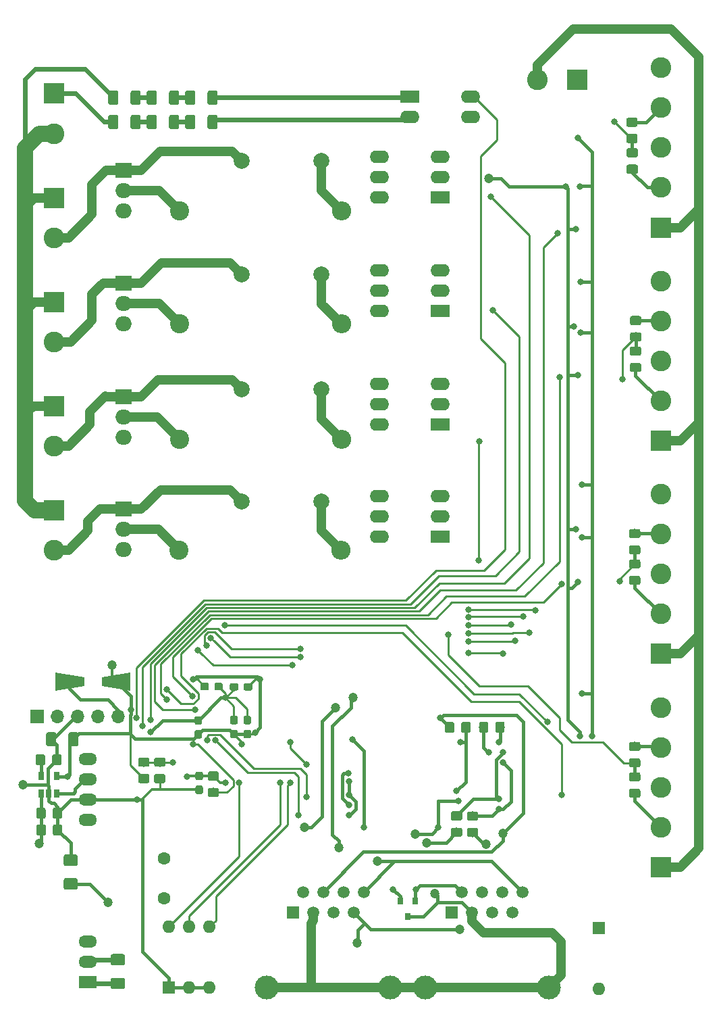
<source format=gbr>
G04 #@! TF.GenerationSoftware,KiCad,Pcbnew,(5.1.0)-1*
G04 #@! TF.CreationDate,2020-06-05T16:09:23+08:00*
G04 #@! TF.ProjectId,vibro_magnet,76696272-6f5f-46d6-9167-6e65742e6b69,rev?*
G04 #@! TF.SameCoordinates,Original*
G04 #@! TF.FileFunction,Copper,L2,Bot*
G04 #@! TF.FilePolarity,Positive*
%FSLAX46Y46*%
G04 Gerber Fmt 4.6, Leading zero omitted, Abs format (unit mm)*
G04 Created by KiCad (PCBNEW (5.1.0)-1) date 2020-06-05 16:09:23*
%MOMM*%
%LPD*%
G04 APERTURE LIST*
%ADD10C,2.600000*%
%ADD11R,2.600000X2.600000*%
%ADD12C,1.500000*%
%ADD13C,3.000000*%
%ADD14R,1.500000X1.500000*%
%ADD15C,2.000000*%
%ADD16O,2.400000X1.600000*%
%ADD17R,2.400000X1.600000*%
%ADD18R,0.650000X1.060000*%
%ADD19O,1.600000X1.600000*%
%ADD20R,1.600000X1.600000*%
%ADD21O,2.400000X2.400000*%
%ADD22C,2.400000*%
%ADD23C,0.100000*%
%ADD24C,1.425000*%
%ADD25C,1.150000*%
%ADD26O,2.000000X1.905000*%
%ADD27R,2.000000X1.905000*%
%ADD28O,1.700000X1.700000*%
%ADD29R,1.700000X1.700000*%
%ADD30O,2.300000X1.500000*%
%ADD31R,2.300000X1.500000*%
%ADD32R,0.800000X0.900000*%
%ADD33C,1.676868*%
%ADD34C,1.250000*%
%ADD35C,1.600000*%
%ADD36C,0.950000*%
%ADD37C,0.800000*%
%ADD38C,1.200000*%
%ADD39C,0.400000*%
%ADD40C,0.300000*%
%ADD41C,0.250000*%
%ADD42C,1.200000*%
%ADD43C,0.600000*%
%ADD44C,2.000000*%
G04 APERTURE END LIST*
D10*
X141620000Y-102186666D03*
X141620000Y-107186666D03*
X141620000Y-112186666D03*
X141620000Y-117186666D03*
D11*
X141620000Y-122186666D03*
D12*
X121770000Y-152060000D03*
X124310000Y-152060000D03*
D13*
X112095000Y-164000000D03*
D12*
X116690000Y-152060000D03*
D14*
X115420000Y-154600000D03*
D12*
X123040000Y-154600000D03*
X119230000Y-152060000D03*
X120500000Y-154600000D03*
X117960000Y-154600000D03*
D13*
X127635000Y-164000000D03*
D12*
X101850000Y-152020000D03*
X104390000Y-152020000D03*
D13*
X92175000Y-163960000D03*
D12*
X96770000Y-152020000D03*
D14*
X95500000Y-154560000D03*
D12*
X103120000Y-154560000D03*
X99310000Y-152020000D03*
X100580000Y-154560000D03*
X98040000Y-154560000D03*
D13*
X107715000Y-163960000D03*
D15*
X89074000Y-103110666D03*
X99074000Y-103110666D03*
X89094000Y-89088000D03*
X99094000Y-89088000D03*
X89094000Y-74701333D03*
X99094000Y-74701333D03*
X89094000Y-60436000D03*
X99094000Y-60436000D03*
D10*
X65550000Y-83093000D03*
D11*
X65550000Y-78093000D03*
D16*
X117796000Y-52410000D03*
X110176000Y-54950000D03*
X117796000Y-54950000D03*
D17*
X110176000Y-52410000D03*
D16*
X106344000Y-93452000D03*
X113964000Y-88372000D03*
X106344000Y-90912000D03*
X113964000Y-90912000D03*
X106344000Y-88372000D03*
D17*
X113964000Y-93452000D03*
D16*
X106344000Y-107470000D03*
X113964000Y-102390000D03*
X106344000Y-104930000D03*
X113964000Y-104930000D03*
X106344000Y-102390000D03*
D17*
X113964000Y-107470000D03*
D16*
X106344000Y-79218000D03*
X113964000Y-74138000D03*
X106344000Y-76678000D03*
X113964000Y-76678000D03*
X106344000Y-74138000D03*
D17*
X113964000Y-79218000D03*
D16*
X106344000Y-65016000D03*
X113964000Y-59936000D03*
X106344000Y-62476000D03*
X113964000Y-62476000D03*
X106344000Y-59936000D03*
D17*
X113964000Y-65016000D03*
D18*
X65850000Y-137450000D03*
X63950000Y-137450000D03*
X63950000Y-139650000D03*
X64900000Y-139650000D03*
X65850000Y-139650000D03*
D19*
X133900000Y-164180000D03*
D20*
X133900000Y-156560000D03*
D19*
X79940000Y-156390000D03*
X85020000Y-164010000D03*
X82480000Y-156390000D03*
X82480000Y-164010000D03*
X85020000Y-156390000D03*
D20*
X79940000Y-164010000D03*
D21*
X101590000Y-95280000D03*
D22*
X81270000Y-95280000D03*
D21*
X101550000Y-109200000D03*
D22*
X81230000Y-109200000D03*
D21*
X101574000Y-80861333D03*
D22*
X81254000Y-80861333D03*
D21*
X101574000Y-66666000D03*
D22*
X81254000Y-66666000D03*
D23*
G36*
X68279504Y-150296204D02*
G01*
X68303773Y-150299804D01*
X68327571Y-150305765D01*
X68350671Y-150314030D01*
X68372849Y-150324520D01*
X68393893Y-150337133D01*
X68413598Y-150351747D01*
X68431777Y-150368223D01*
X68448253Y-150386402D01*
X68462867Y-150406107D01*
X68475480Y-150427151D01*
X68485970Y-150449329D01*
X68494235Y-150472429D01*
X68500196Y-150496227D01*
X68503796Y-150520496D01*
X68505000Y-150545000D01*
X68505000Y-151470000D01*
X68503796Y-151494504D01*
X68500196Y-151518773D01*
X68494235Y-151542571D01*
X68485970Y-151565671D01*
X68475480Y-151587849D01*
X68462867Y-151608893D01*
X68448253Y-151628598D01*
X68431777Y-151646777D01*
X68413598Y-151663253D01*
X68393893Y-151677867D01*
X68372849Y-151690480D01*
X68350671Y-151700970D01*
X68327571Y-151709235D01*
X68303773Y-151715196D01*
X68279504Y-151718796D01*
X68255000Y-151720000D01*
X67005000Y-151720000D01*
X66980496Y-151718796D01*
X66956227Y-151715196D01*
X66932429Y-151709235D01*
X66909329Y-151700970D01*
X66887151Y-151690480D01*
X66866107Y-151677867D01*
X66846402Y-151663253D01*
X66828223Y-151646777D01*
X66811747Y-151628598D01*
X66797133Y-151608893D01*
X66784520Y-151587849D01*
X66774030Y-151565671D01*
X66765765Y-151542571D01*
X66759804Y-151518773D01*
X66756204Y-151494504D01*
X66755000Y-151470000D01*
X66755000Y-150545000D01*
X66756204Y-150520496D01*
X66759804Y-150496227D01*
X66765765Y-150472429D01*
X66774030Y-150449329D01*
X66784520Y-150427151D01*
X66797133Y-150406107D01*
X66811747Y-150386402D01*
X66828223Y-150368223D01*
X66846402Y-150351747D01*
X66866107Y-150337133D01*
X66887151Y-150324520D01*
X66909329Y-150314030D01*
X66932429Y-150305765D01*
X66956227Y-150299804D01*
X66980496Y-150296204D01*
X67005000Y-150295000D01*
X68255000Y-150295000D01*
X68279504Y-150296204D01*
X68279504Y-150296204D01*
G37*
D24*
X67630000Y-151007500D03*
D23*
G36*
X68279504Y-147321204D02*
G01*
X68303773Y-147324804D01*
X68327571Y-147330765D01*
X68350671Y-147339030D01*
X68372849Y-147349520D01*
X68393893Y-147362133D01*
X68413598Y-147376747D01*
X68431777Y-147393223D01*
X68448253Y-147411402D01*
X68462867Y-147431107D01*
X68475480Y-147452151D01*
X68485970Y-147474329D01*
X68494235Y-147497429D01*
X68500196Y-147521227D01*
X68503796Y-147545496D01*
X68505000Y-147570000D01*
X68505000Y-148495000D01*
X68503796Y-148519504D01*
X68500196Y-148543773D01*
X68494235Y-148567571D01*
X68485970Y-148590671D01*
X68475480Y-148612849D01*
X68462867Y-148633893D01*
X68448253Y-148653598D01*
X68431777Y-148671777D01*
X68413598Y-148688253D01*
X68393893Y-148702867D01*
X68372849Y-148715480D01*
X68350671Y-148725970D01*
X68327571Y-148734235D01*
X68303773Y-148740196D01*
X68279504Y-148743796D01*
X68255000Y-148745000D01*
X67005000Y-148745000D01*
X66980496Y-148743796D01*
X66956227Y-148740196D01*
X66932429Y-148734235D01*
X66909329Y-148725970D01*
X66887151Y-148715480D01*
X66866107Y-148702867D01*
X66846402Y-148688253D01*
X66828223Y-148671777D01*
X66811747Y-148653598D01*
X66797133Y-148633893D01*
X66784520Y-148612849D01*
X66774030Y-148590671D01*
X66765765Y-148567571D01*
X66759804Y-148543773D01*
X66756204Y-148519504D01*
X66755000Y-148495000D01*
X66755000Y-147570000D01*
X66756204Y-147545496D01*
X66759804Y-147521227D01*
X66765765Y-147497429D01*
X66774030Y-147474329D01*
X66784520Y-147452151D01*
X66797133Y-147431107D01*
X66811747Y-147411402D01*
X66828223Y-147393223D01*
X66846402Y-147376747D01*
X66866107Y-147362133D01*
X66887151Y-147349520D01*
X66909329Y-147339030D01*
X66932429Y-147330765D01*
X66956227Y-147324804D01*
X66980496Y-147321204D01*
X67005000Y-147320000D01*
X68255000Y-147320000D01*
X68279504Y-147321204D01*
X68279504Y-147321204D01*
G37*
D24*
X67630000Y-148032500D03*
D23*
G36*
X85994505Y-136931204D02*
G01*
X86018773Y-136934804D01*
X86042572Y-136940765D01*
X86065671Y-136949030D01*
X86087850Y-136959520D01*
X86108893Y-136972132D01*
X86128599Y-136986747D01*
X86146777Y-137003223D01*
X86163253Y-137021401D01*
X86177868Y-137041107D01*
X86190480Y-137062150D01*
X86200970Y-137084329D01*
X86209235Y-137107428D01*
X86215196Y-137131227D01*
X86218796Y-137155495D01*
X86220000Y-137179999D01*
X86220000Y-137830001D01*
X86218796Y-137854505D01*
X86215196Y-137878773D01*
X86209235Y-137902572D01*
X86200970Y-137925671D01*
X86190480Y-137947850D01*
X86177868Y-137968893D01*
X86163253Y-137988599D01*
X86146777Y-138006777D01*
X86128599Y-138023253D01*
X86108893Y-138037868D01*
X86087850Y-138050480D01*
X86065671Y-138060970D01*
X86042572Y-138069235D01*
X86018773Y-138075196D01*
X85994505Y-138078796D01*
X85970001Y-138080000D01*
X85069999Y-138080000D01*
X85045495Y-138078796D01*
X85021227Y-138075196D01*
X84997428Y-138069235D01*
X84974329Y-138060970D01*
X84952150Y-138050480D01*
X84931107Y-138037868D01*
X84911401Y-138023253D01*
X84893223Y-138006777D01*
X84876747Y-137988599D01*
X84862132Y-137968893D01*
X84849520Y-137947850D01*
X84839030Y-137925671D01*
X84830765Y-137902572D01*
X84824804Y-137878773D01*
X84821204Y-137854505D01*
X84820000Y-137830001D01*
X84820000Y-137179999D01*
X84821204Y-137155495D01*
X84824804Y-137131227D01*
X84830765Y-137107428D01*
X84839030Y-137084329D01*
X84849520Y-137062150D01*
X84862132Y-137041107D01*
X84876747Y-137021401D01*
X84893223Y-137003223D01*
X84911401Y-136986747D01*
X84931107Y-136972132D01*
X84952150Y-136959520D01*
X84974329Y-136949030D01*
X84997428Y-136940765D01*
X85021227Y-136934804D01*
X85045495Y-136931204D01*
X85069999Y-136930000D01*
X85970001Y-136930000D01*
X85994505Y-136931204D01*
X85994505Y-136931204D01*
G37*
D25*
X85520000Y-137505000D03*
D23*
G36*
X85994505Y-138981204D02*
G01*
X86018773Y-138984804D01*
X86042572Y-138990765D01*
X86065671Y-138999030D01*
X86087850Y-139009520D01*
X86108893Y-139022132D01*
X86128599Y-139036747D01*
X86146777Y-139053223D01*
X86163253Y-139071401D01*
X86177868Y-139091107D01*
X86190480Y-139112150D01*
X86200970Y-139134329D01*
X86209235Y-139157428D01*
X86215196Y-139181227D01*
X86218796Y-139205495D01*
X86220000Y-139229999D01*
X86220000Y-139880001D01*
X86218796Y-139904505D01*
X86215196Y-139928773D01*
X86209235Y-139952572D01*
X86200970Y-139975671D01*
X86190480Y-139997850D01*
X86177868Y-140018893D01*
X86163253Y-140038599D01*
X86146777Y-140056777D01*
X86128599Y-140073253D01*
X86108893Y-140087868D01*
X86087850Y-140100480D01*
X86065671Y-140110970D01*
X86042572Y-140119235D01*
X86018773Y-140125196D01*
X85994505Y-140128796D01*
X85970001Y-140130000D01*
X85069999Y-140130000D01*
X85045495Y-140128796D01*
X85021227Y-140125196D01*
X84997428Y-140119235D01*
X84974329Y-140110970D01*
X84952150Y-140100480D01*
X84931107Y-140087868D01*
X84911401Y-140073253D01*
X84893223Y-140056777D01*
X84876747Y-140038599D01*
X84862132Y-140018893D01*
X84849520Y-139997850D01*
X84839030Y-139975671D01*
X84830765Y-139952572D01*
X84824804Y-139928773D01*
X84821204Y-139904505D01*
X84820000Y-139880001D01*
X84820000Y-139229999D01*
X84821204Y-139205495D01*
X84824804Y-139181227D01*
X84830765Y-139157428D01*
X84839030Y-139134329D01*
X84849520Y-139112150D01*
X84862132Y-139091107D01*
X84876747Y-139071401D01*
X84893223Y-139053223D01*
X84911401Y-139036747D01*
X84931107Y-139022132D01*
X84952150Y-139009520D01*
X84974329Y-138999030D01*
X84997428Y-138990765D01*
X85021227Y-138984804D01*
X85045495Y-138981204D01*
X85069999Y-138980000D01*
X85970001Y-138980000D01*
X85994505Y-138981204D01*
X85994505Y-138981204D01*
G37*
D25*
X85520000Y-139555000D03*
D23*
G36*
X118504505Y-143983204D02*
G01*
X118528773Y-143986804D01*
X118552572Y-143992765D01*
X118575671Y-144001030D01*
X118597850Y-144011520D01*
X118618893Y-144024132D01*
X118638599Y-144038747D01*
X118656777Y-144055223D01*
X118673253Y-144073401D01*
X118687868Y-144093107D01*
X118700480Y-144114150D01*
X118710970Y-144136329D01*
X118719235Y-144159428D01*
X118725196Y-144183227D01*
X118728796Y-144207495D01*
X118730000Y-144231999D01*
X118730000Y-144882001D01*
X118728796Y-144906505D01*
X118725196Y-144930773D01*
X118719235Y-144954572D01*
X118710970Y-144977671D01*
X118700480Y-144999850D01*
X118687868Y-145020893D01*
X118673253Y-145040599D01*
X118656777Y-145058777D01*
X118638599Y-145075253D01*
X118618893Y-145089868D01*
X118597850Y-145102480D01*
X118575671Y-145112970D01*
X118552572Y-145121235D01*
X118528773Y-145127196D01*
X118504505Y-145130796D01*
X118480001Y-145132000D01*
X117579999Y-145132000D01*
X117555495Y-145130796D01*
X117531227Y-145127196D01*
X117507428Y-145121235D01*
X117484329Y-145112970D01*
X117462150Y-145102480D01*
X117441107Y-145089868D01*
X117421401Y-145075253D01*
X117403223Y-145058777D01*
X117386747Y-145040599D01*
X117372132Y-145020893D01*
X117359520Y-144999850D01*
X117349030Y-144977671D01*
X117340765Y-144954572D01*
X117334804Y-144930773D01*
X117331204Y-144906505D01*
X117330000Y-144882001D01*
X117330000Y-144231999D01*
X117331204Y-144207495D01*
X117334804Y-144183227D01*
X117340765Y-144159428D01*
X117349030Y-144136329D01*
X117359520Y-144114150D01*
X117372132Y-144093107D01*
X117386747Y-144073401D01*
X117403223Y-144055223D01*
X117421401Y-144038747D01*
X117441107Y-144024132D01*
X117462150Y-144011520D01*
X117484329Y-144001030D01*
X117507428Y-143992765D01*
X117531227Y-143986804D01*
X117555495Y-143983204D01*
X117579999Y-143982000D01*
X118480001Y-143982000D01*
X118504505Y-143983204D01*
X118504505Y-143983204D01*
G37*
D25*
X118030000Y-144557000D03*
D23*
G36*
X118504505Y-141933204D02*
G01*
X118528773Y-141936804D01*
X118552572Y-141942765D01*
X118575671Y-141951030D01*
X118597850Y-141961520D01*
X118618893Y-141974132D01*
X118638599Y-141988747D01*
X118656777Y-142005223D01*
X118673253Y-142023401D01*
X118687868Y-142043107D01*
X118700480Y-142064150D01*
X118710970Y-142086329D01*
X118719235Y-142109428D01*
X118725196Y-142133227D01*
X118728796Y-142157495D01*
X118730000Y-142181999D01*
X118730000Y-142832001D01*
X118728796Y-142856505D01*
X118725196Y-142880773D01*
X118719235Y-142904572D01*
X118710970Y-142927671D01*
X118700480Y-142949850D01*
X118687868Y-142970893D01*
X118673253Y-142990599D01*
X118656777Y-143008777D01*
X118638599Y-143025253D01*
X118618893Y-143039868D01*
X118597850Y-143052480D01*
X118575671Y-143062970D01*
X118552572Y-143071235D01*
X118528773Y-143077196D01*
X118504505Y-143080796D01*
X118480001Y-143082000D01*
X117579999Y-143082000D01*
X117555495Y-143080796D01*
X117531227Y-143077196D01*
X117507428Y-143071235D01*
X117484329Y-143062970D01*
X117462150Y-143052480D01*
X117441107Y-143039868D01*
X117421401Y-143025253D01*
X117403223Y-143008777D01*
X117386747Y-142990599D01*
X117372132Y-142970893D01*
X117359520Y-142949850D01*
X117349030Y-142927671D01*
X117340765Y-142904572D01*
X117334804Y-142880773D01*
X117331204Y-142856505D01*
X117330000Y-142832001D01*
X117330000Y-142181999D01*
X117331204Y-142157495D01*
X117334804Y-142133227D01*
X117340765Y-142109428D01*
X117349030Y-142086329D01*
X117359520Y-142064150D01*
X117372132Y-142043107D01*
X117386747Y-142023401D01*
X117403223Y-142005223D01*
X117421401Y-141988747D01*
X117441107Y-141974132D01*
X117462150Y-141961520D01*
X117484329Y-141951030D01*
X117507428Y-141942765D01*
X117531227Y-141936804D01*
X117555495Y-141933204D01*
X117579999Y-141932000D01*
X118480001Y-141932000D01*
X118504505Y-141933204D01*
X118504505Y-141933204D01*
G37*
D25*
X118030000Y-142507000D03*
D23*
G36*
X116494505Y-143963204D02*
G01*
X116518773Y-143966804D01*
X116542572Y-143972765D01*
X116565671Y-143981030D01*
X116587850Y-143991520D01*
X116608893Y-144004132D01*
X116628599Y-144018747D01*
X116646777Y-144035223D01*
X116663253Y-144053401D01*
X116677868Y-144073107D01*
X116690480Y-144094150D01*
X116700970Y-144116329D01*
X116709235Y-144139428D01*
X116715196Y-144163227D01*
X116718796Y-144187495D01*
X116720000Y-144211999D01*
X116720000Y-144862001D01*
X116718796Y-144886505D01*
X116715196Y-144910773D01*
X116709235Y-144934572D01*
X116700970Y-144957671D01*
X116690480Y-144979850D01*
X116677868Y-145000893D01*
X116663253Y-145020599D01*
X116646777Y-145038777D01*
X116628599Y-145055253D01*
X116608893Y-145069868D01*
X116587850Y-145082480D01*
X116565671Y-145092970D01*
X116542572Y-145101235D01*
X116518773Y-145107196D01*
X116494505Y-145110796D01*
X116470001Y-145112000D01*
X115569999Y-145112000D01*
X115545495Y-145110796D01*
X115521227Y-145107196D01*
X115497428Y-145101235D01*
X115474329Y-145092970D01*
X115452150Y-145082480D01*
X115431107Y-145069868D01*
X115411401Y-145055253D01*
X115393223Y-145038777D01*
X115376747Y-145020599D01*
X115362132Y-145000893D01*
X115349520Y-144979850D01*
X115339030Y-144957671D01*
X115330765Y-144934572D01*
X115324804Y-144910773D01*
X115321204Y-144886505D01*
X115320000Y-144862001D01*
X115320000Y-144211999D01*
X115321204Y-144187495D01*
X115324804Y-144163227D01*
X115330765Y-144139428D01*
X115339030Y-144116329D01*
X115349520Y-144094150D01*
X115362132Y-144073107D01*
X115376747Y-144053401D01*
X115393223Y-144035223D01*
X115411401Y-144018747D01*
X115431107Y-144004132D01*
X115452150Y-143991520D01*
X115474329Y-143981030D01*
X115497428Y-143972765D01*
X115521227Y-143966804D01*
X115545495Y-143963204D01*
X115569999Y-143962000D01*
X116470001Y-143962000D01*
X116494505Y-143963204D01*
X116494505Y-143963204D01*
G37*
D25*
X116020000Y-144537000D03*
D23*
G36*
X116494505Y-141913204D02*
G01*
X116518773Y-141916804D01*
X116542572Y-141922765D01*
X116565671Y-141931030D01*
X116587850Y-141941520D01*
X116608893Y-141954132D01*
X116628599Y-141968747D01*
X116646777Y-141985223D01*
X116663253Y-142003401D01*
X116677868Y-142023107D01*
X116690480Y-142044150D01*
X116700970Y-142066329D01*
X116709235Y-142089428D01*
X116715196Y-142113227D01*
X116718796Y-142137495D01*
X116720000Y-142161999D01*
X116720000Y-142812001D01*
X116718796Y-142836505D01*
X116715196Y-142860773D01*
X116709235Y-142884572D01*
X116700970Y-142907671D01*
X116690480Y-142929850D01*
X116677868Y-142950893D01*
X116663253Y-142970599D01*
X116646777Y-142988777D01*
X116628599Y-143005253D01*
X116608893Y-143019868D01*
X116587850Y-143032480D01*
X116565671Y-143042970D01*
X116542572Y-143051235D01*
X116518773Y-143057196D01*
X116494505Y-143060796D01*
X116470001Y-143062000D01*
X115569999Y-143062000D01*
X115545495Y-143060796D01*
X115521227Y-143057196D01*
X115497428Y-143051235D01*
X115474329Y-143042970D01*
X115452150Y-143032480D01*
X115431107Y-143019868D01*
X115411401Y-143005253D01*
X115393223Y-142988777D01*
X115376747Y-142970599D01*
X115362132Y-142950893D01*
X115349520Y-142929850D01*
X115339030Y-142907671D01*
X115330765Y-142884572D01*
X115324804Y-142860773D01*
X115321204Y-142836505D01*
X115320000Y-142812001D01*
X115320000Y-142161999D01*
X115321204Y-142137495D01*
X115324804Y-142113227D01*
X115330765Y-142089428D01*
X115339030Y-142066329D01*
X115349520Y-142044150D01*
X115362132Y-142023107D01*
X115376747Y-142003401D01*
X115393223Y-141985223D01*
X115411401Y-141968747D01*
X115431107Y-141954132D01*
X115452150Y-141941520D01*
X115474329Y-141931030D01*
X115497428Y-141922765D01*
X115521227Y-141916804D01*
X115545495Y-141913204D01*
X115569999Y-141912000D01*
X116470001Y-141912000D01*
X116494505Y-141913204D01*
X116494505Y-141913204D01*
G37*
D25*
X116020000Y-142487000D03*
D23*
G36*
X79274505Y-135189204D02*
G01*
X79298773Y-135192804D01*
X79322572Y-135198765D01*
X79345671Y-135207030D01*
X79367850Y-135217520D01*
X79388893Y-135230132D01*
X79408599Y-135244747D01*
X79426777Y-135261223D01*
X79443253Y-135279401D01*
X79457868Y-135299107D01*
X79470480Y-135320150D01*
X79480970Y-135342329D01*
X79489235Y-135365428D01*
X79495196Y-135389227D01*
X79498796Y-135413495D01*
X79500000Y-135437999D01*
X79500000Y-136088001D01*
X79498796Y-136112505D01*
X79495196Y-136136773D01*
X79489235Y-136160572D01*
X79480970Y-136183671D01*
X79470480Y-136205850D01*
X79457868Y-136226893D01*
X79443253Y-136246599D01*
X79426777Y-136264777D01*
X79408599Y-136281253D01*
X79388893Y-136295868D01*
X79367850Y-136308480D01*
X79345671Y-136318970D01*
X79322572Y-136327235D01*
X79298773Y-136333196D01*
X79274505Y-136336796D01*
X79250001Y-136338000D01*
X78349999Y-136338000D01*
X78325495Y-136336796D01*
X78301227Y-136333196D01*
X78277428Y-136327235D01*
X78254329Y-136318970D01*
X78232150Y-136308480D01*
X78211107Y-136295868D01*
X78191401Y-136281253D01*
X78173223Y-136264777D01*
X78156747Y-136246599D01*
X78142132Y-136226893D01*
X78129520Y-136205850D01*
X78119030Y-136183671D01*
X78110765Y-136160572D01*
X78104804Y-136136773D01*
X78101204Y-136112505D01*
X78100000Y-136088001D01*
X78100000Y-135437999D01*
X78101204Y-135413495D01*
X78104804Y-135389227D01*
X78110765Y-135365428D01*
X78119030Y-135342329D01*
X78129520Y-135320150D01*
X78142132Y-135299107D01*
X78156747Y-135279401D01*
X78173223Y-135261223D01*
X78191401Y-135244747D01*
X78211107Y-135230132D01*
X78232150Y-135217520D01*
X78254329Y-135207030D01*
X78277428Y-135198765D01*
X78301227Y-135192804D01*
X78325495Y-135189204D01*
X78349999Y-135188000D01*
X79250001Y-135188000D01*
X79274505Y-135189204D01*
X79274505Y-135189204D01*
G37*
D25*
X78800000Y-135763000D03*
D23*
G36*
X79274505Y-137239204D02*
G01*
X79298773Y-137242804D01*
X79322572Y-137248765D01*
X79345671Y-137257030D01*
X79367850Y-137267520D01*
X79388893Y-137280132D01*
X79408599Y-137294747D01*
X79426777Y-137311223D01*
X79443253Y-137329401D01*
X79457868Y-137349107D01*
X79470480Y-137370150D01*
X79480970Y-137392329D01*
X79489235Y-137415428D01*
X79495196Y-137439227D01*
X79498796Y-137463495D01*
X79500000Y-137487999D01*
X79500000Y-138138001D01*
X79498796Y-138162505D01*
X79495196Y-138186773D01*
X79489235Y-138210572D01*
X79480970Y-138233671D01*
X79470480Y-138255850D01*
X79457868Y-138276893D01*
X79443253Y-138296599D01*
X79426777Y-138314777D01*
X79408599Y-138331253D01*
X79388893Y-138345868D01*
X79367850Y-138358480D01*
X79345671Y-138368970D01*
X79322572Y-138377235D01*
X79298773Y-138383196D01*
X79274505Y-138386796D01*
X79250001Y-138388000D01*
X78349999Y-138388000D01*
X78325495Y-138386796D01*
X78301227Y-138383196D01*
X78277428Y-138377235D01*
X78254329Y-138368970D01*
X78232150Y-138358480D01*
X78211107Y-138345868D01*
X78191401Y-138331253D01*
X78173223Y-138314777D01*
X78156747Y-138296599D01*
X78142132Y-138276893D01*
X78129520Y-138255850D01*
X78119030Y-138233671D01*
X78110765Y-138210572D01*
X78104804Y-138186773D01*
X78101204Y-138162505D01*
X78100000Y-138138001D01*
X78100000Y-137487999D01*
X78101204Y-137463495D01*
X78104804Y-137439227D01*
X78110765Y-137415428D01*
X78119030Y-137392329D01*
X78129520Y-137370150D01*
X78142132Y-137349107D01*
X78156747Y-137329401D01*
X78173223Y-137311223D01*
X78191401Y-137294747D01*
X78211107Y-137280132D01*
X78232150Y-137267520D01*
X78254329Y-137257030D01*
X78277428Y-137248765D01*
X78301227Y-137242804D01*
X78325495Y-137239204D01*
X78349999Y-137238000D01*
X79250001Y-137238000D01*
X79274505Y-137239204D01*
X79274505Y-137239204D01*
G37*
D25*
X78800000Y-137813000D03*
D23*
G36*
X77274505Y-135189204D02*
G01*
X77298773Y-135192804D01*
X77322572Y-135198765D01*
X77345671Y-135207030D01*
X77367850Y-135217520D01*
X77388893Y-135230132D01*
X77408599Y-135244747D01*
X77426777Y-135261223D01*
X77443253Y-135279401D01*
X77457868Y-135299107D01*
X77470480Y-135320150D01*
X77480970Y-135342329D01*
X77489235Y-135365428D01*
X77495196Y-135389227D01*
X77498796Y-135413495D01*
X77500000Y-135437999D01*
X77500000Y-136088001D01*
X77498796Y-136112505D01*
X77495196Y-136136773D01*
X77489235Y-136160572D01*
X77480970Y-136183671D01*
X77470480Y-136205850D01*
X77457868Y-136226893D01*
X77443253Y-136246599D01*
X77426777Y-136264777D01*
X77408599Y-136281253D01*
X77388893Y-136295868D01*
X77367850Y-136308480D01*
X77345671Y-136318970D01*
X77322572Y-136327235D01*
X77298773Y-136333196D01*
X77274505Y-136336796D01*
X77250001Y-136338000D01*
X76349999Y-136338000D01*
X76325495Y-136336796D01*
X76301227Y-136333196D01*
X76277428Y-136327235D01*
X76254329Y-136318970D01*
X76232150Y-136308480D01*
X76211107Y-136295868D01*
X76191401Y-136281253D01*
X76173223Y-136264777D01*
X76156747Y-136246599D01*
X76142132Y-136226893D01*
X76129520Y-136205850D01*
X76119030Y-136183671D01*
X76110765Y-136160572D01*
X76104804Y-136136773D01*
X76101204Y-136112505D01*
X76100000Y-136088001D01*
X76100000Y-135437999D01*
X76101204Y-135413495D01*
X76104804Y-135389227D01*
X76110765Y-135365428D01*
X76119030Y-135342329D01*
X76129520Y-135320150D01*
X76142132Y-135299107D01*
X76156747Y-135279401D01*
X76173223Y-135261223D01*
X76191401Y-135244747D01*
X76211107Y-135230132D01*
X76232150Y-135217520D01*
X76254329Y-135207030D01*
X76277428Y-135198765D01*
X76301227Y-135192804D01*
X76325495Y-135189204D01*
X76349999Y-135188000D01*
X77250001Y-135188000D01*
X77274505Y-135189204D01*
X77274505Y-135189204D01*
G37*
D25*
X76800000Y-135763000D03*
D23*
G36*
X77274505Y-137239204D02*
G01*
X77298773Y-137242804D01*
X77322572Y-137248765D01*
X77345671Y-137257030D01*
X77367850Y-137267520D01*
X77388893Y-137280132D01*
X77408599Y-137294747D01*
X77426777Y-137311223D01*
X77443253Y-137329401D01*
X77457868Y-137349107D01*
X77470480Y-137370150D01*
X77480970Y-137392329D01*
X77489235Y-137415428D01*
X77495196Y-137439227D01*
X77498796Y-137463495D01*
X77500000Y-137487999D01*
X77500000Y-138138001D01*
X77498796Y-138162505D01*
X77495196Y-138186773D01*
X77489235Y-138210572D01*
X77480970Y-138233671D01*
X77470480Y-138255850D01*
X77457868Y-138276893D01*
X77443253Y-138296599D01*
X77426777Y-138314777D01*
X77408599Y-138331253D01*
X77388893Y-138345868D01*
X77367850Y-138358480D01*
X77345671Y-138368970D01*
X77322572Y-138377235D01*
X77298773Y-138383196D01*
X77274505Y-138386796D01*
X77250001Y-138388000D01*
X76349999Y-138388000D01*
X76325495Y-138386796D01*
X76301227Y-138383196D01*
X76277428Y-138377235D01*
X76254329Y-138368970D01*
X76232150Y-138358480D01*
X76211107Y-138345868D01*
X76191401Y-138331253D01*
X76173223Y-138314777D01*
X76156747Y-138296599D01*
X76142132Y-138276893D01*
X76129520Y-138255850D01*
X76119030Y-138233671D01*
X76110765Y-138210572D01*
X76104804Y-138186773D01*
X76101204Y-138162505D01*
X76100000Y-138138001D01*
X76100000Y-137487999D01*
X76101204Y-137463495D01*
X76104804Y-137439227D01*
X76110765Y-137415428D01*
X76119030Y-137392329D01*
X76129520Y-137370150D01*
X76142132Y-137349107D01*
X76156747Y-137329401D01*
X76173223Y-137311223D01*
X76191401Y-137294747D01*
X76211107Y-137280132D01*
X76232150Y-137267520D01*
X76254329Y-137257030D01*
X76277428Y-137248765D01*
X76301227Y-137242804D01*
X76325495Y-137239204D01*
X76349999Y-137238000D01*
X77250001Y-137238000D01*
X77274505Y-137239204D01*
X77274505Y-137239204D01*
G37*
D25*
X76800000Y-137813000D03*
D23*
G36*
X115494505Y-130701204D02*
G01*
X115518773Y-130704804D01*
X115542572Y-130710765D01*
X115565671Y-130719030D01*
X115587850Y-130729520D01*
X115608893Y-130742132D01*
X115628599Y-130756747D01*
X115646777Y-130773223D01*
X115663253Y-130791401D01*
X115677868Y-130811107D01*
X115690480Y-130832150D01*
X115700970Y-130854329D01*
X115709235Y-130877428D01*
X115715196Y-130901227D01*
X115718796Y-130925495D01*
X115720000Y-130949999D01*
X115720000Y-131850001D01*
X115718796Y-131874505D01*
X115715196Y-131898773D01*
X115709235Y-131922572D01*
X115700970Y-131945671D01*
X115690480Y-131967850D01*
X115677868Y-131988893D01*
X115663253Y-132008599D01*
X115646777Y-132026777D01*
X115628599Y-132043253D01*
X115608893Y-132057868D01*
X115587850Y-132070480D01*
X115565671Y-132080970D01*
X115542572Y-132089235D01*
X115518773Y-132095196D01*
X115494505Y-132098796D01*
X115470001Y-132100000D01*
X114819999Y-132100000D01*
X114795495Y-132098796D01*
X114771227Y-132095196D01*
X114747428Y-132089235D01*
X114724329Y-132080970D01*
X114702150Y-132070480D01*
X114681107Y-132057868D01*
X114661401Y-132043253D01*
X114643223Y-132026777D01*
X114626747Y-132008599D01*
X114612132Y-131988893D01*
X114599520Y-131967850D01*
X114589030Y-131945671D01*
X114580765Y-131922572D01*
X114574804Y-131898773D01*
X114571204Y-131874505D01*
X114570000Y-131850001D01*
X114570000Y-130949999D01*
X114571204Y-130925495D01*
X114574804Y-130901227D01*
X114580765Y-130877428D01*
X114589030Y-130854329D01*
X114599520Y-130832150D01*
X114612132Y-130811107D01*
X114626747Y-130791401D01*
X114643223Y-130773223D01*
X114661401Y-130756747D01*
X114681107Y-130742132D01*
X114702150Y-130729520D01*
X114724329Y-130719030D01*
X114747428Y-130710765D01*
X114771227Y-130704804D01*
X114795495Y-130701204D01*
X114819999Y-130700000D01*
X115470001Y-130700000D01*
X115494505Y-130701204D01*
X115494505Y-130701204D01*
G37*
D25*
X115145000Y-131400000D03*
D23*
G36*
X117544505Y-130701204D02*
G01*
X117568773Y-130704804D01*
X117592572Y-130710765D01*
X117615671Y-130719030D01*
X117637850Y-130729520D01*
X117658893Y-130742132D01*
X117678599Y-130756747D01*
X117696777Y-130773223D01*
X117713253Y-130791401D01*
X117727868Y-130811107D01*
X117740480Y-130832150D01*
X117750970Y-130854329D01*
X117759235Y-130877428D01*
X117765196Y-130901227D01*
X117768796Y-130925495D01*
X117770000Y-130949999D01*
X117770000Y-131850001D01*
X117768796Y-131874505D01*
X117765196Y-131898773D01*
X117759235Y-131922572D01*
X117750970Y-131945671D01*
X117740480Y-131967850D01*
X117727868Y-131988893D01*
X117713253Y-132008599D01*
X117696777Y-132026777D01*
X117678599Y-132043253D01*
X117658893Y-132057868D01*
X117637850Y-132070480D01*
X117615671Y-132080970D01*
X117592572Y-132089235D01*
X117568773Y-132095196D01*
X117544505Y-132098796D01*
X117520001Y-132100000D01*
X116869999Y-132100000D01*
X116845495Y-132098796D01*
X116821227Y-132095196D01*
X116797428Y-132089235D01*
X116774329Y-132080970D01*
X116752150Y-132070480D01*
X116731107Y-132057868D01*
X116711401Y-132043253D01*
X116693223Y-132026777D01*
X116676747Y-132008599D01*
X116662132Y-131988893D01*
X116649520Y-131967850D01*
X116639030Y-131945671D01*
X116630765Y-131922572D01*
X116624804Y-131898773D01*
X116621204Y-131874505D01*
X116620000Y-131850001D01*
X116620000Y-130949999D01*
X116621204Y-130925495D01*
X116624804Y-130901227D01*
X116630765Y-130877428D01*
X116639030Y-130854329D01*
X116649520Y-130832150D01*
X116662132Y-130811107D01*
X116676747Y-130791401D01*
X116693223Y-130773223D01*
X116711401Y-130756747D01*
X116731107Y-130742132D01*
X116752150Y-130729520D01*
X116774329Y-130719030D01*
X116797428Y-130710765D01*
X116821227Y-130704804D01*
X116845495Y-130701204D01*
X116869999Y-130700000D01*
X117520001Y-130700000D01*
X117544505Y-130701204D01*
X117544505Y-130701204D01*
G37*
D25*
X117195000Y-131400000D03*
D23*
G36*
X119774505Y-130671204D02*
G01*
X119798773Y-130674804D01*
X119822572Y-130680765D01*
X119845671Y-130689030D01*
X119867850Y-130699520D01*
X119888893Y-130712132D01*
X119908599Y-130726747D01*
X119926777Y-130743223D01*
X119943253Y-130761401D01*
X119957868Y-130781107D01*
X119970480Y-130802150D01*
X119980970Y-130824329D01*
X119989235Y-130847428D01*
X119995196Y-130871227D01*
X119998796Y-130895495D01*
X120000000Y-130919999D01*
X120000000Y-131820001D01*
X119998796Y-131844505D01*
X119995196Y-131868773D01*
X119989235Y-131892572D01*
X119980970Y-131915671D01*
X119970480Y-131937850D01*
X119957868Y-131958893D01*
X119943253Y-131978599D01*
X119926777Y-131996777D01*
X119908599Y-132013253D01*
X119888893Y-132027868D01*
X119867850Y-132040480D01*
X119845671Y-132050970D01*
X119822572Y-132059235D01*
X119798773Y-132065196D01*
X119774505Y-132068796D01*
X119750001Y-132070000D01*
X119099999Y-132070000D01*
X119075495Y-132068796D01*
X119051227Y-132065196D01*
X119027428Y-132059235D01*
X119004329Y-132050970D01*
X118982150Y-132040480D01*
X118961107Y-132027868D01*
X118941401Y-132013253D01*
X118923223Y-131996777D01*
X118906747Y-131978599D01*
X118892132Y-131958893D01*
X118879520Y-131937850D01*
X118869030Y-131915671D01*
X118860765Y-131892572D01*
X118854804Y-131868773D01*
X118851204Y-131844505D01*
X118850000Y-131820001D01*
X118850000Y-130919999D01*
X118851204Y-130895495D01*
X118854804Y-130871227D01*
X118860765Y-130847428D01*
X118869030Y-130824329D01*
X118879520Y-130802150D01*
X118892132Y-130781107D01*
X118906747Y-130761401D01*
X118923223Y-130743223D01*
X118941401Y-130726747D01*
X118961107Y-130712132D01*
X118982150Y-130699520D01*
X119004329Y-130689030D01*
X119027428Y-130680765D01*
X119051227Y-130674804D01*
X119075495Y-130671204D01*
X119099999Y-130670000D01*
X119750001Y-130670000D01*
X119774505Y-130671204D01*
X119774505Y-130671204D01*
G37*
D25*
X119425000Y-131370000D03*
D23*
G36*
X121824505Y-130671204D02*
G01*
X121848773Y-130674804D01*
X121872572Y-130680765D01*
X121895671Y-130689030D01*
X121917850Y-130699520D01*
X121938893Y-130712132D01*
X121958599Y-130726747D01*
X121976777Y-130743223D01*
X121993253Y-130761401D01*
X122007868Y-130781107D01*
X122020480Y-130802150D01*
X122030970Y-130824329D01*
X122039235Y-130847428D01*
X122045196Y-130871227D01*
X122048796Y-130895495D01*
X122050000Y-130919999D01*
X122050000Y-131820001D01*
X122048796Y-131844505D01*
X122045196Y-131868773D01*
X122039235Y-131892572D01*
X122030970Y-131915671D01*
X122020480Y-131937850D01*
X122007868Y-131958893D01*
X121993253Y-131978599D01*
X121976777Y-131996777D01*
X121958599Y-132013253D01*
X121938893Y-132027868D01*
X121917850Y-132040480D01*
X121895671Y-132050970D01*
X121872572Y-132059235D01*
X121848773Y-132065196D01*
X121824505Y-132068796D01*
X121800001Y-132070000D01*
X121149999Y-132070000D01*
X121125495Y-132068796D01*
X121101227Y-132065196D01*
X121077428Y-132059235D01*
X121054329Y-132050970D01*
X121032150Y-132040480D01*
X121011107Y-132027868D01*
X120991401Y-132013253D01*
X120973223Y-131996777D01*
X120956747Y-131978599D01*
X120942132Y-131958893D01*
X120929520Y-131937850D01*
X120919030Y-131915671D01*
X120910765Y-131892572D01*
X120904804Y-131868773D01*
X120901204Y-131844505D01*
X120900000Y-131820001D01*
X120900000Y-130919999D01*
X120901204Y-130895495D01*
X120904804Y-130871227D01*
X120910765Y-130847428D01*
X120919030Y-130824329D01*
X120929520Y-130802150D01*
X120942132Y-130781107D01*
X120956747Y-130761401D01*
X120973223Y-130743223D01*
X120991401Y-130726747D01*
X121011107Y-130712132D01*
X121032150Y-130699520D01*
X121054329Y-130689030D01*
X121077428Y-130680765D01*
X121101227Y-130674804D01*
X121125495Y-130671204D01*
X121149999Y-130670000D01*
X121800001Y-130670000D01*
X121824505Y-130671204D01*
X121824505Y-130671204D01*
G37*
D25*
X121475000Y-131370000D03*
D26*
X74276000Y-95026000D03*
X74276000Y-92486000D03*
D27*
X74276000Y-89946000D03*
D26*
X74256000Y-109155332D03*
X74256000Y-106615332D03*
D27*
X74256000Y-104075332D03*
D26*
X74276000Y-80852666D03*
X74276000Y-78312666D03*
D27*
X74276000Y-75772666D03*
D26*
X74276000Y-66694000D03*
X74276000Y-64154000D03*
D27*
X74276000Y-61614000D03*
D10*
X65550000Y-109176000D03*
D11*
X65550000Y-104176000D03*
D10*
X65550000Y-96134500D03*
D11*
X65550000Y-91134500D03*
D10*
X141620000Y-128890000D03*
X141620000Y-133890000D03*
X141620000Y-138890000D03*
X141620000Y-143890000D03*
D11*
X141620000Y-148890000D03*
D10*
X141620000Y-75483333D03*
X141620000Y-80483333D03*
X141620000Y-85483333D03*
X141620000Y-90483333D03*
D11*
X141620000Y-95483333D03*
D10*
X141620000Y-48780000D03*
X141620000Y-53780000D03*
X141620000Y-58780000D03*
X141620000Y-63780000D03*
D11*
X141620000Y-68780000D03*
D10*
X126130000Y-50270000D03*
D11*
X131130000Y-50270000D03*
D28*
X73610000Y-130020000D03*
X71070000Y-130020000D03*
X68530000Y-130020000D03*
X65990000Y-130020000D03*
D29*
X63450000Y-130020000D03*
D30*
X69730000Y-135380000D03*
X69730000Y-137920000D03*
X69730000Y-140460000D03*
X69730000Y-143000000D03*
X69730000Y-158240000D03*
X69730000Y-160780000D03*
D31*
X69730000Y-163320000D03*
D32*
X109922000Y-155118000D03*
X110872000Y-153118000D03*
X108972000Y-153118000D03*
D33*
X67510000Y-125650000D03*
D23*
G36*
X65710000Y-126800000D02*
G01*
X65710000Y-124500000D01*
X69310000Y-125100000D01*
X69310000Y-126200000D01*
X65710000Y-126800000D01*
X65710000Y-126800000D01*
G37*
D33*
X73310000Y-125650000D03*
D23*
G36*
X75110000Y-124500000D02*
G01*
X75110000Y-126800000D01*
X71510000Y-126200000D01*
X71510000Y-125100000D01*
X75110000Y-124500000D01*
X75110000Y-124500000D01*
G37*
G36*
X65579504Y-132006204D02*
G01*
X65603773Y-132009804D01*
X65627571Y-132015765D01*
X65650671Y-132024030D01*
X65672849Y-132034520D01*
X65693893Y-132047133D01*
X65713598Y-132061747D01*
X65731777Y-132078223D01*
X65748253Y-132096402D01*
X65762867Y-132116107D01*
X65775480Y-132137151D01*
X65785970Y-132159329D01*
X65794235Y-132182429D01*
X65800196Y-132206227D01*
X65803796Y-132230496D01*
X65805000Y-132255000D01*
X65805000Y-133505000D01*
X65803796Y-133529504D01*
X65800196Y-133553773D01*
X65794235Y-133577571D01*
X65785970Y-133600671D01*
X65775480Y-133622849D01*
X65762867Y-133643893D01*
X65748253Y-133663598D01*
X65731777Y-133681777D01*
X65713598Y-133698253D01*
X65693893Y-133712867D01*
X65672849Y-133725480D01*
X65650671Y-133735970D01*
X65627571Y-133744235D01*
X65603773Y-133750196D01*
X65579504Y-133753796D01*
X65555000Y-133755000D01*
X64805000Y-133755000D01*
X64780496Y-133753796D01*
X64756227Y-133750196D01*
X64732429Y-133744235D01*
X64709329Y-133735970D01*
X64687151Y-133725480D01*
X64666107Y-133712867D01*
X64646402Y-133698253D01*
X64628223Y-133681777D01*
X64611747Y-133663598D01*
X64597133Y-133643893D01*
X64584520Y-133622849D01*
X64574030Y-133600671D01*
X64565765Y-133577571D01*
X64559804Y-133553773D01*
X64556204Y-133529504D01*
X64555000Y-133505000D01*
X64555000Y-132255000D01*
X64556204Y-132230496D01*
X64559804Y-132206227D01*
X64565765Y-132182429D01*
X64574030Y-132159329D01*
X64584520Y-132137151D01*
X64597133Y-132116107D01*
X64611747Y-132096402D01*
X64628223Y-132078223D01*
X64646402Y-132061747D01*
X64666107Y-132047133D01*
X64687151Y-132034520D01*
X64709329Y-132024030D01*
X64732429Y-132015765D01*
X64756227Y-132009804D01*
X64780496Y-132006204D01*
X64805000Y-132005000D01*
X65555000Y-132005000D01*
X65579504Y-132006204D01*
X65579504Y-132006204D01*
G37*
D34*
X65180000Y-132880000D03*
D23*
G36*
X68379504Y-132006204D02*
G01*
X68403773Y-132009804D01*
X68427571Y-132015765D01*
X68450671Y-132024030D01*
X68472849Y-132034520D01*
X68493893Y-132047133D01*
X68513598Y-132061747D01*
X68531777Y-132078223D01*
X68548253Y-132096402D01*
X68562867Y-132116107D01*
X68575480Y-132137151D01*
X68585970Y-132159329D01*
X68594235Y-132182429D01*
X68600196Y-132206227D01*
X68603796Y-132230496D01*
X68605000Y-132255000D01*
X68605000Y-133505000D01*
X68603796Y-133529504D01*
X68600196Y-133553773D01*
X68594235Y-133577571D01*
X68585970Y-133600671D01*
X68575480Y-133622849D01*
X68562867Y-133643893D01*
X68548253Y-133663598D01*
X68531777Y-133681777D01*
X68513598Y-133698253D01*
X68493893Y-133712867D01*
X68472849Y-133725480D01*
X68450671Y-133735970D01*
X68427571Y-133744235D01*
X68403773Y-133750196D01*
X68379504Y-133753796D01*
X68355000Y-133755000D01*
X67605000Y-133755000D01*
X67580496Y-133753796D01*
X67556227Y-133750196D01*
X67532429Y-133744235D01*
X67509329Y-133735970D01*
X67487151Y-133725480D01*
X67466107Y-133712867D01*
X67446402Y-133698253D01*
X67428223Y-133681777D01*
X67411747Y-133663598D01*
X67397133Y-133643893D01*
X67384520Y-133622849D01*
X67374030Y-133600671D01*
X67365765Y-133577571D01*
X67359804Y-133553773D01*
X67356204Y-133529504D01*
X67355000Y-133505000D01*
X67355000Y-132255000D01*
X67356204Y-132230496D01*
X67359804Y-132206227D01*
X67365765Y-132182429D01*
X67374030Y-132159329D01*
X67384520Y-132137151D01*
X67397133Y-132116107D01*
X67411747Y-132096402D01*
X67428223Y-132078223D01*
X67446402Y-132061747D01*
X67466107Y-132047133D01*
X67487151Y-132034520D01*
X67509329Y-132024030D01*
X67532429Y-132015765D01*
X67556227Y-132009804D01*
X67580496Y-132006204D01*
X67605000Y-132005000D01*
X68355000Y-132005000D01*
X68379504Y-132006204D01*
X68379504Y-132006204D01*
G37*
D34*
X67980000Y-132880000D03*
D23*
G36*
X66234505Y-134761204D02*
G01*
X66258773Y-134764804D01*
X66282572Y-134770765D01*
X66305671Y-134779030D01*
X66327850Y-134789520D01*
X66348893Y-134802132D01*
X66368599Y-134816747D01*
X66386777Y-134833223D01*
X66403253Y-134851401D01*
X66417868Y-134871107D01*
X66430480Y-134892150D01*
X66440970Y-134914329D01*
X66449235Y-134937428D01*
X66455196Y-134961227D01*
X66458796Y-134985495D01*
X66460000Y-135009999D01*
X66460000Y-135910001D01*
X66458796Y-135934505D01*
X66455196Y-135958773D01*
X66449235Y-135982572D01*
X66440970Y-136005671D01*
X66430480Y-136027850D01*
X66417868Y-136048893D01*
X66403253Y-136068599D01*
X66386777Y-136086777D01*
X66368599Y-136103253D01*
X66348893Y-136117868D01*
X66327850Y-136130480D01*
X66305671Y-136140970D01*
X66282572Y-136149235D01*
X66258773Y-136155196D01*
X66234505Y-136158796D01*
X66210001Y-136160000D01*
X65559999Y-136160000D01*
X65535495Y-136158796D01*
X65511227Y-136155196D01*
X65487428Y-136149235D01*
X65464329Y-136140970D01*
X65442150Y-136130480D01*
X65421107Y-136117868D01*
X65401401Y-136103253D01*
X65383223Y-136086777D01*
X65366747Y-136068599D01*
X65352132Y-136048893D01*
X65339520Y-136027850D01*
X65329030Y-136005671D01*
X65320765Y-135982572D01*
X65314804Y-135958773D01*
X65311204Y-135934505D01*
X65310000Y-135910001D01*
X65310000Y-135009999D01*
X65311204Y-134985495D01*
X65314804Y-134961227D01*
X65320765Y-134937428D01*
X65329030Y-134914329D01*
X65339520Y-134892150D01*
X65352132Y-134871107D01*
X65366747Y-134851401D01*
X65383223Y-134833223D01*
X65401401Y-134816747D01*
X65421107Y-134802132D01*
X65442150Y-134789520D01*
X65464329Y-134779030D01*
X65487428Y-134770765D01*
X65511227Y-134764804D01*
X65535495Y-134761204D01*
X65559999Y-134760000D01*
X66210001Y-134760000D01*
X66234505Y-134761204D01*
X66234505Y-134761204D01*
G37*
D25*
X65885000Y-135460000D03*
D23*
G36*
X64184505Y-134761204D02*
G01*
X64208773Y-134764804D01*
X64232572Y-134770765D01*
X64255671Y-134779030D01*
X64277850Y-134789520D01*
X64298893Y-134802132D01*
X64318599Y-134816747D01*
X64336777Y-134833223D01*
X64353253Y-134851401D01*
X64367868Y-134871107D01*
X64380480Y-134892150D01*
X64390970Y-134914329D01*
X64399235Y-134937428D01*
X64405196Y-134961227D01*
X64408796Y-134985495D01*
X64410000Y-135009999D01*
X64410000Y-135910001D01*
X64408796Y-135934505D01*
X64405196Y-135958773D01*
X64399235Y-135982572D01*
X64390970Y-136005671D01*
X64380480Y-136027850D01*
X64367868Y-136048893D01*
X64353253Y-136068599D01*
X64336777Y-136086777D01*
X64318599Y-136103253D01*
X64298893Y-136117868D01*
X64277850Y-136130480D01*
X64255671Y-136140970D01*
X64232572Y-136149235D01*
X64208773Y-136155196D01*
X64184505Y-136158796D01*
X64160001Y-136160000D01*
X63509999Y-136160000D01*
X63485495Y-136158796D01*
X63461227Y-136155196D01*
X63437428Y-136149235D01*
X63414329Y-136140970D01*
X63392150Y-136130480D01*
X63371107Y-136117868D01*
X63351401Y-136103253D01*
X63333223Y-136086777D01*
X63316747Y-136068599D01*
X63302132Y-136048893D01*
X63289520Y-136027850D01*
X63279030Y-136005671D01*
X63270765Y-135982572D01*
X63264804Y-135958773D01*
X63261204Y-135934505D01*
X63260000Y-135910001D01*
X63260000Y-135009999D01*
X63261204Y-134985495D01*
X63264804Y-134961227D01*
X63270765Y-134937428D01*
X63279030Y-134914329D01*
X63289520Y-134892150D01*
X63302132Y-134871107D01*
X63316747Y-134851401D01*
X63333223Y-134833223D01*
X63351401Y-134816747D01*
X63371107Y-134802132D01*
X63392150Y-134789520D01*
X63414329Y-134779030D01*
X63437428Y-134770765D01*
X63461227Y-134764804D01*
X63485495Y-134761204D01*
X63509999Y-134760000D01*
X64160001Y-134760000D01*
X64184505Y-134761204D01*
X64184505Y-134761204D01*
G37*
D25*
X63835000Y-135460000D03*
D23*
G36*
X66324505Y-143541204D02*
G01*
X66348773Y-143544804D01*
X66372572Y-143550765D01*
X66395671Y-143559030D01*
X66417850Y-143569520D01*
X66438893Y-143582132D01*
X66458599Y-143596747D01*
X66476777Y-143613223D01*
X66493253Y-143631401D01*
X66507868Y-143651107D01*
X66520480Y-143672150D01*
X66530970Y-143694329D01*
X66539235Y-143717428D01*
X66545196Y-143741227D01*
X66548796Y-143765495D01*
X66550000Y-143789999D01*
X66550000Y-144690001D01*
X66548796Y-144714505D01*
X66545196Y-144738773D01*
X66539235Y-144762572D01*
X66530970Y-144785671D01*
X66520480Y-144807850D01*
X66507868Y-144828893D01*
X66493253Y-144848599D01*
X66476777Y-144866777D01*
X66458599Y-144883253D01*
X66438893Y-144897868D01*
X66417850Y-144910480D01*
X66395671Y-144920970D01*
X66372572Y-144929235D01*
X66348773Y-144935196D01*
X66324505Y-144938796D01*
X66300001Y-144940000D01*
X65649999Y-144940000D01*
X65625495Y-144938796D01*
X65601227Y-144935196D01*
X65577428Y-144929235D01*
X65554329Y-144920970D01*
X65532150Y-144910480D01*
X65511107Y-144897868D01*
X65491401Y-144883253D01*
X65473223Y-144866777D01*
X65456747Y-144848599D01*
X65442132Y-144828893D01*
X65429520Y-144807850D01*
X65419030Y-144785671D01*
X65410765Y-144762572D01*
X65404804Y-144738773D01*
X65401204Y-144714505D01*
X65400000Y-144690001D01*
X65400000Y-143789999D01*
X65401204Y-143765495D01*
X65404804Y-143741227D01*
X65410765Y-143717428D01*
X65419030Y-143694329D01*
X65429520Y-143672150D01*
X65442132Y-143651107D01*
X65456747Y-143631401D01*
X65473223Y-143613223D01*
X65491401Y-143596747D01*
X65511107Y-143582132D01*
X65532150Y-143569520D01*
X65554329Y-143559030D01*
X65577428Y-143550765D01*
X65601227Y-143544804D01*
X65625495Y-143541204D01*
X65649999Y-143540000D01*
X66300001Y-143540000D01*
X66324505Y-143541204D01*
X66324505Y-143541204D01*
G37*
D25*
X65975000Y-144240000D03*
D23*
G36*
X64274505Y-143541204D02*
G01*
X64298773Y-143544804D01*
X64322572Y-143550765D01*
X64345671Y-143559030D01*
X64367850Y-143569520D01*
X64388893Y-143582132D01*
X64408599Y-143596747D01*
X64426777Y-143613223D01*
X64443253Y-143631401D01*
X64457868Y-143651107D01*
X64470480Y-143672150D01*
X64480970Y-143694329D01*
X64489235Y-143717428D01*
X64495196Y-143741227D01*
X64498796Y-143765495D01*
X64500000Y-143789999D01*
X64500000Y-144690001D01*
X64498796Y-144714505D01*
X64495196Y-144738773D01*
X64489235Y-144762572D01*
X64480970Y-144785671D01*
X64470480Y-144807850D01*
X64457868Y-144828893D01*
X64443253Y-144848599D01*
X64426777Y-144866777D01*
X64408599Y-144883253D01*
X64388893Y-144897868D01*
X64367850Y-144910480D01*
X64345671Y-144920970D01*
X64322572Y-144929235D01*
X64298773Y-144935196D01*
X64274505Y-144938796D01*
X64250001Y-144940000D01*
X63599999Y-144940000D01*
X63575495Y-144938796D01*
X63551227Y-144935196D01*
X63527428Y-144929235D01*
X63504329Y-144920970D01*
X63482150Y-144910480D01*
X63461107Y-144897868D01*
X63441401Y-144883253D01*
X63423223Y-144866777D01*
X63406747Y-144848599D01*
X63392132Y-144828893D01*
X63379520Y-144807850D01*
X63369030Y-144785671D01*
X63360765Y-144762572D01*
X63354804Y-144738773D01*
X63351204Y-144714505D01*
X63350000Y-144690001D01*
X63350000Y-143789999D01*
X63351204Y-143765495D01*
X63354804Y-143741227D01*
X63360765Y-143717428D01*
X63369030Y-143694329D01*
X63379520Y-143672150D01*
X63392132Y-143651107D01*
X63406747Y-143631401D01*
X63423223Y-143613223D01*
X63441401Y-143596747D01*
X63461107Y-143582132D01*
X63482150Y-143569520D01*
X63504329Y-143559030D01*
X63527428Y-143550765D01*
X63551227Y-143544804D01*
X63575495Y-143541204D01*
X63599999Y-143540000D01*
X64250001Y-143540000D01*
X64274505Y-143541204D01*
X64274505Y-143541204D01*
G37*
D25*
X63925000Y-144240000D03*
D23*
G36*
X66304505Y-141451204D02*
G01*
X66328773Y-141454804D01*
X66352572Y-141460765D01*
X66375671Y-141469030D01*
X66397850Y-141479520D01*
X66418893Y-141492132D01*
X66438599Y-141506747D01*
X66456777Y-141523223D01*
X66473253Y-141541401D01*
X66487868Y-141561107D01*
X66500480Y-141582150D01*
X66510970Y-141604329D01*
X66519235Y-141627428D01*
X66525196Y-141651227D01*
X66528796Y-141675495D01*
X66530000Y-141699999D01*
X66530000Y-142600001D01*
X66528796Y-142624505D01*
X66525196Y-142648773D01*
X66519235Y-142672572D01*
X66510970Y-142695671D01*
X66500480Y-142717850D01*
X66487868Y-142738893D01*
X66473253Y-142758599D01*
X66456777Y-142776777D01*
X66438599Y-142793253D01*
X66418893Y-142807868D01*
X66397850Y-142820480D01*
X66375671Y-142830970D01*
X66352572Y-142839235D01*
X66328773Y-142845196D01*
X66304505Y-142848796D01*
X66280001Y-142850000D01*
X65629999Y-142850000D01*
X65605495Y-142848796D01*
X65581227Y-142845196D01*
X65557428Y-142839235D01*
X65534329Y-142830970D01*
X65512150Y-142820480D01*
X65491107Y-142807868D01*
X65471401Y-142793253D01*
X65453223Y-142776777D01*
X65436747Y-142758599D01*
X65422132Y-142738893D01*
X65409520Y-142717850D01*
X65399030Y-142695671D01*
X65390765Y-142672572D01*
X65384804Y-142648773D01*
X65381204Y-142624505D01*
X65380000Y-142600001D01*
X65380000Y-141699999D01*
X65381204Y-141675495D01*
X65384804Y-141651227D01*
X65390765Y-141627428D01*
X65399030Y-141604329D01*
X65409520Y-141582150D01*
X65422132Y-141561107D01*
X65436747Y-141541401D01*
X65453223Y-141523223D01*
X65471401Y-141506747D01*
X65491107Y-141492132D01*
X65512150Y-141479520D01*
X65534329Y-141469030D01*
X65557428Y-141460765D01*
X65581227Y-141454804D01*
X65605495Y-141451204D01*
X65629999Y-141450000D01*
X66280001Y-141450000D01*
X66304505Y-141451204D01*
X66304505Y-141451204D01*
G37*
D25*
X65955000Y-142150000D03*
D23*
G36*
X64254505Y-141451204D02*
G01*
X64278773Y-141454804D01*
X64302572Y-141460765D01*
X64325671Y-141469030D01*
X64347850Y-141479520D01*
X64368893Y-141492132D01*
X64388599Y-141506747D01*
X64406777Y-141523223D01*
X64423253Y-141541401D01*
X64437868Y-141561107D01*
X64450480Y-141582150D01*
X64460970Y-141604329D01*
X64469235Y-141627428D01*
X64475196Y-141651227D01*
X64478796Y-141675495D01*
X64480000Y-141699999D01*
X64480000Y-142600001D01*
X64478796Y-142624505D01*
X64475196Y-142648773D01*
X64469235Y-142672572D01*
X64460970Y-142695671D01*
X64450480Y-142717850D01*
X64437868Y-142738893D01*
X64423253Y-142758599D01*
X64406777Y-142776777D01*
X64388599Y-142793253D01*
X64368893Y-142807868D01*
X64347850Y-142820480D01*
X64325671Y-142830970D01*
X64302572Y-142839235D01*
X64278773Y-142845196D01*
X64254505Y-142848796D01*
X64230001Y-142850000D01*
X63579999Y-142850000D01*
X63555495Y-142848796D01*
X63531227Y-142845196D01*
X63507428Y-142839235D01*
X63484329Y-142830970D01*
X63462150Y-142820480D01*
X63441107Y-142807868D01*
X63421401Y-142793253D01*
X63403223Y-142776777D01*
X63386747Y-142758599D01*
X63372132Y-142738893D01*
X63359520Y-142717850D01*
X63349030Y-142695671D01*
X63340765Y-142672572D01*
X63334804Y-142648773D01*
X63331204Y-142624505D01*
X63330000Y-142600001D01*
X63330000Y-141699999D01*
X63331204Y-141675495D01*
X63334804Y-141651227D01*
X63340765Y-141627428D01*
X63349030Y-141604329D01*
X63359520Y-141582150D01*
X63372132Y-141561107D01*
X63386747Y-141541401D01*
X63403223Y-141523223D01*
X63421401Y-141506747D01*
X63441107Y-141492132D01*
X63462150Y-141479520D01*
X63484329Y-141469030D01*
X63507428Y-141460765D01*
X63531227Y-141454804D01*
X63555495Y-141451204D01*
X63579999Y-141450000D01*
X64230001Y-141450000D01*
X64254505Y-141451204D01*
X64254505Y-141451204D01*
G37*
D25*
X63905000Y-142150000D03*
D35*
X79350000Y-152820000D03*
X79350000Y-147820000D03*
D23*
G36*
X74189504Y-159791204D02*
G01*
X74213773Y-159794804D01*
X74237571Y-159800765D01*
X74260671Y-159809030D01*
X74282849Y-159819520D01*
X74303893Y-159832133D01*
X74323598Y-159846747D01*
X74341777Y-159863223D01*
X74358253Y-159881402D01*
X74372867Y-159901107D01*
X74385480Y-159922151D01*
X74395970Y-159944329D01*
X74404235Y-159967429D01*
X74410196Y-159991227D01*
X74413796Y-160015496D01*
X74415000Y-160040000D01*
X74415000Y-160965000D01*
X74413796Y-160989504D01*
X74410196Y-161013773D01*
X74404235Y-161037571D01*
X74395970Y-161060671D01*
X74385480Y-161082849D01*
X74372867Y-161103893D01*
X74358253Y-161123598D01*
X74341777Y-161141777D01*
X74323598Y-161158253D01*
X74303893Y-161172867D01*
X74282849Y-161185480D01*
X74260671Y-161195970D01*
X74237571Y-161204235D01*
X74213773Y-161210196D01*
X74189504Y-161213796D01*
X74165000Y-161215000D01*
X72915000Y-161215000D01*
X72890496Y-161213796D01*
X72866227Y-161210196D01*
X72842429Y-161204235D01*
X72819329Y-161195970D01*
X72797151Y-161185480D01*
X72776107Y-161172867D01*
X72756402Y-161158253D01*
X72738223Y-161141777D01*
X72721747Y-161123598D01*
X72707133Y-161103893D01*
X72694520Y-161082849D01*
X72684030Y-161060671D01*
X72675765Y-161037571D01*
X72669804Y-161013773D01*
X72666204Y-160989504D01*
X72665000Y-160965000D01*
X72665000Y-160040000D01*
X72666204Y-160015496D01*
X72669804Y-159991227D01*
X72675765Y-159967429D01*
X72684030Y-159944329D01*
X72694520Y-159922151D01*
X72707133Y-159901107D01*
X72721747Y-159881402D01*
X72738223Y-159863223D01*
X72756402Y-159846747D01*
X72776107Y-159832133D01*
X72797151Y-159819520D01*
X72819329Y-159809030D01*
X72842429Y-159800765D01*
X72866227Y-159794804D01*
X72890496Y-159791204D01*
X72915000Y-159790000D01*
X74165000Y-159790000D01*
X74189504Y-159791204D01*
X74189504Y-159791204D01*
G37*
D24*
X73540000Y-160502500D03*
D23*
G36*
X74189504Y-162766204D02*
G01*
X74213773Y-162769804D01*
X74237571Y-162775765D01*
X74260671Y-162784030D01*
X74282849Y-162794520D01*
X74303893Y-162807133D01*
X74323598Y-162821747D01*
X74341777Y-162838223D01*
X74358253Y-162856402D01*
X74372867Y-162876107D01*
X74385480Y-162897151D01*
X74395970Y-162919329D01*
X74404235Y-162942429D01*
X74410196Y-162966227D01*
X74413796Y-162990496D01*
X74415000Y-163015000D01*
X74415000Y-163940000D01*
X74413796Y-163964504D01*
X74410196Y-163988773D01*
X74404235Y-164012571D01*
X74395970Y-164035671D01*
X74385480Y-164057849D01*
X74372867Y-164078893D01*
X74358253Y-164098598D01*
X74341777Y-164116777D01*
X74323598Y-164133253D01*
X74303893Y-164147867D01*
X74282849Y-164160480D01*
X74260671Y-164170970D01*
X74237571Y-164179235D01*
X74213773Y-164185196D01*
X74189504Y-164188796D01*
X74165000Y-164190000D01*
X72915000Y-164190000D01*
X72890496Y-164188796D01*
X72866227Y-164185196D01*
X72842429Y-164179235D01*
X72819329Y-164170970D01*
X72797151Y-164160480D01*
X72776107Y-164147867D01*
X72756402Y-164133253D01*
X72738223Y-164116777D01*
X72721747Y-164098598D01*
X72707133Y-164078893D01*
X72694520Y-164057849D01*
X72684030Y-164035671D01*
X72675765Y-164012571D01*
X72669804Y-163988773D01*
X72666204Y-163964504D01*
X72665000Y-163940000D01*
X72665000Y-163015000D01*
X72666204Y-162990496D01*
X72669804Y-162966227D01*
X72675765Y-162942429D01*
X72684030Y-162919329D01*
X72694520Y-162897151D01*
X72707133Y-162876107D01*
X72721747Y-162856402D01*
X72738223Y-162838223D01*
X72756402Y-162821747D01*
X72776107Y-162807133D01*
X72797151Y-162794520D01*
X72819329Y-162784030D01*
X72842429Y-162775765D01*
X72866227Y-162769804D01*
X72890496Y-162766204D01*
X72915000Y-162765000D01*
X74165000Y-162765000D01*
X74189504Y-162766204D01*
X74189504Y-162766204D01*
G37*
D24*
X73540000Y-163477500D03*
D23*
G36*
X90030779Y-129961144D02*
G01*
X90053834Y-129964563D01*
X90076443Y-129970227D01*
X90098387Y-129978079D01*
X90119457Y-129988044D01*
X90139448Y-130000026D01*
X90158168Y-130013910D01*
X90175438Y-130029562D01*
X90191090Y-130046832D01*
X90204974Y-130065552D01*
X90216956Y-130085543D01*
X90226921Y-130106613D01*
X90234773Y-130128557D01*
X90240437Y-130151166D01*
X90243856Y-130174221D01*
X90245000Y-130197500D01*
X90245000Y-130772500D01*
X90243856Y-130795779D01*
X90240437Y-130818834D01*
X90234773Y-130841443D01*
X90226921Y-130863387D01*
X90216956Y-130884457D01*
X90204974Y-130904448D01*
X90191090Y-130923168D01*
X90175438Y-130940438D01*
X90158168Y-130956090D01*
X90139448Y-130969974D01*
X90119457Y-130981956D01*
X90098387Y-130991921D01*
X90076443Y-130999773D01*
X90053834Y-131005437D01*
X90030779Y-131008856D01*
X90007500Y-131010000D01*
X89532500Y-131010000D01*
X89509221Y-131008856D01*
X89486166Y-131005437D01*
X89463557Y-130999773D01*
X89441613Y-130991921D01*
X89420543Y-130981956D01*
X89400552Y-130969974D01*
X89381832Y-130956090D01*
X89364562Y-130940438D01*
X89348910Y-130923168D01*
X89335026Y-130904448D01*
X89323044Y-130884457D01*
X89313079Y-130863387D01*
X89305227Y-130841443D01*
X89299563Y-130818834D01*
X89296144Y-130795779D01*
X89295000Y-130772500D01*
X89295000Y-130197500D01*
X89296144Y-130174221D01*
X89299563Y-130151166D01*
X89305227Y-130128557D01*
X89313079Y-130106613D01*
X89323044Y-130085543D01*
X89335026Y-130065552D01*
X89348910Y-130046832D01*
X89364562Y-130029562D01*
X89381832Y-130013910D01*
X89400552Y-130000026D01*
X89420543Y-129988044D01*
X89441613Y-129978079D01*
X89463557Y-129970227D01*
X89486166Y-129964563D01*
X89509221Y-129961144D01*
X89532500Y-129960000D01*
X90007500Y-129960000D01*
X90030779Y-129961144D01*
X90030779Y-129961144D01*
G37*
D36*
X89770000Y-130485000D03*
D23*
G36*
X90030779Y-131711144D02*
G01*
X90053834Y-131714563D01*
X90076443Y-131720227D01*
X90098387Y-131728079D01*
X90119457Y-131738044D01*
X90139448Y-131750026D01*
X90158168Y-131763910D01*
X90175438Y-131779562D01*
X90191090Y-131796832D01*
X90204974Y-131815552D01*
X90216956Y-131835543D01*
X90226921Y-131856613D01*
X90234773Y-131878557D01*
X90240437Y-131901166D01*
X90243856Y-131924221D01*
X90245000Y-131947500D01*
X90245000Y-132522500D01*
X90243856Y-132545779D01*
X90240437Y-132568834D01*
X90234773Y-132591443D01*
X90226921Y-132613387D01*
X90216956Y-132634457D01*
X90204974Y-132654448D01*
X90191090Y-132673168D01*
X90175438Y-132690438D01*
X90158168Y-132706090D01*
X90139448Y-132719974D01*
X90119457Y-132731956D01*
X90098387Y-132741921D01*
X90076443Y-132749773D01*
X90053834Y-132755437D01*
X90030779Y-132758856D01*
X90007500Y-132760000D01*
X89532500Y-132760000D01*
X89509221Y-132758856D01*
X89486166Y-132755437D01*
X89463557Y-132749773D01*
X89441613Y-132741921D01*
X89420543Y-132731956D01*
X89400552Y-132719974D01*
X89381832Y-132706090D01*
X89364562Y-132690438D01*
X89348910Y-132673168D01*
X89335026Y-132654448D01*
X89323044Y-132634457D01*
X89313079Y-132613387D01*
X89305227Y-132591443D01*
X89299563Y-132568834D01*
X89296144Y-132545779D01*
X89295000Y-132522500D01*
X89295000Y-131947500D01*
X89296144Y-131924221D01*
X89299563Y-131901166D01*
X89305227Y-131878557D01*
X89313079Y-131856613D01*
X89323044Y-131835543D01*
X89335026Y-131815552D01*
X89348910Y-131796832D01*
X89364562Y-131779562D01*
X89381832Y-131763910D01*
X89400552Y-131750026D01*
X89420543Y-131738044D01*
X89441613Y-131728079D01*
X89463557Y-131720227D01*
X89486166Y-131714563D01*
X89509221Y-131711144D01*
X89532500Y-131710000D01*
X90007500Y-131710000D01*
X90030779Y-131711144D01*
X90030779Y-131711144D01*
G37*
D36*
X89770000Y-132235000D03*
D23*
G36*
X88350779Y-129961144D02*
G01*
X88373834Y-129964563D01*
X88396443Y-129970227D01*
X88418387Y-129978079D01*
X88439457Y-129988044D01*
X88459448Y-130000026D01*
X88478168Y-130013910D01*
X88495438Y-130029562D01*
X88511090Y-130046832D01*
X88524974Y-130065552D01*
X88536956Y-130085543D01*
X88546921Y-130106613D01*
X88554773Y-130128557D01*
X88560437Y-130151166D01*
X88563856Y-130174221D01*
X88565000Y-130197500D01*
X88565000Y-130772500D01*
X88563856Y-130795779D01*
X88560437Y-130818834D01*
X88554773Y-130841443D01*
X88546921Y-130863387D01*
X88536956Y-130884457D01*
X88524974Y-130904448D01*
X88511090Y-130923168D01*
X88495438Y-130940438D01*
X88478168Y-130956090D01*
X88459448Y-130969974D01*
X88439457Y-130981956D01*
X88418387Y-130991921D01*
X88396443Y-130999773D01*
X88373834Y-131005437D01*
X88350779Y-131008856D01*
X88327500Y-131010000D01*
X87852500Y-131010000D01*
X87829221Y-131008856D01*
X87806166Y-131005437D01*
X87783557Y-130999773D01*
X87761613Y-130991921D01*
X87740543Y-130981956D01*
X87720552Y-130969974D01*
X87701832Y-130956090D01*
X87684562Y-130940438D01*
X87668910Y-130923168D01*
X87655026Y-130904448D01*
X87643044Y-130884457D01*
X87633079Y-130863387D01*
X87625227Y-130841443D01*
X87619563Y-130818834D01*
X87616144Y-130795779D01*
X87615000Y-130772500D01*
X87615000Y-130197500D01*
X87616144Y-130174221D01*
X87619563Y-130151166D01*
X87625227Y-130128557D01*
X87633079Y-130106613D01*
X87643044Y-130085543D01*
X87655026Y-130065552D01*
X87668910Y-130046832D01*
X87684562Y-130029562D01*
X87701832Y-130013910D01*
X87720552Y-130000026D01*
X87740543Y-129988044D01*
X87761613Y-129978079D01*
X87783557Y-129970227D01*
X87806166Y-129964563D01*
X87829221Y-129961144D01*
X87852500Y-129960000D01*
X88327500Y-129960000D01*
X88350779Y-129961144D01*
X88350779Y-129961144D01*
G37*
D36*
X88090000Y-130485000D03*
D23*
G36*
X88350779Y-131711144D02*
G01*
X88373834Y-131714563D01*
X88396443Y-131720227D01*
X88418387Y-131728079D01*
X88439457Y-131738044D01*
X88459448Y-131750026D01*
X88478168Y-131763910D01*
X88495438Y-131779562D01*
X88511090Y-131796832D01*
X88524974Y-131815552D01*
X88536956Y-131835543D01*
X88546921Y-131856613D01*
X88554773Y-131878557D01*
X88560437Y-131901166D01*
X88563856Y-131924221D01*
X88565000Y-131947500D01*
X88565000Y-132522500D01*
X88563856Y-132545779D01*
X88560437Y-132568834D01*
X88554773Y-132591443D01*
X88546921Y-132613387D01*
X88536956Y-132634457D01*
X88524974Y-132654448D01*
X88511090Y-132673168D01*
X88495438Y-132690438D01*
X88478168Y-132706090D01*
X88459448Y-132719974D01*
X88439457Y-132731956D01*
X88418387Y-132741921D01*
X88396443Y-132749773D01*
X88373834Y-132755437D01*
X88350779Y-132758856D01*
X88327500Y-132760000D01*
X87852500Y-132760000D01*
X87829221Y-132758856D01*
X87806166Y-132755437D01*
X87783557Y-132749773D01*
X87761613Y-132741921D01*
X87740543Y-132731956D01*
X87720552Y-132719974D01*
X87701832Y-132706090D01*
X87684562Y-132690438D01*
X87668910Y-132673168D01*
X87655026Y-132654448D01*
X87643044Y-132634457D01*
X87633079Y-132613387D01*
X87625227Y-132591443D01*
X87619563Y-132568834D01*
X87616144Y-132545779D01*
X87615000Y-132522500D01*
X87615000Y-131947500D01*
X87616144Y-131924221D01*
X87619563Y-131901166D01*
X87625227Y-131878557D01*
X87633079Y-131856613D01*
X87643044Y-131835543D01*
X87655026Y-131815552D01*
X87668910Y-131796832D01*
X87684562Y-131779562D01*
X87701832Y-131763910D01*
X87720552Y-131750026D01*
X87740543Y-131738044D01*
X87761613Y-131728079D01*
X87783557Y-131720227D01*
X87806166Y-131714563D01*
X87829221Y-131711144D01*
X87852500Y-131710000D01*
X88327500Y-131710000D01*
X88350779Y-131711144D01*
X88350779Y-131711144D01*
G37*
D36*
X88090000Y-132235000D03*
D23*
G36*
X83900779Y-129991144D02*
G01*
X83923834Y-129994563D01*
X83946443Y-130000227D01*
X83968387Y-130008079D01*
X83989457Y-130018044D01*
X84009448Y-130030026D01*
X84028168Y-130043910D01*
X84045438Y-130059562D01*
X84061090Y-130076832D01*
X84074974Y-130095552D01*
X84086956Y-130115543D01*
X84096921Y-130136613D01*
X84104773Y-130158557D01*
X84110437Y-130181166D01*
X84113856Y-130204221D01*
X84115000Y-130227500D01*
X84115000Y-130802500D01*
X84113856Y-130825779D01*
X84110437Y-130848834D01*
X84104773Y-130871443D01*
X84096921Y-130893387D01*
X84086956Y-130914457D01*
X84074974Y-130934448D01*
X84061090Y-130953168D01*
X84045438Y-130970438D01*
X84028168Y-130986090D01*
X84009448Y-130999974D01*
X83989457Y-131011956D01*
X83968387Y-131021921D01*
X83946443Y-131029773D01*
X83923834Y-131035437D01*
X83900779Y-131038856D01*
X83877500Y-131040000D01*
X83402500Y-131040000D01*
X83379221Y-131038856D01*
X83356166Y-131035437D01*
X83333557Y-131029773D01*
X83311613Y-131021921D01*
X83290543Y-131011956D01*
X83270552Y-130999974D01*
X83251832Y-130986090D01*
X83234562Y-130970438D01*
X83218910Y-130953168D01*
X83205026Y-130934448D01*
X83193044Y-130914457D01*
X83183079Y-130893387D01*
X83175227Y-130871443D01*
X83169563Y-130848834D01*
X83166144Y-130825779D01*
X83165000Y-130802500D01*
X83165000Y-130227500D01*
X83166144Y-130204221D01*
X83169563Y-130181166D01*
X83175227Y-130158557D01*
X83183079Y-130136613D01*
X83193044Y-130115543D01*
X83205026Y-130095552D01*
X83218910Y-130076832D01*
X83234562Y-130059562D01*
X83251832Y-130043910D01*
X83270552Y-130030026D01*
X83290543Y-130018044D01*
X83311613Y-130008079D01*
X83333557Y-130000227D01*
X83356166Y-129994563D01*
X83379221Y-129991144D01*
X83402500Y-129990000D01*
X83877500Y-129990000D01*
X83900779Y-129991144D01*
X83900779Y-129991144D01*
G37*
D36*
X83640000Y-130515000D03*
D23*
G36*
X83900779Y-131741144D02*
G01*
X83923834Y-131744563D01*
X83946443Y-131750227D01*
X83968387Y-131758079D01*
X83989457Y-131768044D01*
X84009448Y-131780026D01*
X84028168Y-131793910D01*
X84045438Y-131809562D01*
X84061090Y-131826832D01*
X84074974Y-131845552D01*
X84086956Y-131865543D01*
X84096921Y-131886613D01*
X84104773Y-131908557D01*
X84110437Y-131931166D01*
X84113856Y-131954221D01*
X84115000Y-131977500D01*
X84115000Y-132552500D01*
X84113856Y-132575779D01*
X84110437Y-132598834D01*
X84104773Y-132621443D01*
X84096921Y-132643387D01*
X84086956Y-132664457D01*
X84074974Y-132684448D01*
X84061090Y-132703168D01*
X84045438Y-132720438D01*
X84028168Y-132736090D01*
X84009448Y-132749974D01*
X83989457Y-132761956D01*
X83968387Y-132771921D01*
X83946443Y-132779773D01*
X83923834Y-132785437D01*
X83900779Y-132788856D01*
X83877500Y-132790000D01*
X83402500Y-132790000D01*
X83379221Y-132788856D01*
X83356166Y-132785437D01*
X83333557Y-132779773D01*
X83311613Y-132771921D01*
X83290543Y-132761956D01*
X83270552Y-132749974D01*
X83251832Y-132736090D01*
X83234562Y-132720438D01*
X83218910Y-132703168D01*
X83205026Y-132684448D01*
X83193044Y-132664457D01*
X83183079Y-132643387D01*
X83175227Y-132621443D01*
X83169563Y-132598834D01*
X83166144Y-132575779D01*
X83165000Y-132552500D01*
X83165000Y-131977500D01*
X83166144Y-131954221D01*
X83169563Y-131931166D01*
X83175227Y-131908557D01*
X83183079Y-131886613D01*
X83193044Y-131865543D01*
X83205026Y-131845552D01*
X83218910Y-131826832D01*
X83234562Y-131809562D01*
X83251832Y-131793910D01*
X83270552Y-131780026D01*
X83290543Y-131768044D01*
X83311613Y-131758079D01*
X83333557Y-131750227D01*
X83356166Y-131744563D01*
X83379221Y-131741144D01*
X83402500Y-131740000D01*
X83877500Y-131740000D01*
X83900779Y-131741144D01*
X83900779Y-131741144D01*
G37*
D36*
X83640000Y-132265000D03*
D23*
G36*
X88425779Y-125846144D02*
G01*
X88448834Y-125849563D01*
X88471443Y-125855227D01*
X88493387Y-125863079D01*
X88514457Y-125873044D01*
X88534448Y-125885026D01*
X88553168Y-125898910D01*
X88570438Y-125914562D01*
X88586090Y-125931832D01*
X88599974Y-125950552D01*
X88611956Y-125970543D01*
X88621921Y-125991613D01*
X88629773Y-126013557D01*
X88635437Y-126036166D01*
X88638856Y-126059221D01*
X88640000Y-126082500D01*
X88640000Y-126557500D01*
X88638856Y-126580779D01*
X88635437Y-126603834D01*
X88629773Y-126626443D01*
X88621921Y-126648387D01*
X88611956Y-126669457D01*
X88599974Y-126689448D01*
X88586090Y-126708168D01*
X88570438Y-126725438D01*
X88553168Y-126741090D01*
X88534448Y-126754974D01*
X88514457Y-126766956D01*
X88493387Y-126776921D01*
X88471443Y-126784773D01*
X88448834Y-126790437D01*
X88425779Y-126793856D01*
X88402500Y-126795000D01*
X87827500Y-126795000D01*
X87804221Y-126793856D01*
X87781166Y-126790437D01*
X87758557Y-126784773D01*
X87736613Y-126776921D01*
X87715543Y-126766956D01*
X87695552Y-126754974D01*
X87676832Y-126741090D01*
X87659562Y-126725438D01*
X87643910Y-126708168D01*
X87630026Y-126689448D01*
X87618044Y-126669457D01*
X87608079Y-126648387D01*
X87600227Y-126626443D01*
X87594563Y-126603834D01*
X87591144Y-126580779D01*
X87590000Y-126557500D01*
X87590000Y-126082500D01*
X87591144Y-126059221D01*
X87594563Y-126036166D01*
X87600227Y-126013557D01*
X87608079Y-125991613D01*
X87618044Y-125970543D01*
X87630026Y-125950552D01*
X87643910Y-125931832D01*
X87659562Y-125914562D01*
X87676832Y-125898910D01*
X87695552Y-125885026D01*
X87715543Y-125873044D01*
X87736613Y-125863079D01*
X87758557Y-125855227D01*
X87781166Y-125849563D01*
X87804221Y-125846144D01*
X87827500Y-125845000D01*
X88402500Y-125845000D01*
X88425779Y-125846144D01*
X88425779Y-125846144D01*
G37*
D36*
X88115000Y-126320000D03*
D23*
G36*
X90175779Y-125846144D02*
G01*
X90198834Y-125849563D01*
X90221443Y-125855227D01*
X90243387Y-125863079D01*
X90264457Y-125873044D01*
X90284448Y-125885026D01*
X90303168Y-125898910D01*
X90320438Y-125914562D01*
X90336090Y-125931832D01*
X90349974Y-125950552D01*
X90361956Y-125970543D01*
X90371921Y-125991613D01*
X90379773Y-126013557D01*
X90385437Y-126036166D01*
X90388856Y-126059221D01*
X90390000Y-126082500D01*
X90390000Y-126557500D01*
X90388856Y-126580779D01*
X90385437Y-126603834D01*
X90379773Y-126626443D01*
X90371921Y-126648387D01*
X90361956Y-126669457D01*
X90349974Y-126689448D01*
X90336090Y-126708168D01*
X90320438Y-126725438D01*
X90303168Y-126741090D01*
X90284448Y-126754974D01*
X90264457Y-126766956D01*
X90243387Y-126776921D01*
X90221443Y-126784773D01*
X90198834Y-126790437D01*
X90175779Y-126793856D01*
X90152500Y-126795000D01*
X89577500Y-126795000D01*
X89554221Y-126793856D01*
X89531166Y-126790437D01*
X89508557Y-126784773D01*
X89486613Y-126776921D01*
X89465543Y-126766956D01*
X89445552Y-126754974D01*
X89426832Y-126741090D01*
X89409562Y-126725438D01*
X89393910Y-126708168D01*
X89380026Y-126689448D01*
X89368044Y-126669457D01*
X89358079Y-126648387D01*
X89350227Y-126626443D01*
X89344563Y-126603834D01*
X89341144Y-126580779D01*
X89340000Y-126557500D01*
X89340000Y-126082500D01*
X89341144Y-126059221D01*
X89344563Y-126036166D01*
X89350227Y-126013557D01*
X89358079Y-125991613D01*
X89368044Y-125970543D01*
X89380026Y-125950552D01*
X89393910Y-125931832D01*
X89409562Y-125914562D01*
X89426832Y-125898910D01*
X89445552Y-125885026D01*
X89465543Y-125873044D01*
X89486613Y-125863079D01*
X89508557Y-125855227D01*
X89531166Y-125849563D01*
X89554221Y-125846144D01*
X89577500Y-125845000D01*
X90152500Y-125845000D01*
X90175779Y-125846144D01*
X90175779Y-125846144D01*
G37*
D36*
X89865000Y-126320000D03*
D23*
G36*
X86480779Y-125816144D02*
G01*
X86503834Y-125819563D01*
X86526443Y-125825227D01*
X86548387Y-125833079D01*
X86569457Y-125843044D01*
X86589448Y-125855026D01*
X86608168Y-125868910D01*
X86625438Y-125884562D01*
X86641090Y-125901832D01*
X86654974Y-125920552D01*
X86666956Y-125940543D01*
X86676921Y-125961613D01*
X86684773Y-125983557D01*
X86690437Y-126006166D01*
X86693856Y-126029221D01*
X86695000Y-126052500D01*
X86695000Y-126527500D01*
X86693856Y-126550779D01*
X86690437Y-126573834D01*
X86684773Y-126596443D01*
X86676921Y-126618387D01*
X86666956Y-126639457D01*
X86654974Y-126659448D01*
X86641090Y-126678168D01*
X86625438Y-126695438D01*
X86608168Y-126711090D01*
X86589448Y-126724974D01*
X86569457Y-126736956D01*
X86548387Y-126746921D01*
X86526443Y-126754773D01*
X86503834Y-126760437D01*
X86480779Y-126763856D01*
X86457500Y-126765000D01*
X85882500Y-126765000D01*
X85859221Y-126763856D01*
X85836166Y-126760437D01*
X85813557Y-126754773D01*
X85791613Y-126746921D01*
X85770543Y-126736956D01*
X85750552Y-126724974D01*
X85731832Y-126711090D01*
X85714562Y-126695438D01*
X85698910Y-126678168D01*
X85685026Y-126659448D01*
X85673044Y-126639457D01*
X85663079Y-126618387D01*
X85655227Y-126596443D01*
X85649563Y-126573834D01*
X85646144Y-126550779D01*
X85645000Y-126527500D01*
X85645000Y-126052500D01*
X85646144Y-126029221D01*
X85649563Y-126006166D01*
X85655227Y-125983557D01*
X85663079Y-125961613D01*
X85673044Y-125940543D01*
X85685026Y-125920552D01*
X85698910Y-125901832D01*
X85714562Y-125884562D01*
X85731832Y-125868910D01*
X85750552Y-125855026D01*
X85770543Y-125843044D01*
X85791613Y-125833079D01*
X85813557Y-125825227D01*
X85836166Y-125819563D01*
X85859221Y-125816144D01*
X85882500Y-125815000D01*
X86457500Y-125815000D01*
X86480779Y-125816144D01*
X86480779Y-125816144D01*
G37*
D36*
X86170000Y-126290000D03*
D23*
G36*
X84730779Y-125816144D02*
G01*
X84753834Y-125819563D01*
X84776443Y-125825227D01*
X84798387Y-125833079D01*
X84819457Y-125843044D01*
X84839448Y-125855026D01*
X84858168Y-125868910D01*
X84875438Y-125884562D01*
X84891090Y-125901832D01*
X84904974Y-125920552D01*
X84916956Y-125940543D01*
X84926921Y-125961613D01*
X84934773Y-125983557D01*
X84940437Y-126006166D01*
X84943856Y-126029221D01*
X84945000Y-126052500D01*
X84945000Y-126527500D01*
X84943856Y-126550779D01*
X84940437Y-126573834D01*
X84934773Y-126596443D01*
X84926921Y-126618387D01*
X84916956Y-126639457D01*
X84904974Y-126659448D01*
X84891090Y-126678168D01*
X84875438Y-126695438D01*
X84858168Y-126711090D01*
X84839448Y-126724974D01*
X84819457Y-126736956D01*
X84798387Y-126746921D01*
X84776443Y-126754773D01*
X84753834Y-126760437D01*
X84730779Y-126763856D01*
X84707500Y-126765000D01*
X84132500Y-126765000D01*
X84109221Y-126763856D01*
X84086166Y-126760437D01*
X84063557Y-126754773D01*
X84041613Y-126746921D01*
X84020543Y-126736956D01*
X84000552Y-126724974D01*
X83981832Y-126711090D01*
X83964562Y-126695438D01*
X83948910Y-126678168D01*
X83935026Y-126659448D01*
X83923044Y-126639457D01*
X83913079Y-126618387D01*
X83905227Y-126596443D01*
X83899563Y-126573834D01*
X83896144Y-126550779D01*
X83895000Y-126527500D01*
X83895000Y-126052500D01*
X83896144Y-126029221D01*
X83899563Y-126006166D01*
X83905227Y-125983557D01*
X83913079Y-125961613D01*
X83923044Y-125940543D01*
X83935026Y-125920552D01*
X83948910Y-125901832D01*
X83964562Y-125884562D01*
X83981832Y-125868910D01*
X84000552Y-125855026D01*
X84020543Y-125843044D01*
X84041613Y-125833079D01*
X84063557Y-125825227D01*
X84086166Y-125819563D01*
X84109221Y-125816144D01*
X84132500Y-125815000D01*
X84707500Y-125815000D01*
X84730779Y-125816144D01*
X84730779Y-125816144D01*
G37*
D36*
X84420000Y-126290000D03*
D23*
G36*
X84000779Y-138691144D02*
G01*
X84023834Y-138694563D01*
X84046443Y-138700227D01*
X84068387Y-138708079D01*
X84089457Y-138718044D01*
X84109448Y-138730026D01*
X84128168Y-138743910D01*
X84145438Y-138759562D01*
X84161090Y-138776832D01*
X84174974Y-138795552D01*
X84186956Y-138815543D01*
X84196921Y-138836613D01*
X84204773Y-138858557D01*
X84210437Y-138881166D01*
X84213856Y-138904221D01*
X84215000Y-138927500D01*
X84215000Y-139502500D01*
X84213856Y-139525779D01*
X84210437Y-139548834D01*
X84204773Y-139571443D01*
X84196921Y-139593387D01*
X84186956Y-139614457D01*
X84174974Y-139634448D01*
X84161090Y-139653168D01*
X84145438Y-139670438D01*
X84128168Y-139686090D01*
X84109448Y-139699974D01*
X84089457Y-139711956D01*
X84068387Y-139721921D01*
X84046443Y-139729773D01*
X84023834Y-139735437D01*
X84000779Y-139738856D01*
X83977500Y-139740000D01*
X83502500Y-139740000D01*
X83479221Y-139738856D01*
X83456166Y-139735437D01*
X83433557Y-139729773D01*
X83411613Y-139721921D01*
X83390543Y-139711956D01*
X83370552Y-139699974D01*
X83351832Y-139686090D01*
X83334562Y-139670438D01*
X83318910Y-139653168D01*
X83305026Y-139634448D01*
X83293044Y-139614457D01*
X83283079Y-139593387D01*
X83275227Y-139571443D01*
X83269563Y-139548834D01*
X83266144Y-139525779D01*
X83265000Y-139502500D01*
X83265000Y-138927500D01*
X83266144Y-138904221D01*
X83269563Y-138881166D01*
X83275227Y-138858557D01*
X83283079Y-138836613D01*
X83293044Y-138815543D01*
X83305026Y-138795552D01*
X83318910Y-138776832D01*
X83334562Y-138759562D01*
X83351832Y-138743910D01*
X83370552Y-138730026D01*
X83390543Y-138718044D01*
X83411613Y-138708079D01*
X83433557Y-138700227D01*
X83456166Y-138694563D01*
X83479221Y-138691144D01*
X83502500Y-138690000D01*
X83977500Y-138690000D01*
X84000779Y-138691144D01*
X84000779Y-138691144D01*
G37*
D36*
X83740000Y-139215000D03*
D23*
G36*
X84000779Y-136941144D02*
G01*
X84023834Y-136944563D01*
X84046443Y-136950227D01*
X84068387Y-136958079D01*
X84089457Y-136968044D01*
X84109448Y-136980026D01*
X84128168Y-136993910D01*
X84145438Y-137009562D01*
X84161090Y-137026832D01*
X84174974Y-137045552D01*
X84186956Y-137065543D01*
X84196921Y-137086613D01*
X84204773Y-137108557D01*
X84210437Y-137131166D01*
X84213856Y-137154221D01*
X84215000Y-137177500D01*
X84215000Y-137752500D01*
X84213856Y-137775779D01*
X84210437Y-137798834D01*
X84204773Y-137821443D01*
X84196921Y-137843387D01*
X84186956Y-137864457D01*
X84174974Y-137884448D01*
X84161090Y-137903168D01*
X84145438Y-137920438D01*
X84128168Y-137936090D01*
X84109448Y-137949974D01*
X84089457Y-137961956D01*
X84068387Y-137971921D01*
X84046443Y-137979773D01*
X84023834Y-137985437D01*
X84000779Y-137988856D01*
X83977500Y-137990000D01*
X83502500Y-137990000D01*
X83479221Y-137988856D01*
X83456166Y-137985437D01*
X83433557Y-137979773D01*
X83411613Y-137971921D01*
X83390543Y-137961956D01*
X83370552Y-137949974D01*
X83351832Y-137936090D01*
X83334562Y-137920438D01*
X83318910Y-137903168D01*
X83305026Y-137884448D01*
X83293044Y-137864457D01*
X83283079Y-137843387D01*
X83275227Y-137821443D01*
X83269563Y-137798834D01*
X83266144Y-137775779D01*
X83265000Y-137752500D01*
X83265000Y-137177500D01*
X83266144Y-137154221D01*
X83269563Y-137131166D01*
X83275227Y-137108557D01*
X83283079Y-137086613D01*
X83293044Y-137065543D01*
X83305026Y-137045552D01*
X83318910Y-137026832D01*
X83334562Y-137009562D01*
X83351832Y-136993910D01*
X83370552Y-136980026D01*
X83390543Y-136968044D01*
X83411613Y-136958079D01*
X83433557Y-136950227D01*
X83456166Y-136944563D01*
X83479221Y-136941144D01*
X83502500Y-136940000D01*
X83977500Y-136940000D01*
X84000779Y-136941144D01*
X84000779Y-136941144D01*
G37*
D36*
X83740000Y-137465000D03*
D23*
G36*
X138524505Y-58851204D02*
G01*
X138548773Y-58854804D01*
X138572572Y-58860765D01*
X138595671Y-58869030D01*
X138617850Y-58879520D01*
X138638893Y-58892132D01*
X138658599Y-58906747D01*
X138676777Y-58923223D01*
X138693253Y-58941401D01*
X138707868Y-58961107D01*
X138720480Y-58982150D01*
X138730970Y-59004329D01*
X138739235Y-59027428D01*
X138745196Y-59051227D01*
X138748796Y-59075495D01*
X138750000Y-59099999D01*
X138750000Y-59750001D01*
X138748796Y-59774505D01*
X138745196Y-59798773D01*
X138739235Y-59822572D01*
X138730970Y-59845671D01*
X138720480Y-59867850D01*
X138707868Y-59888893D01*
X138693253Y-59908599D01*
X138676777Y-59926777D01*
X138658599Y-59943253D01*
X138638893Y-59957868D01*
X138617850Y-59970480D01*
X138595671Y-59980970D01*
X138572572Y-59989235D01*
X138548773Y-59995196D01*
X138524505Y-59998796D01*
X138500001Y-60000000D01*
X137599999Y-60000000D01*
X137575495Y-59998796D01*
X137551227Y-59995196D01*
X137527428Y-59989235D01*
X137504329Y-59980970D01*
X137482150Y-59970480D01*
X137461107Y-59957868D01*
X137441401Y-59943253D01*
X137423223Y-59926777D01*
X137406747Y-59908599D01*
X137392132Y-59888893D01*
X137379520Y-59867850D01*
X137369030Y-59845671D01*
X137360765Y-59822572D01*
X137354804Y-59798773D01*
X137351204Y-59774505D01*
X137350000Y-59750001D01*
X137350000Y-59099999D01*
X137351204Y-59075495D01*
X137354804Y-59051227D01*
X137360765Y-59027428D01*
X137369030Y-59004329D01*
X137379520Y-58982150D01*
X137392132Y-58961107D01*
X137406747Y-58941401D01*
X137423223Y-58923223D01*
X137441401Y-58906747D01*
X137461107Y-58892132D01*
X137482150Y-58879520D01*
X137504329Y-58869030D01*
X137527428Y-58860765D01*
X137551227Y-58854804D01*
X137575495Y-58851204D01*
X137599999Y-58850000D01*
X138500001Y-58850000D01*
X138524505Y-58851204D01*
X138524505Y-58851204D01*
G37*
D25*
X138050000Y-59425000D03*
D23*
G36*
X138524505Y-60901204D02*
G01*
X138548773Y-60904804D01*
X138572572Y-60910765D01*
X138595671Y-60919030D01*
X138617850Y-60929520D01*
X138638893Y-60942132D01*
X138658599Y-60956747D01*
X138676777Y-60973223D01*
X138693253Y-60991401D01*
X138707868Y-61011107D01*
X138720480Y-61032150D01*
X138730970Y-61054329D01*
X138739235Y-61077428D01*
X138745196Y-61101227D01*
X138748796Y-61125495D01*
X138750000Y-61149999D01*
X138750000Y-61800001D01*
X138748796Y-61824505D01*
X138745196Y-61848773D01*
X138739235Y-61872572D01*
X138730970Y-61895671D01*
X138720480Y-61917850D01*
X138707868Y-61938893D01*
X138693253Y-61958599D01*
X138676777Y-61976777D01*
X138658599Y-61993253D01*
X138638893Y-62007868D01*
X138617850Y-62020480D01*
X138595671Y-62030970D01*
X138572572Y-62039235D01*
X138548773Y-62045196D01*
X138524505Y-62048796D01*
X138500001Y-62050000D01*
X137599999Y-62050000D01*
X137575495Y-62048796D01*
X137551227Y-62045196D01*
X137527428Y-62039235D01*
X137504329Y-62030970D01*
X137482150Y-62020480D01*
X137461107Y-62007868D01*
X137441401Y-61993253D01*
X137423223Y-61976777D01*
X137406747Y-61958599D01*
X137392132Y-61938893D01*
X137379520Y-61917850D01*
X137369030Y-61895671D01*
X137360765Y-61872572D01*
X137354804Y-61848773D01*
X137351204Y-61824505D01*
X137350000Y-61800001D01*
X137350000Y-61149999D01*
X137351204Y-61125495D01*
X137354804Y-61101227D01*
X137360765Y-61077428D01*
X137369030Y-61054329D01*
X137379520Y-61032150D01*
X137392132Y-61011107D01*
X137406747Y-60991401D01*
X137423223Y-60973223D01*
X137441401Y-60956747D01*
X137461107Y-60942132D01*
X137482150Y-60929520D01*
X137504329Y-60919030D01*
X137527428Y-60910765D01*
X137551227Y-60904804D01*
X137575495Y-60901204D01*
X137599999Y-60900000D01*
X138500001Y-60900000D01*
X138524505Y-60901204D01*
X138524505Y-60901204D01*
G37*
D25*
X138050000Y-61475000D03*
D23*
G36*
X138944505Y-83691204D02*
G01*
X138968773Y-83694804D01*
X138992572Y-83700765D01*
X139015671Y-83709030D01*
X139037850Y-83719520D01*
X139058893Y-83732132D01*
X139078599Y-83746747D01*
X139096777Y-83763223D01*
X139113253Y-83781401D01*
X139127868Y-83801107D01*
X139140480Y-83822150D01*
X139150970Y-83844329D01*
X139159235Y-83867428D01*
X139165196Y-83891227D01*
X139168796Y-83915495D01*
X139170000Y-83939999D01*
X139170000Y-84590001D01*
X139168796Y-84614505D01*
X139165196Y-84638773D01*
X139159235Y-84662572D01*
X139150970Y-84685671D01*
X139140480Y-84707850D01*
X139127868Y-84728893D01*
X139113253Y-84748599D01*
X139096777Y-84766777D01*
X139078599Y-84783253D01*
X139058893Y-84797868D01*
X139037850Y-84810480D01*
X139015671Y-84820970D01*
X138992572Y-84829235D01*
X138968773Y-84835196D01*
X138944505Y-84838796D01*
X138920001Y-84840000D01*
X138019999Y-84840000D01*
X137995495Y-84838796D01*
X137971227Y-84835196D01*
X137947428Y-84829235D01*
X137924329Y-84820970D01*
X137902150Y-84810480D01*
X137881107Y-84797868D01*
X137861401Y-84783253D01*
X137843223Y-84766777D01*
X137826747Y-84748599D01*
X137812132Y-84728893D01*
X137799520Y-84707850D01*
X137789030Y-84685671D01*
X137780765Y-84662572D01*
X137774804Y-84638773D01*
X137771204Y-84614505D01*
X137770000Y-84590001D01*
X137770000Y-83939999D01*
X137771204Y-83915495D01*
X137774804Y-83891227D01*
X137780765Y-83867428D01*
X137789030Y-83844329D01*
X137799520Y-83822150D01*
X137812132Y-83801107D01*
X137826747Y-83781401D01*
X137843223Y-83763223D01*
X137861401Y-83746747D01*
X137881107Y-83732132D01*
X137902150Y-83719520D01*
X137924329Y-83709030D01*
X137947428Y-83700765D01*
X137971227Y-83694804D01*
X137995495Y-83691204D01*
X138019999Y-83690000D01*
X138920001Y-83690000D01*
X138944505Y-83691204D01*
X138944505Y-83691204D01*
G37*
D25*
X138470000Y-84265000D03*
D23*
G36*
X138944505Y-85741204D02*
G01*
X138968773Y-85744804D01*
X138992572Y-85750765D01*
X139015671Y-85759030D01*
X139037850Y-85769520D01*
X139058893Y-85782132D01*
X139078599Y-85796747D01*
X139096777Y-85813223D01*
X139113253Y-85831401D01*
X139127868Y-85851107D01*
X139140480Y-85872150D01*
X139150970Y-85894329D01*
X139159235Y-85917428D01*
X139165196Y-85941227D01*
X139168796Y-85965495D01*
X139170000Y-85989999D01*
X139170000Y-86640001D01*
X139168796Y-86664505D01*
X139165196Y-86688773D01*
X139159235Y-86712572D01*
X139150970Y-86735671D01*
X139140480Y-86757850D01*
X139127868Y-86778893D01*
X139113253Y-86798599D01*
X139096777Y-86816777D01*
X139078599Y-86833253D01*
X139058893Y-86847868D01*
X139037850Y-86860480D01*
X139015671Y-86870970D01*
X138992572Y-86879235D01*
X138968773Y-86885196D01*
X138944505Y-86888796D01*
X138920001Y-86890000D01*
X138019999Y-86890000D01*
X137995495Y-86888796D01*
X137971227Y-86885196D01*
X137947428Y-86879235D01*
X137924329Y-86870970D01*
X137902150Y-86860480D01*
X137881107Y-86847868D01*
X137861401Y-86833253D01*
X137843223Y-86816777D01*
X137826747Y-86798599D01*
X137812132Y-86778893D01*
X137799520Y-86757850D01*
X137789030Y-86735671D01*
X137780765Y-86712572D01*
X137774804Y-86688773D01*
X137771204Y-86664505D01*
X137770000Y-86640001D01*
X137770000Y-85989999D01*
X137771204Y-85965495D01*
X137774804Y-85941227D01*
X137780765Y-85917428D01*
X137789030Y-85894329D01*
X137799520Y-85872150D01*
X137812132Y-85851107D01*
X137826747Y-85831401D01*
X137843223Y-85813223D01*
X137861401Y-85796747D01*
X137881107Y-85782132D01*
X137902150Y-85769520D01*
X137924329Y-85759030D01*
X137947428Y-85750765D01*
X137971227Y-85744804D01*
X137995495Y-85741204D01*
X138019999Y-85740000D01*
X138920001Y-85740000D01*
X138944505Y-85741204D01*
X138944505Y-85741204D01*
G37*
D25*
X138470000Y-86315000D03*
D23*
G36*
X138844505Y-110355204D02*
G01*
X138868773Y-110358804D01*
X138892572Y-110364765D01*
X138915671Y-110373030D01*
X138937850Y-110383520D01*
X138958893Y-110396132D01*
X138978599Y-110410747D01*
X138996777Y-110427223D01*
X139013253Y-110445401D01*
X139027868Y-110465107D01*
X139040480Y-110486150D01*
X139050970Y-110508329D01*
X139059235Y-110531428D01*
X139065196Y-110555227D01*
X139068796Y-110579495D01*
X139070000Y-110603999D01*
X139070000Y-111254001D01*
X139068796Y-111278505D01*
X139065196Y-111302773D01*
X139059235Y-111326572D01*
X139050970Y-111349671D01*
X139040480Y-111371850D01*
X139027868Y-111392893D01*
X139013253Y-111412599D01*
X138996777Y-111430777D01*
X138978599Y-111447253D01*
X138958893Y-111461868D01*
X138937850Y-111474480D01*
X138915671Y-111484970D01*
X138892572Y-111493235D01*
X138868773Y-111499196D01*
X138844505Y-111502796D01*
X138820001Y-111504000D01*
X137919999Y-111504000D01*
X137895495Y-111502796D01*
X137871227Y-111499196D01*
X137847428Y-111493235D01*
X137824329Y-111484970D01*
X137802150Y-111474480D01*
X137781107Y-111461868D01*
X137761401Y-111447253D01*
X137743223Y-111430777D01*
X137726747Y-111412599D01*
X137712132Y-111392893D01*
X137699520Y-111371850D01*
X137689030Y-111349671D01*
X137680765Y-111326572D01*
X137674804Y-111302773D01*
X137671204Y-111278505D01*
X137670000Y-111254001D01*
X137670000Y-110603999D01*
X137671204Y-110579495D01*
X137674804Y-110555227D01*
X137680765Y-110531428D01*
X137689030Y-110508329D01*
X137699520Y-110486150D01*
X137712132Y-110465107D01*
X137726747Y-110445401D01*
X137743223Y-110427223D01*
X137761401Y-110410747D01*
X137781107Y-110396132D01*
X137802150Y-110383520D01*
X137824329Y-110373030D01*
X137847428Y-110364765D01*
X137871227Y-110358804D01*
X137895495Y-110355204D01*
X137919999Y-110354000D01*
X138820001Y-110354000D01*
X138844505Y-110355204D01*
X138844505Y-110355204D01*
G37*
D25*
X138370000Y-110929000D03*
D23*
G36*
X138844505Y-112405204D02*
G01*
X138868773Y-112408804D01*
X138892572Y-112414765D01*
X138915671Y-112423030D01*
X138937850Y-112433520D01*
X138958893Y-112446132D01*
X138978599Y-112460747D01*
X138996777Y-112477223D01*
X139013253Y-112495401D01*
X139027868Y-112515107D01*
X139040480Y-112536150D01*
X139050970Y-112558329D01*
X139059235Y-112581428D01*
X139065196Y-112605227D01*
X139068796Y-112629495D01*
X139070000Y-112653999D01*
X139070000Y-113304001D01*
X139068796Y-113328505D01*
X139065196Y-113352773D01*
X139059235Y-113376572D01*
X139050970Y-113399671D01*
X139040480Y-113421850D01*
X139027868Y-113442893D01*
X139013253Y-113462599D01*
X138996777Y-113480777D01*
X138978599Y-113497253D01*
X138958893Y-113511868D01*
X138937850Y-113524480D01*
X138915671Y-113534970D01*
X138892572Y-113543235D01*
X138868773Y-113549196D01*
X138844505Y-113552796D01*
X138820001Y-113554000D01*
X137919999Y-113554000D01*
X137895495Y-113552796D01*
X137871227Y-113549196D01*
X137847428Y-113543235D01*
X137824329Y-113534970D01*
X137802150Y-113524480D01*
X137781107Y-113511868D01*
X137761401Y-113497253D01*
X137743223Y-113480777D01*
X137726747Y-113462599D01*
X137712132Y-113442893D01*
X137699520Y-113421850D01*
X137689030Y-113399671D01*
X137680765Y-113376572D01*
X137674804Y-113352773D01*
X137671204Y-113328505D01*
X137670000Y-113304001D01*
X137670000Y-112653999D01*
X137671204Y-112629495D01*
X137674804Y-112605227D01*
X137680765Y-112581428D01*
X137689030Y-112558329D01*
X137699520Y-112536150D01*
X137712132Y-112515107D01*
X137726747Y-112495401D01*
X137743223Y-112477223D01*
X137761401Y-112460747D01*
X137781107Y-112446132D01*
X137802150Y-112433520D01*
X137824329Y-112423030D01*
X137847428Y-112414765D01*
X137871227Y-112408804D01*
X137895495Y-112405204D01*
X137919999Y-112404000D01*
X138820001Y-112404000D01*
X138844505Y-112405204D01*
X138844505Y-112405204D01*
G37*
D25*
X138370000Y-112979000D03*
D23*
G36*
X138844505Y-137025204D02*
G01*
X138868773Y-137028804D01*
X138892572Y-137034765D01*
X138915671Y-137043030D01*
X138937850Y-137053520D01*
X138958893Y-137066132D01*
X138978599Y-137080747D01*
X138996777Y-137097223D01*
X139013253Y-137115401D01*
X139027868Y-137135107D01*
X139040480Y-137156150D01*
X139050970Y-137178329D01*
X139059235Y-137201428D01*
X139065196Y-137225227D01*
X139068796Y-137249495D01*
X139070000Y-137273999D01*
X139070000Y-137924001D01*
X139068796Y-137948505D01*
X139065196Y-137972773D01*
X139059235Y-137996572D01*
X139050970Y-138019671D01*
X139040480Y-138041850D01*
X139027868Y-138062893D01*
X139013253Y-138082599D01*
X138996777Y-138100777D01*
X138978599Y-138117253D01*
X138958893Y-138131868D01*
X138937850Y-138144480D01*
X138915671Y-138154970D01*
X138892572Y-138163235D01*
X138868773Y-138169196D01*
X138844505Y-138172796D01*
X138820001Y-138174000D01*
X137919999Y-138174000D01*
X137895495Y-138172796D01*
X137871227Y-138169196D01*
X137847428Y-138163235D01*
X137824329Y-138154970D01*
X137802150Y-138144480D01*
X137781107Y-138131868D01*
X137761401Y-138117253D01*
X137743223Y-138100777D01*
X137726747Y-138082599D01*
X137712132Y-138062893D01*
X137699520Y-138041850D01*
X137689030Y-138019671D01*
X137680765Y-137996572D01*
X137674804Y-137972773D01*
X137671204Y-137948505D01*
X137670000Y-137924001D01*
X137670000Y-137273999D01*
X137671204Y-137249495D01*
X137674804Y-137225227D01*
X137680765Y-137201428D01*
X137689030Y-137178329D01*
X137699520Y-137156150D01*
X137712132Y-137135107D01*
X137726747Y-137115401D01*
X137743223Y-137097223D01*
X137761401Y-137080747D01*
X137781107Y-137066132D01*
X137802150Y-137053520D01*
X137824329Y-137043030D01*
X137847428Y-137034765D01*
X137871227Y-137028804D01*
X137895495Y-137025204D01*
X137919999Y-137024000D01*
X138820001Y-137024000D01*
X138844505Y-137025204D01*
X138844505Y-137025204D01*
G37*
D25*
X138370000Y-137599000D03*
D23*
G36*
X138844505Y-139075204D02*
G01*
X138868773Y-139078804D01*
X138892572Y-139084765D01*
X138915671Y-139093030D01*
X138937850Y-139103520D01*
X138958893Y-139116132D01*
X138978599Y-139130747D01*
X138996777Y-139147223D01*
X139013253Y-139165401D01*
X139027868Y-139185107D01*
X139040480Y-139206150D01*
X139050970Y-139228329D01*
X139059235Y-139251428D01*
X139065196Y-139275227D01*
X139068796Y-139299495D01*
X139070000Y-139323999D01*
X139070000Y-139974001D01*
X139068796Y-139998505D01*
X139065196Y-140022773D01*
X139059235Y-140046572D01*
X139050970Y-140069671D01*
X139040480Y-140091850D01*
X139027868Y-140112893D01*
X139013253Y-140132599D01*
X138996777Y-140150777D01*
X138978599Y-140167253D01*
X138958893Y-140181868D01*
X138937850Y-140194480D01*
X138915671Y-140204970D01*
X138892572Y-140213235D01*
X138868773Y-140219196D01*
X138844505Y-140222796D01*
X138820001Y-140224000D01*
X137919999Y-140224000D01*
X137895495Y-140222796D01*
X137871227Y-140219196D01*
X137847428Y-140213235D01*
X137824329Y-140204970D01*
X137802150Y-140194480D01*
X137781107Y-140181868D01*
X137761401Y-140167253D01*
X137743223Y-140150777D01*
X137726747Y-140132599D01*
X137712132Y-140112893D01*
X137699520Y-140091850D01*
X137689030Y-140069671D01*
X137680765Y-140046572D01*
X137674804Y-140022773D01*
X137671204Y-139998505D01*
X137670000Y-139974001D01*
X137670000Y-139323999D01*
X137671204Y-139299495D01*
X137674804Y-139275227D01*
X137680765Y-139251428D01*
X137689030Y-139228329D01*
X137699520Y-139206150D01*
X137712132Y-139185107D01*
X137726747Y-139165401D01*
X137743223Y-139147223D01*
X137761401Y-139130747D01*
X137781107Y-139116132D01*
X137802150Y-139103520D01*
X137824329Y-139093030D01*
X137847428Y-139084765D01*
X137871227Y-139078804D01*
X137895495Y-139075204D01*
X137919999Y-139074000D01*
X138820001Y-139074000D01*
X138844505Y-139075204D01*
X138844505Y-139075204D01*
G37*
D25*
X138370000Y-139649000D03*
D23*
G36*
X138504505Y-57071204D02*
G01*
X138528773Y-57074804D01*
X138552572Y-57080765D01*
X138575671Y-57089030D01*
X138597850Y-57099520D01*
X138618893Y-57112132D01*
X138638599Y-57126747D01*
X138656777Y-57143223D01*
X138673253Y-57161401D01*
X138687868Y-57181107D01*
X138700480Y-57202150D01*
X138710970Y-57224329D01*
X138719235Y-57247428D01*
X138725196Y-57271227D01*
X138728796Y-57295495D01*
X138730000Y-57319999D01*
X138730000Y-57970001D01*
X138728796Y-57994505D01*
X138725196Y-58018773D01*
X138719235Y-58042572D01*
X138710970Y-58065671D01*
X138700480Y-58087850D01*
X138687868Y-58108893D01*
X138673253Y-58128599D01*
X138656777Y-58146777D01*
X138638599Y-58163253D01*
X138618893Y-58177868D01*
X138597850Y-58190480D01*
X138575671Y-58200970D01*
X138552572Y-58209235D01*
X138528773Y-58215196D01*
X138504505Y-58218796D01*
X138480001Y-58220000D01*
X137579999Y-58220000D01*
X137555495Y-58218796D01*
X137531227Y-58215196D01*
X137507428Y-58209235D01*
X137484329Y-58200970D01*
X137462150Y-58190480D01*
X137441107Y-58177868D01*
X137421401Y-58163253D01*
X137403223Y-58146777D01*
X137386747Y-58128599D01*
X137372132Y-58108893D01*
X137359520Y-58087850D01*
X137349030Y-58065671D01*
X137340765Y-58042572D01*
X137334804Y-58018773D01*
X137331204Y-57994505D01*
X137330000Y-57970001D01*
X137330000Y-57319999D01*
X137331204Y-57295495D01*
X137334804Y-57271227D01*
X137340765Y-57247428D01*
X137349030Y-57224329D01*
X137359520Y-57202150D01*
X137372132Y-57181107D01*
X137386747Y-57161401D01*
X137403223Y-57143223D01*
X137421401Y-57126747D01*
X137441107Y-57112132D01*
X137462150Y-57099520D01*
X137484329Y-57089030D01*
X137507428Y-57080765D01*
X137531227Y-57074804D01*
X137555495Y-57071204D01*
X137579999Y-57070000D01*
X138480001Y-57070000D01*
X138504505Y-57071204D01*
X138504505Y-57071204D01*
G37*
D25*
X138030000Y-57645000D03*
D23*
G36*
X138504505Y-55021204D02*
G01*
X138528773Y-55024804D01*
X138552572Y-55030765D01*
X138575671Y-55039030D01*
X138597850Y-55049520D01*
X138618893Y-55062132D01*
X138638599Y-55076747D01*
X138656777Y-55093223D01*
X138673253Y-55111401D01*
X138687868Y-55131107D01*
X138700480Y-55152150D01*
X138710970Y-55174329D01*
X138719235Y-55197428D01*
X138725196Y-55221227D01*
X138728796Y-55245495D01*
X138730000Y-55269999D01*
X138730000Y-55920001D01*
X138728796Y-55944505D01*
X138725196Y-55968773D01*
X138719235Y-55992572D01*
X138710970Y-56015671D01*
X138700480Y-56037850D01*
X138687868Y-56058893D01*
X138673253Y-56078599D01*
X138656777Y-56096777D01*
X138638599Y-56113253D01*
X138618893Y-56127868D01*
X138597850Y-56140480D01*
X138575671Y-56150970D01*
X138552572Y-56159235D01*
X138528773Y-56165196D01*
X138504505Y-56168796D01*
X138480001Y-56170000D01*
X137579999Y-56170000D01*
X137555495Y-56168796D01*
X137531227Y-56165196D01*
X137507428Y-56159235D01*
X137484329Y-56150970D01*
X137462150Y-56140480D01*
X137441107Y-56127868D01*
X137421401Y-56113253D01*
X137403223Y-56096777D01*
X137386747Y-56078599D01*
X137372132Y-56058893D01*
X137359520Y-56037850D01*
X137349030Y-56015671D01*
X137340765Y-55992572D01*
X137334804Y-55968773D01*
X137331204Y-55944505D01*
X137330000Y-55920001D01*
X137330000Y-55269999D01*
X137331204Y-55245495D01*
X137334804Y-55221227D01*
X137340765Y-55197428D01*
X137349030Y-55174329D01*
X137359520Y-55152150D01*
X137372132Y-55131107D01*
X137386747Y-55111401D01*
X137403223Y-55093223D01*
X137421401Y-55076747D01*
X137441107Y-55062132D01*
X137462150Y-55049520D01*
X137484329Y-55039030D01*
X137507428Y-55030765D01*
X137531227Y-55024804D01*
X137555495Y-55021204D01*
X137579999Y-55020000D01*
X138480001Y-55020000D01*
X138504505Y-55021204D01*
X138504505Y-55021204D01*
G37*
D25*
X138030000Y-55595000D03*
D23*
G36*
X138954505Y-81911204D02*
G01*
X138978773Y-81914804D01*
X139002572Y-81920765D01*
X139025671Y-81929030D01*
X139047850Y-81939520D01*
X139068893Y-81952132D01*
X139088599Y-81966747D01*
X139106777Y-81983223D01*
X139123253Y-82001401D01*
X139137868Y-82021107D01*
X139150480Y-82042150D01*
X139160970Y-82064329D01*
X139169235Y-82087428D01*
X139175196Y-82111227D01*
X139178796Y-82135495D01*
X139180000Y-82159999D01*
X139180000Y-82810001D01*
X139178796Y-82834505D01*
X139175196Y-82858773D01*
X139169235Y-82882572D01*
X139160970Y-82905671D01*
X139150480Y-82927850D01*
X139137868Y-82948893D01*
X139123253Y-82968599D01*
X139106777Y-82986777D01*
X139088599Y-83003253D01*
X139068893Y-83017868D01*
X139047850Y-83030480D01*
X139025671Y-83040970D01*
X139002572Y-83049235D01*
X138978773Y-83055196D01*
X138954505Y-83058796D01*
X138930001Y-83060000D01*
X138029999Y-83060000D01*
X138005495Y-83058796D01*
X137981227Y-83055196D01*
X137957428Y-83049235D01*
X137934329Y-83040970D01*
X137912150Y-83030480D01*
X137891107Y-83017868D01*
X137871401Y-83003253D01*
X137853223Y-82986777D01*
X137836747Y-82968599D01*
X137822132Y-82948893D01*
X137809520Y-82927850D01*
X137799030Y-82905671D01*
X137790765Y-82882572D01*
X137784804Y-82858773D01*
X137781204Y-82834505D01*
X137780000Y-82810001D01*
X137780000Y-82159999D01*
X137781204Y-82135495D01*
X137784804Y-82111227D01*
X137790765Y-82087428D01*
X137799030Y-82064329D01*
X137809520Y-82042150D01*
X137822132Y-82021107D01*
X137836747Y-82001401D01*
X137853223Y-81983223D01*
X137871401Y-81966747D01*
X137891107Y-81952132D01*
X137912150Y-81939520D01*
X137934329Y-81929030D01*
X137957428Y-81920765D01*
X137981227Y-81914804D01*
X138005495Y-81911204D01*
X138029999Y-81910000D01*
X138930001Y-81910000D01*
X138954505Y-81911204D01*
X138954505Y-81911204D01*
G37*
D25*
X138480000Y-82485000D03*
D23*
G36*
X138954505Y-79861204D02*
G01*
X138978773Y-79864804D01*
X139002572Y-79870765D01*
X139025671Y-79879030D01*
X139047850Y-79889520D01*
X139068893Y-79902132D01*
X139088599Y-79916747D01*
X139106777Y-79933223D01*
X139123253Y-79951401D01*
X139137868Y-79971107D01*
X139150480Y-79992150D01*
X139160970Y-80014329D01*
X139169235Y-80037428D01*
X139175196Y-80061227D01*
X139178796Y-80085495D01*
X139180000Y-80109999D01*
X139180000Y-80760001D01*
X139178796Y-80784505D01*
X139175196Y-80808773D01*
X139169235Y-80832572D01*
X139160970Y-80855671D01*
X139150480Y-80877850D01*
X139137868Y-80898893D01*
X139123253Y-80918599D01*
X139106777Y-80936777D01*
X139088599Y-80953253D01*
X139068893Y-80967868D01*
X139047850Y-80980480D01*
X139025671Y-80990970D01*
X139002572Y-80999235D01*
X138978773Y-81005196D01*
X138954505Y-81008796D01*
X138930001Y-81010000D01*
X138029999Y-81010000D01*
X138005495Y-81008796D01*
X137981227Y-81005196D01*
X137957428Y-80999235D01*
X137934329Y-80990970D01*
X137912150Y-80980480D01*
X137891107Y-80967868D01*
X137871401Y-80953253D01*
X137853223Y-80936777D01*
X137836747Y-80918599D01*
X137822132Y-80898893D01*
X137809520Y-80877850D01*
X137799030Y-80855671D01*
X137790765Y-80832572D01*
X137784804Y-80808773D01*
X137781204Y-80784505D01*
X137780000Y-80760001D01*
X137780000Y-80109999D01*
X137781204Y-80085495D01*
X137784804Y-80061227D01*
X137790765Y-80037428D01*
X137799030Y-80014329D01*
X137809520Y-79992150D01*
X137822132Y-79971107D01*
X137836747Y-79951401D01*
X137853223Y-79933223D01*
X137871401Y-79916747D01*
X137891107Y-79902132D01*
X137912150Y-79889520D01*
X137934329Y-79879030D01*
X137957428Y-79870765D01*
X137981227Y-79864804D01*
X138005495Y-79861204D01*
X138029999Y-79860000D01*
X138930001Y-79860000D01*
X138954505Y-79861204D01*
X138954505Y-79861204D01*
G37*
D25*
X138480000Y-80435000D03*
D23*
G36*
X138844505Y-108595204D02*
G01*
X138868773Y-108598804D01*
X138892572Y-108604765D01*
X138915671Y-108613030D01*
X138937850Y-108623520D01*
X138958893Y-108636132D01*
X138978599Y-108650747D01*
X138996777Y-108667223D01*
X139013253Y-108685401D01*
X139027868Y-108705107D01*
X139040480Y-108726150D01*
X139050970Y-108748329D01*
X139059235Y-108771428D01*
X139065196Y-108795227D01*
X139068796Y-108819495D01*
X139070000Y-108843999D01*
X139070000Y-109494001D01*
X139068796Y-109518505D01*
X139065196Y-109542773D01*
X139059235Y-109566572D01*
X139050970Y-109589671D01*
X139040480Y-109611850D01*
X139027868Y-109632893D01*
X139013253Y-109652599D01*
X138996777Y-109670777D01*
X138978599Y-109687253D01*
X138958893Y-109701868D01*
X138937850Y-109714480D01*
X138915671Y-109724970D01*
X138892572Y-109733235D01*
X138868773Y-109739196D01*
X138844505Y-109742796D01*
X138820001Y-109744000D01*
X137919999Y-109744000D01*
X137895495Y-109742796D01*
X137871227Y-109739196D01*
X137847428Y-109733235D01*
X137824329Y-109724970D01*
X137802150Y-109714480D01*
X137781107Y-109701868D01*
X137761401Y-109687253D01*
X137743223Y-109670777D01*
X137726747Y-109652599D01*
X137712132Y-109632893D01*
X137699520Y-109611850D01*
X137689030Y-109589671D01*
X137680765Y-109566572D01*
X137674804Y-109542773D01*
X137671204Y-109518505D01*
X137670000Y-109494001D01*
X137670000Y-108843999D01*
X137671204Y-108819495D01*
X137674804Y-108795227D01*
X137680765Y-108771428D01*
X137689030Y-108748329D01*
X137699520Y-108726150D01*
X137712132Y-108705107D01*
X137726747Y-108685401D01*
X137743223Y-108667223D01*
X137761401Y-108650747D01*
X137781107Y-108636132D01*
X137802150Y-108623520D01*
X137824329Y-108613030D01*
X137847428Y-108604765D01*
X137871227Y-108598804D01*
X137895495Y-108595204D01*
X137919999Y-108594000D01*
X138820001Y-108594000D01*
X138844505Y-108595204D01*
X138844505Y-108595204D01*
G37*
D25*
X138370000Y-109169000D03*
D23*
G36*
X138844505Y-106545204D02*
G01*
X138868773Y-106548804D01*
X138892572Y-106554765D01*
X138915671Y-106563030D01*
X138937850Y-106573520D01*
X138958893Y-106586132D01*
X138978599Y-106600747D01*
X138996777Y-106617223D01*
X139013253Y-106635401D01*
X139027868Y-106655107D01*
X139040480Y-106676150D01*
X139050970Y-106698329D01*
X139059235Y-106721428D01*
X139065196Y-106745227D01*
X139068796Y-106769495D01*
X139070000Y-106793999D01*
X139070000Y-107444001D01*
X139068796Y-107468505D01*
X139065196Y-107492773D01*
X139059235Y-107516572D01*
X139050970Y-107539671D01*
X139040480Y-107561850D01*
X139027868Y-107582893D01*
X139013253Y-107602599D01*
X138996777Y-107620777D01*
X138978599Y-107637253D01*
X138958893Y-107651868D01*
X138937850Y-107664480D01*
X138915671Y-107674970D01*
X138892572Y-107683235D01*
X138868773Y-107689196D01*
X138844505Y-107692796D01*
X138820001Y-107694000D01*
X137919999Y-107694000D01*
X137895495Y-107692796D01*
X137871227Y-107689196D01*
X137847428Y-107683235D01*
X137824329Y-107674970D01*
X137802150Y-107664480D01*
X137781107Y-107651868D01*
X137761401Y-107637253D01*
X137743223Y-107620777D01*
X137726747Y-107602599D01*
X137712132Y-107582893D01*
X137699520Y-107561850D01*
X137689030Y-107539671D01*
X137680765Y-107516572D01*
X137674804Y-107492773D01*
X137671204Y-107468505D01*
X137670000Y-107444001D01*
X137670000Y-106793999D01*
X137671204Y-106769495D01*
X137674804Y-106745227D01*
X137680765Y-106721428D01*
X137689030Y-106698329D01*
X137699520Y-106676150D01*
X137712132Y-106655107D01*
X137726747Y-106635401D01*
X137743223Y-106617223D01*
X137761401Y-106600747D01*
X137781107Y-106586132D01*
X137802150Y-106573520D01*
X137824329Y-106563030D01*
X137847428Y-106554765D01*
X137871227Y-106548804D01*
X137895495Y-106545204D01*
X137919999Y-106544000D01*
X138820001Y-106544000D01*
X138844505Y-106545204D01*
X138844505Y-106545204D01*
G37*
D25*
X138370000Y-107119000D03*
D23*
G36*
X138844505Y-135265204D02*
G01*
X138868773Y-135268804D01*
X138892572Y-135274765D01*
X138915671Y-135283030D01*
X138937850Y-135293520D01*
X138958893Y-135306132D01*
X138978599Y-135320747D01*
X138996777Y-135337223D01*
X139013253Y-135355401D01*
X139027868Y-135375107D01*
X139040480Y-135396150D01*
X139050970Y-135418329D01*
X139059235Y-135441428D01*
X139065196Y-135465227D01*
X139068796Y-135489495D01*
X139070000Y-135513999D01*
X139070000Y-136164001D01*
X139068796Y-136188505D01*
X139065196Y-136212773D01*
X139059235Y-136236572D01*
X139050970Y-136259671D01*
X139040480Y-136281850D01*
X139027868Y-136302893D01*
X139013253Y-136322599D01*
X138996777Y-136340777D01*
X138978599Y-136357253D01*
X138958893Y-136371868D01*
X138937850Y-136384480D01*
X138915671Y-136394970D01*
X138892572Y-136403235D01*
X138868773Y-136409196D01*
X138844505Y-136412796D01*
X138820001Y-136414000D01*
X137919999Y-136414000D01*
X137895495Y-136412796D01*
X137871227Y-136409196D01*
X137847428Y-136403235D01*
X137824329Y-136394970D01*
X137802150Y-136384480D01*
X137781107Y-136371868D01*
X137761401Y-136357253D01*
X137743223Y-136340777D01*
X137726747Y-136322599D01*
X137712132Y-136302893D01*
X137699520Y-136281850D01*
X137689030Y-136259671D01*
X137680765Y-136236572D01*
X137674804Y-136212773D01*
X137671204Y-136188505D01*
X137670000Y-136164001D01*
X137670000Y-135513999D01*
X137671204Y-135489495D01*
X137674804Y-135465227D01*
X137680765Y-135441428D01*
X137689030Y-135418329D01*
X137699520Y-135396150D01*
X137712132Y-135375107D01*
X137726747Y-135355401D01*
X137743223Y-135337223D01*
X137761401Y-135320747D01*
X137781107Y-135306132D01*
X137802150Y-135293520D01*
X137824329Y-135283030D01*
X137847428Y-135274765D01*
X137871227Y-135268804D01*
X137895495Y-135265204D01*
X137919999Y-135264000D01*
X138820001Y-135264000D01*
X138844505Y-135265204D01*
X138844505Y-135265204D01*
G37*
D25*
X138370000Y-135839000D03*
D23*
G36*
X138844505Y-133215204D02*
G01*
X138868773Y-133218804D01*
X138892572Y-133224765D01*
X138915671Y-133233030D01*
X138937850Y-133243520D01*
X138958893Y-133256132D01*
X138978599Y-133270747D01*
X138996777Y-133287223D01*
X139013253Y-133305401D01*
X139027868Y-133325107D01*
X139040480Y-133346150D01*
X139050970Y-133368329D01*
X139059235Y-133391428D01*
X139065196Y-133415227D01*
X139068796Y-133439495D01*
X139070000Y-133463999D01*
X139070000Y-134114001D01*
X139068796Y-134138505D01*
X139065196Y-134162773D01*
X139059235Y-134186572D01*
X139050970Y-134209671D01*
X139040480Y-134231850D01*
X139027868Y-134252893D01*
X139013253Y-134272599D01*
X138996777Y-134290777D01*
X138978599Y-134307253D01*
X138958893Y-134321868D01*
X138937850Y-134334480D01*
X138915671Y-134344970D01*
X138892572Y-134353235D01*
X138868773Y-134359196D01*
X138844505Y-134362796D01*
X138820001Y-134364000D01*
X137919999Y-134364000D01*
X137895495Y-134362796D01*
X137871227Y-134359196D01*
X137847428Y-134353235D01*
X137824329Y-134344970D01*
X137802150Y-134334480D01*
X137781107Y-134321868D01*
X137761401Y-134307253D01*
X137743223Y-134290777D01*
X137726747Y-134272599D01*
X137712132Y-134252893D01*
X137699520Y-134231850D01*
X137689030Y-134209671D01*
X137680765Y-134186572D01*
X137674804Y-134162773D01*
X137671204Y-134138505D01*
X137670000Y-134114001D01*
X137670000Y-133463999D01*
X137671204Y-133439495D01*
X137674804Y-133415227D01*
X137680765Y-133391428D01*
X137689030Y-133368329D01*
X137699520Y-133346150D01*
X137712132Y-133325107D01*
X137726747Y-133305401D01*
X137743223Y-133287223D01*
X137761401Y-133270747D01*
X137781107Y-133256132D01*
X137802150Y-133243520D01*
X137824329Y-133233030D01*
X137847428Y-133224765D01*
X137871227Y-133218804D01*
X137895495Y-133215204D01*
X137919999Y-133214000D01*
X138820001Y-133214000D01*
X138844505Y-133215204D01*
X138844505Y-133215204D01*
G37*
D25*
X138370000Y-133789000D03*
D10*
X65550000Y-57010000D03*
D11*
X65550000Y-52010000D03*
X65550000Y-65051500D03*
D10*
X65550000Y-70051500D03*
D23*
G36*
X83013504Y-51644204D02*
G01*
X83037773Y-51647804D01*
X83061571Y-51653765D01*
X83084671Y-51662030D01*
X83106849Y-51672520D01*
X83127893Y-51685133D01*
X83147598Y-51699747D01*
X83165777Y-51716223D01*
X83182253Y-51734402D01*
X83196867Y-51754107D01*
X83209480Y-51775151D01*
X83219970Y-51797329D01*
X83228235Y-51820429D01*
X83234196Y-51844227D01*
X83237796Y-51868496D01*
X83239000Y-51893000D01*
X83239000Y-53143000D01*
X83237796Y-53167504D01*
X83234196Y-53191773D01*
X83228235Y-53215571D01*
X83219970Y-53238671D01*
X83209480Y-53260849D01*
X83196867Y-53281893D01*
X83182253Y-53301598D01*
X83165777Y-53319777D01*
X83147598Y-53336253D01*
X83127893Y-53350867D01*
X83106849Y-53363480D01*
X83084671Y-53373970D01*
X83061571Y-53382235D01*
X83037773Y-53388196D01*
X83013504Y-53391796D01*
X82989000Y-53393000D01*
X82239000Y-53393000D01*
X82214496Y-53391796D01*
X82190227Y-53388196D01*
X82166429Y-53382235D01*
X82143329Y-53373970D01*
X82121151Y-53363480D01*
X82100107Y-53350867D01*
X82080402Y-53336253D01*
X82062223Y-53319777D01*
X82045747Y-53301598D01*
X82031133Y-53281893D01*
X82018520Y-53260849D01*
X82008030Y-53238671D01*
X81999765Y-53215571D01*
X81993804Y-53191773D01*
X81990204Y-53167504D01*
X81989000Y-53143000D01*
X81989000Y-51893000D01*
X81990204Y-51868496D01*
X81993804Y-51844227D01*
X81999765Y-51820429D01*
X82008030Y-51797329D01*
X82018520Y-51775151D01*
X82031133Y-51754107D01*
X82045747Y-51734402D01*
X82062223Y-51716223D01*
X82080402Y-51699747D01*
X82100107Y-51685133D01*
X82121151Y-51672520D01*
X82143329Y-51662030D01*
X82166429Y-51653765D01*
X82190227Y-51647804D01*
X82214496Y-51644204D01*
X82239000Y-51643000D01*
X82989000Y-51643000D01*
X83013504Y-51644204D01*
X83013504Y-51644204D01*
G37*
D34*
X82614000Y-52518000D03*
D23*
G36*
X85813504Y-51644204D02*
G01*
X85837773Y-51647804D01*
X85861571Y-51653765D01*
X85884671Y-51662030D01*
X85906849Y-51672520D01*
X85927893Y-51685133D01*
X85947598Y-51699747D01*
X85965777Y-51716223D01*
X85982253Y-51734402D01*
X85996867Y-51754107D01*
X86009480Y-51775151D01*
X86019970Y-51797329D01*
X86028235Y-51820429D01*
X86034196Y-51844227D01*
X86037796Y-51868496D01*
X86039000Y-51893000D01*
X86039000Y-53143000D01*
X86037796Y-53167504D01*
X86034196Y-53191773D01*
X86028235Y-53215571D01*
X86019970Y-53238671D01*
X86009480Y-53260849D01*
X85996867Y-53281893D01*
X85982253Y-53301598D01*
X85965777Y-53319777D01*
X85947598Y-53336253D01*
X85927893Y-53350867D01*
X85906849Y-53363480D01*
X85884671Y-53373970D01*
X85861571Y-53382235D01*
X85837773Y-53388196D01*
X85813504Y-53391796D01*
X85789000Y-53393000D01*
X85039000Y-53393000D01*
X85014496Y-53391796D01*
X84990227Y-53388196D01*
X84966429Y-53382235D01*
X84943329Y-53373970D01*
X84921151Y-53363480D01*
X84900107Y-53350867D01*
X84880402Y-53336253D01*
X84862223Y-53319777D01*
X84845747Y-53301598D01*
X84831133Y-53281893D01*
X84818520Y-53260849D01*
X84808030Y-53238671D01*
X84799765Y-53215571D01*
X84793804Y-53191773D01*
X84790204Y-53167504D01*
X84789000Y-53143000D01*
X84789000Y-51893000D01*
X84790204Y-51868496D01*
X84793804Y-51844227D01*
X84799765Y-51820429D01*
X84808030Y-51797329D01*
X84818520Y-51775151D01*
X84831133Y-51754107D01*
X84845747Y-51734402D01*
X84862223Y-51716223D01*
X84880402Y-51699747D01*
X84900107Y-51685133D01*
X84921151Y-51672520D01*
X84943329Y-51662030D01*
X84966429Y-51653765D01*
X84990227Y-51647804D01*
X85014496Y-51644204D01*
X85039000Y-51643000D01*
X85789000Y-51643000D01*
X85813504Y-51644204D01*
X85813504Y-51644204D01*
G37*
D34*
X85414000Y-52518000D03*
D23*
G36*
X85813504Y-54692204D02*
G01*
X85837773Y-54695804D01*
X85861571Y-54701765D01*
X85884671Y-54710030D01*
X85906849Y-54720520D01*
X85927893Y-54733133D01*
X85947598Y-54747747D01*
X85965777Y-54764223D01*
X85982253Y-54782402D01*
X85996867Y-54802107D01*
X86009480Y-54823151D01*
X86019970Y-54845329D01*
X86028235Y-54868429D01*
X86034196Y-54892227D01*
X86037796Y-54916496D01*
X86039000Y-54941000D01*
X86039000Y-56191000D01*
X86037796Y-56215504D01*
X86034196Y-56239773D01*
X86028235Y-56263571D01*
X86019970Y-56286671D01*
X86009480Y-56308849D01*
X85996867Y-56329893D01*
X85982253Y-56349598D01*
X85965777Y-56367777D01*
X85947598Y-56384253D01*
X85927893Y-56398867D01*
X85906849Y-56411480D01*
X85884671Y-56421970D01*
X85861571Y-56430235D01*
X85837773Y-56436196D01*
X85813504Y-56439796D01*
X85789000Y-56441000D01*
X85039000Y-56441000D01*
X85014496Y-56439796D01*
X84990227Y-56436196D01*
X84966429Y-56430235D01*
X84943329Y-56421970D01*
X84921151Y-56411480D01*
X84900107Y-56398867D01*
X84880402Y-56384253D01*
X84862223Y-56367777D01*
X84845747Y-56349598D01*
X84831133Y-56329893D01*
X84818520Y-56308849D01*
X84808030Y-56286671D01*
X84799765Y-56263571D01*
X84793804Y-56239773D01*
X84790204Y-56215504D01*
X84789000Y-56191000D01*
X84789000Y-54941000D01*
X84790204Y-54916496D01*
X84793804Y-54892227D01*
X84799765Y-54868429D01*
X84808030Y-54845329D01*
X84818520Y-54823151D01*
X84831133Y-54802107D01*
X84845747Y-54782402D01*
X84862223Y-54764223D01*
X84880402Y-54747747D01*
X84900107Y-54733133D01*
X84921151Y-54720520D01*
X84943329Y-54710030D01*
X84966429Y-54701765D01*
X84990227Y-54695804D01*
X85014496Y-54692204D01*
X85039000Y-54691000D01*
X85789000Y-54691000D01*
X85813504Y-54692204D01*
X85813504Y-54692204D01*
G37*
D34*
X85414000Y-55566000D03*
D23*
G36*
X83013504Y-54692204D02*
G01*
X83037773Y-54695804D01*
X83061571Y-54701765D01*
X83084671Y-54710030D01*
X83106849Y-54720520D01*
X83127893Y-54733133D01*
X83147598Y-54747747D01*
X83165777Y-54764223D01*
X83182253Y-54782402D01*
X83196867Y-54802107D01*
X83209480Y-54823151D01*
X83219970Y-54845329D01*
X83228235Y-54868429D01*
X83234196Y-54892227D01*
X83237796Y-54916496D01*
X83239000Y-54941000D01*
X83239000Y-56191000D01*
X83237796Y-56215504D01*
X83234196Y-56239773D01*
X83228235Y-56263571D01*
X83219970Y-56286671D01*
X83209480Y-56308849D01*
X83196867Y-56329893D01*
X83182253Y-56349598D01*
X83165777Y-56367777D01*
X83147598Y-56384253D01*
X83127893Y-56398867D01*
X83106849Y-56411480D01*
X83084671Y-56421970D01*
X83061571Y-56430235D01*
X83037773Y-56436196D01*
X83013504Y-56439796D01*
X82989000Y-56441000D01*
X82239000Y-56441000D01*
X82214496Y-56439796D01*
X82190227Y-56436196D01*
X82166429Y-56430235D01*
X82143329Y-56421970D01*
X82121151Y-56411480D01*
X82100107Y-56398867D01*
X82080402Y-56384253D01*
X82062223Y-56367777D01*
X82045747Y-56349598D01*
X82031133Y-56329893D01*
X82018520Y-56308849D01*
X82008030Y-56286671D01*
X81999765Y-56263571D01*
X81993804Y-56239773D01*
X81990204Y-56215504D01*
X81989000Y-56191000D01*
X81989000Y-54941000D01*
X81990204Y-54916496D01*
X81993804Y-54892227D01*
X81999765Y-54868429D01*
X82008030Y-54845329D01*
X82018520Y-54823151D01*
X82031133Y-54802107D01*
X82045747Y-54782402D01*
X82062223Y-54764223D01*
X82080402Y-54747747D01*
X82100107Y-54733133D01*
X82121151Y-54720520D01*
X82143329Y-54710030D01*
X82166429Y-54701765D01*
X82190227Y-54695804D01*
X82214496Y-54692204D01*
X82239000Y-54691000D01*
X82989000Y-54691000D01*
X83013504Y-54692204D01*
X83013504Y-54692204D01*
G37*
D34*
X82614000Y-55566000D03*
D23*
G36*
X80987504Y-51644204D02*
G01*
X81011773Y-51647804D01*
X81035571Y-51653765D01*
X81058671Y-51662030D01*
X81080849Y-51672520D01*
X81101893Y-51685133D01*
X81121598Y-51699747D01*
X81139777Y-51716223D01*
X81156253Y-51734402D01*
X81170867Y-51754107D01*
X81183480Y-51775151D01*
X81193970Y-51797329D01*
X81202235Y-51820429D01*
X81208196Y-51844227D01*
X81211796Y-51868496D01*
X81213000Y-51893000D01*
X81213000Y-53143000D01*
X81211796Y-53167504D01*
X81208196Y-53191773D01*
X81202235Y-53215571D01*
X81193970Y-53238671D01*
X81183480Y-53260849D01*
X81170867Y-53281893D01*
X81156253Y-53301598D01*
X81139777Y-53319777D01*
X81121598Y-53336253D01*
X81101893Y-53350867D01*
X81080849Y-53363480D01*
X81058671Y-53373970D01*
X81035571Y-53382235D01*
X81011773Y-53388196D01*
X80987504Y-53391796D01*
X80963000Y-53393000D01*
X80213000Y-53393000D01*
X80188496Y-53391796D01*
X80164227Y-53388196D01*
X80140429Y-53382235D01*
X80117329Y-53373970D01*
X80095151Y-53363480D01*
X80074107Y-53350867D01*
X80054402Y-53336253D01*
X80036223Y-53319777D01*
X80019747Y-53301598D01*
X80005133Y-53281893D01*
X79992520Y-53260849D01*
X79982030Y-53238671D01*
X79973765Y-53215571D01*
X79967804Y-53191773D01*
X79964204Y-53167504D01*
X79963000Y-53143000D01*
X79963000Y-51893000D01*
X79964204Y-51868496D01*
X79967804Y-51844227D01*
X79973765Y-51820429D01*
X79982030Y-51797329D01*
X79992520Y-51775151D01*
X80005133Y-51754107D01*
X80019747Y-51734402D01*
X80036223Y-51716223D01*
X80054402Y-51699747D01*
X80074107Y-51685133D01*
X80095151Y-51672520D01*
X80117329Y-51662030D01*
X80140429Y-51653765D01*
X80164227Y-51647804D01*
X80188496Y-51644204D01*
X80213000Y-51643000D01*
X80963000Y-51643000D01*
X80987504Y-51644204D01*
X80987504Y-51644204D01*
G37*
D34*
X80588000Y-52518000D03*
D23*
G36*
X78187504Y-51644204D02*
G01*
X78211773Y-51647804D01*
X78235571Y-51653765D01*
X78258671Y-51662030D01*
X78280849Y-51672520D01*
X78301893Y-51685133D01*
X78321598Y-51699747D01*
X78339777Y-51716223D01*
X78356253Y-51734402D01*
X78370867Y-51754107D01*
X78383480Y-51775151D01*
X78393970Y-51797329D01*
X78402235Y-51820429D01*
X78408196Y-51844227D01*
X78411796Y-51868496D01*
X78413000Y-51893000D01*
X78413000Y-53143000D01*
X78411796Y-53167504D01*
X78408196Y-53191773D01*
X78402235Y-53215571D01*
X78393970Y-53238671D01*
X78383480Y-53260849D01*
X78370867Y-53281893D01*
X78356253Y-53301598D01*
X78339777Y-53319777D01*
X78321598Y-53336253D01*
X78301893Y-53350867D01*
X78280849Y-53363480D01*
X78258671Y-53373970D01*
X78235571Y-53382235D01*
X78211773Y-53388196D01*
X78187504Y-53391796D01*
X78163000Y-53393000D01*
X77413000Y-53393000D01*
X77388496Y-53391796D01*
X77364227Y-53388196D01*
X77340429Y-53382235D01*
X77317329Y-53373970D01*
X77295151Y-53363480D01*
X77274107Y-53350867D01*
X77254402Y-53336253D01*
X77236223Y-53319777D01*
X77219747Y-53301598D01*
X77205133Y-53281893D01*
X77192520Y-53260849D01*
X77182030Y-53238671D01*
X77173765Y-53215571D01*
X77167804Y-53191773D01*
X77164204Y-53167504D01*
X77163000Y-53143000D01*
X77163000Y-51893000D01*
X77164204Y-51868496D01*
X77167804Y-51844227D01*
X77173765Y-51820429D01*
X77182030Y-51797329D01*
X77192520Y-51775151D01*
X77205133Y-51754107D01*
X77219747Y-51734402D01*
X77236223Y-51716223D01*
X77254402Y-51699747D01*
X77274107Y-51685133D01*
X77295151Y-51672520D01*
X77317329Y-51662030D01*
X77340429Y-51653765D01*
X77364227Y-51647804D01*
X77388496Y-51644204D01*
X77413000Y-51643000D01*
X78163000Y-51643000D01*
X78187504Y-51644204D01*
X78187504Y-51644204D01*
G37*
D34*
X77788000Y-52518000D03*
D23*
G36*
X78187504Y-54692204D02*
G01*
X78211773Y-54695804D01*
X78235571Y-54701765D01*
X78258671Y-54710030D01*
X78280849Y-54720520D01*
X78301893Y-54733133D01*
X78321598Y-54747747D01*
X78339777Y-54764223D01*
X78356253Y-54782402D01*
X78370867Y-54802107D01*
X78383480Y-54823151D01*
X78393970Y-54845329D01*
X78402235Y-54868429D01*
X78408196Y-54892227D01*
X78411796Y-54916496D01*
X78413000Y-54941000D01*
X78413000Y-56191000D01*
X78411796Y-56215504D01*
X78408196Y-56239773D01*
X78402235Y-56263571D01*
X78393970Y-56286671D01*
X78383480Y-56308849D01*
X78370867Y-56329893D01*
X78356253Y-56349598D01*
X78339777Y-56367777D01*
X78321598Y-56384253D01*
X78301893Y-56398867D01*
X78280849Y-56411480D01*
X78258671Y-56421970D01*
X78235571Y-56430235D01*
X78211773Y-56436196D01*
X78187504Y-56439796D01*
X78163000Y-56441000D01*
X77413000Y-56441000D01*
X77388496Y-56439796D01*
X77364227Y-56436196D01*
X77340429Y-56430235D01*
X77317329Y-56421970D01*
X77295151Y-56411480D01*
X77274107Y-56398867D01*
X77254402Y-56384253D01*
X77236223Y-56367777D01*
X77219747Y-56349598D01*
X77205133Y-56329893D01*
X77192520Y-56308849D01*
X77182030Y-56286671D01*
X77173765Y-56263571D01*
X77167804Y-56239773D01*
X77164204Y-56215504D01*
X77163000Y-56191000D01*
X77163000Y-54941000D01*
X77164204Y-54916496D01*
X77167804Y-54892227D01*
X77173765Y-54868429D01*
X77182030Y-54845329D01*
X77192520Y-54823151D01*
X77205133Y-54802107D01*
X77219747Y-54782402D01*
X77236223Y-54764223D01*
X77254402Y-54747747D01*
X77274107Y-54733133D01*
X77295151Y-54720520D01*
X77317329Y-54710030D01*
X77340429Y-54701765D01*
X77364227Y-54695804D01*
X77388496Y-54692204D01*
X77413000Y-54691000D01*
X78163000Y-54691000D01*
X78187504Y-54692204D01*
X78187504Y-54692204D01*
G37*
D34*
X77788000Y-55566000D03*
D23*
G36*
X80987504Y-54692204D02*
G01*
X81011773Y-54695804D01*
X81035571Y-54701765D01*
X81058671Y-54710030D01*
X81080849Y-54720520D01*
X81101893Y-54733133D01*
X81121598Y-54747747D01*
X81139777Y-54764223D01*
X81156253Y-54782402D01*
X81170867Y-54802107D01*
X81183480Y-54823151D01*
X81193970Y-54845329D01*
X81202235Y-54868429D01*
X81208196Y-54892227D01*
X81211796Y-54916496D01*
X81213000Y-54941000D01*
X81213000Y-56191000D01*
X81211796Y-56215504D01*
X81208196Y-56239773D01*
X81202235Y-56263571D01*
X81193970Y-56286671D01*
X81183480Y-56308849D01*
X81170867Y-56329893D01*
X81156253Y-56349598D01*
X81139777Y-56367777D01*
X81121598Y-56384253D01*
X81101893Y-56398867D01*
X81080849Y-56411480D01*
X81058671Y-56421970D01*
X81035571Y-56430235D01*
X81011773Y-56436196D01*
X80987504Y-56439796D01*
X80963000Y-56441000D01*
X80213000Y-56441000D01*
X80188496Y-56439796D01*
X80164227Y-56436196D01*
X80140429Y-56430235D01*
X80117329Y-56421970D01*
X80095151Y-56411480D01*
X80074107Y-56398867D01*
X80054402Y-56384253D01*
X80036223Y-56367777D01*
X80019747Y-56349598D01*
X80005133Y-56329893D01*
X79992520Y-56308849D01*
X79982030Y-56286671D01*
X79973765Y-56263571D01*
X79967804Y-56239773D01*
X79964204Y-56215504D01*
X79963000Y-56191000D01*
X79963000Y-54941000D01*
X79964204Y-54916496D01*
X79967804Y-54892227D01*
X79973765Y-54868429D01*
X79982030Y-54845329D01*
X79992520Y-54823151D01*
X80005133Y-54802107D01*
X80019747Y-54782402D01*
X80036223Y-54764223D01*
X80054402Y-54747747D01*
X80074107Y-54733133D01*
X80095151Y-54720520D01*
X80117329Y-54710030D01*
X80140429Y-54701765D01*
X80164227Y-54695804D01*
X80188496Y-54692204D01*
X80213000Y-54691000D01*
X80963000Y-54691000D01*
X80987504Y-54692204D01*
X80987504Y-54692204D01*
G37*
D34*
X80588000Y-55566000D03*
D23*
G36*
X73361504Y-51644204D02*
G01*
X73385773Y-51647804D01*
X73409571Y-51653765D01*
X73432671Y-51662030D01*
X73454849Y-51672520D01*
X73475893Y-51685133D01*
X73495598Y-51699747D01*
X73513777Y-51716223D01*
X73530253Y-51734402D01*
X73544867Y-51754107D01*
X73557480Y-51775151D01*
X73567970Y-51797329D01*
X73576235Y-51820429D01*
X73582196Y-51844227D01*
X73585796Y-51868496D01*
X73587000Y-51893000D01*
X73587000Y-53143000D01*
X73585796Y-53167504D01*
X73582196Y-53191773D01*
X73576235Y-53215571D01*
X73567970Y-53238671D01*
X73557480Y-53260849D01*
X73544867Y-53281893D01*
X73530253Y-53301598D01*
X73513777Y-53319777D01*
X73495598Y-53336253D01*
X73475893Y-53350867D01*
X73454849Y-53363480D01*
X73432671Y-53373970D01*
X73409571Y-53382235D01*
X73385773Y-53388196D01*
X73361504Y-53391796D01*
X73337000Y-53393000D01*
X72587000Y-53393000D01*
X72562496Y-53391796D01*
X72538227Y-53388196D01*
X72514429Y-53382235D01*
X72491329Y-53373970D01*
X72469151Y-53363480D01*
X72448107Y-53350867D01*
X72428402Y-53336253D01*
X72410223Y-53319777D01*
X72393747Y-53301598D01*
X72379133Y-53281893D01*
X72366520Y-53260849D01*
X72356030Y-53238671D01*
X72347765Y-53215571D01*
X72341804Y-53191773D01*
X72338204Y-53167504D01*
X72337000Y-53143000D01*
X72337000Y-51893000D01*
X72338204Y-51868496D01*
X72341804Y-51844227D01*
X72347765Y-51820429D01*
X72356030Y-51797329D01*
X72366520Y-51775151D01*
X72379133Y-51754107D01*
X72393747Y-51734402D01*
X72410223Y-51716223D01*
X72428402Y-51699747D01*
X72448107Y-51685133D01*
X72469151Y-51672520D01*
X72491329Y-51662030D01*
X72514429Y-51653765D01*
X72538227Y-51647804D01*
X72562496Y-51644204D01*
X72587000Y-51643000D01*
X73337000Y-51643000D01*
X73361504Y-51644204D01*
X73361504Y-51644204D01*
G37*
D34*
X72962000Y-52518000D03*
D23*
G36*
X76161504Y-51644204D02*
G01*
X76185773Y-51647804D01*
X76209571Y-51653765D01*
X76232671Y-51662030D01*
X76254849Y-51672520D01*
X76275893Y-51685133D01*
X76295598Y-51699747D01*
X76313777Y-51716223D01*
X76330253Y-51734402D01*
X76344867Y-51754107D01*
X76357480Y-51775151D01*
X76367970Y-51797329D01*
X76376235Y-51820429D01*
X76382196Y-51844227D01*
X76385796Y-51868496D01*
X76387000Y-51893000D01*
X76387000Y-53143000D01*
X76385796Y-53167504D01*
X76382196Y-53191773D01*
X76376235Y-53215571D01*
X76367970Y-53238671D01*
X76357480Y-53260849D01*
X76344867Y-53281893D01*
X76330253Y-53301598D01*
X76313777Y-53319777D01*
X76295598Y-53336253D01*
X76275893Y-53350867D01*
X76254849Y-53363480D01*
X76232671Y-53373970D01*
X76209571Y-53382235D01*
X76185773Y-53388196D01*
X76161504Y-53391796D01*
X76137000Y-53393000D01*
X75387000Y-53393000D01*
X75362496Y-53391796D01*
X75338227Y-53388196D01*
X75314429Y-53382235D01*
X75291329Y-53373970D01*
X75269151Y-53363480D01*
X75248107Y-53350867D01*
X75228402Y-53336253D01*
X75210223Y-53319777D01*
X75193747Y-53301598D01*
X75179133Y-53281893D01*
X75166520Y-53260849D01*
X75156030Y-53238671D01*
X75147765Y-53215571D01*
X75141804Y-53191773D01*
X75138204Y-53167504D01*
X75137000Y-53143000D01*
X75137000Y-51893000D01*
X75138204Y-51868496D01*
X75141804Y-51844227D01*
X75147765Y-51820429D01*
X75156030Y-51797329D01*
X75166520Y-51775151D01*
X75179133Y-51754107D01*
X75193747Y-51734402D01*
X75210223Y-51716223D01*
X75228402Y-51699747D01*
X75248107Y-51685133D01*
X75269151Y-51672520D01*
X75291329Y-51662030D01*
X75314429Y-51653765D01*
X75338227Y-51647804D01*
X75362496Y-51644204D01*
X75387000Y-51643000D01*
X76137000Y-51643000D01*
X76161504Y-51644204D01*
X76161504Y-51644204D01*
G37*
D34*
X75762000Y-52518000D03*
D23*
G36*
X76161504Y-54692204D02*
G01*
X76185773Y-54695804D01*
X76209571Y-54701765D01*
X76232671Y-54710030D01*
X76254849Y-54720520D01*
X76275893Y-54733133D01*
X76295598Y-54747747D01*
X76313777Y-54764223D01*
X76330253Y-54782402D01*
X76344867Y-54802107D01*
X76357480Y-54823151D01*
X76367970Y-54845329D01*
X76376235Y-54868429D01*
X76382196Y-54892227D01*
X76385796Y-54916496D01*
X76387000Y-54941000D01*
X76387000Y-56191000D01*
X76385796Y-56215504D01*
X76382196Y-56239773D01*
X76376235Y-56263571D01*
X76367970Y-56286671D01*
X76357480Y-56308849D01*
X76344867Y-56329893D01*
X76330253Y-56349598D01*
X76313777Y-56367777D01*
X76295598Y-56384253D01*
X76275893Y-56398867D01*
X76254849Y-56411480D01*
X76232671Y-56421970D01*
X76209571Y-56430235D01*
X76185773Y-56436196D01*
X76161504Y-56439796D01*
X76137000Y-56441000D01*
X75387000Y-56441000D01*
X75362496Y-56439796D01*
X75338227Y-56436196D01*
X75314429Y-56430235D01*
X75291329Y-56421970D01*
X75269151Y-56411480D01*
X75248107Y-56398867D01*
X75228402Y-56384253D01*
X75210223Y-56367777D01*
X75193747Y-56349598D01*
X75179133Y-56329893D01*
X75166520Y-56308849D01*
X75156030Y-56286671D01*
X75147765Y-56263571D01*
X75141804Y-56239773D01*
X75138204Y-56215504D01*
X75137000Y-56191000D01*
X75137000Y-54941000D01*
X75138204Y-54916496D01*
X75141804Y-54892227D01*
X75147765Y-54868429D01*
X75156030Y-54845329D01*
X75166520Y-54823151D01*
X75179133Y-54802107D01*
X75193747Y-54782402D01*
X75210223Y-54764223D01*
X75228402Y-54747747D01*
X75248107Y-54733133D01*
X75269151Y-54720520D01*
X75291329Y-54710030D01*
X75314429Y-54701765D01*
X75338227Y-54695804D01*
X75362496Y-54692204D01*
X75387000Y-54691000D01*
X76137000Y-54691000D01*
X76161504Y-54692204D01*
X76161504Y-54692204D01*
G37*
D34*
X75762000Y-55566000D03*
D23*
G36*
X73361504Y-54692204D02*
G01*
X73385773Y-54695804D01*
X73409571Y-54701765D01*
X73432671Y-54710030D01*
X73454849Y-54720520D01*
X73475893Y-54733133D01*
X73495598Y-54747747D01*
X73513777Y-54764223D01*
X73530253Y-54782402D01*
X73544867Y-54802107D01*
X73557480Y-54823151D01*
X73567970Y-54845329D01*
X73576235Y-54868429D01*
X73582196Y-54892227D01*
X73585796Y-54916496D01*
X73587000Y-54941000D01*
X73587000Y-56191000D01*
X73585796Y-56215504D01*
X73582196Y-56239773D01*
X73576235Y-56263571D01*
X73567970Y-56286671D01*
X73557480Y-56308849D01*
X73544867Y-56329893D01*
X73530253Y-56349598D01*
X73513777Y-56367777D01*
X73495598Y-56384253D01*
X73475893Y-56398867D01*
X73454849Y-56411480D01*
X73432671Y-56421970D01*
X73409571Y-56430235D01*
X73385773Y-56436196D01*
X73361504Y-56439796D01*
X73337000Y-56441000D01*
X72587000Y-56441000D01*
X72562496Y-56439796D01*
X72538227Y-56436196D01*
X72514429Y-56430235D01*
X72491329Y-56421970D01*
X72469151Y-56411480D01*
X72448107Y-56398867D01*
X72428402Y-56384253D01*
X72410223Y-56367777D01*
X72393747Y-56349598D01*
X72379133Y-56329893D01*
X72366520Y-56308849D01*
X72356030Y-56286671D01*
X72347765Y-56263571D01*
X72341804Y-56239773D01*
X72338204Y-56215504D01*
X72337000Y-56191000D01*
X72337000Y-54941000D01*
X72338204Y-54916496D01*
X72341804Y-54892227D01*
X72347765Y-54868429D01*
X72356030Y-54845329D01*
X72366520Y-54823151D01*
X72379133Y-54802107D01*
X72393747Y-54782402D01*
X72410223Y-54764223D01*
X72428402Y-54747747D01*
X72448107Y-54733133D01*
X72469151Y-54720520D01*
X72491329Y-54710030D01*
X72514429Y-54701765D01*
X72538227Y-54695804D01*
X72562496Y-54692204D01*
X72587000Y-54691000D01*
X73337000Y-54691000D01*
X73361504Y-54692204D01*
X73361504Y-54692204D01*
G37*
D34*
X72962000Y-55566000D03*
D37*
X67250000Y-137608000D03*
D38*
X72838000Y-123638000D03*
D37*
X82998000Y-125416000D03*
X91380000Y-125416000D03*
X82998000Y-133544000D03*
X89094000Y-133544000D03*
X90724947Y-132064990D03*
X75160990Y-129177000D03*
X102951000Y-132895000D03*
D38*
X61662000Y-138624000D03*
D37*
X87062000Y-127702000D03*
X131512000Y-132528000D03*
X129734000Y-63694000D03*
X131258000Y-113224000D03*
X131004000Y-106620000D03*
X131258000Y-87316000D03*
X130750000Y-81220000D03*
X131004000Y-69028000D03*
D38*
X120082000Y-62678000D03*
D37*
X75944000Y-140460000D03*
X77664000Y-132020000D03*
D38*
X96968000Y-143958000D03*
X100840000Y-128950000D03*
D37*
X104390000Y-143940000D03*
X121352000Y-133290000D03*
X116272000Y-140656000D03*
X113732000Y-143958000D03*
D38*
X113330000Y-152210000D03*
X110810000Y-144780000D03*
X121860000Y-144720000D03*
D37*
X113986000Y-130242000D03*
X82236000Y-137608000D03*
X87061994Y-138370000D03*
D38*
X72330000Y-153356000D03*
X106130000Y-148160000D03*
X103580000Y-158420000D03*
X116390000Y-156740000D03*
X63694000Y-145990000D03*
D37*
X133036000Y-132528000D03*
X131258000Y-57598000D03*
X131512000Y-63694000D03*
X131766000Y-101032000D03*
X131766000Y-107636000D03*
X131766000Y-127194000D03*
X131550010Y-75632000D03*
X131550010Y-81982000D03*
D38*
X101230000Y-146470000D03*
X103080000Y-127670000D03*
D37*
X110920000Y-151690000D03*
D38*
X119750000Y-146000000D03*
D37*
X108080000Y-151690000D03*
D38*
X112270000Y-145850000D03*
D37*
X117542000Y-122114000D03*
X135830000Y-55566000D03*
X121851095Y-122123508D03*
X128718000Y-69536000D03*
X83210000Y-129170000D03*
X136846000Y-87824000D03*
X117542000Y-120627084D03*
X123384000Y-120590004D03*
X79696000Y-127956000D03*
X128972000Y-87570000D03*
X117542000Y-119627071D03*
X125162000Y-119574000D03*
X136485007Y-113076993D03*
X129187990Y-113478000D03*
X82900000Y-127500000D03*
X115002000Y-119775032D03*
X79696000Y-126686000D03*
X129226000Y-139894000D03*
X96460000Y-122622000D03*
X85183156Y-120189085D03*
X96460000Y-121575076D03*
X84654990Y-121099543D03*
X95444000Y-123638000D03*
X83580000Y-121720000D03*
X120043990Y-134560000D03*
X116018000Y-139386000D03*
X116526000Y-133290000D03*
X80458000Y-135830000D03*
X121352000Y-140402000D03*
X121860000Y-134560000D03*
X121352000Y-141672000D03*
X121860000Y-135830000D03*
X102556000Y-141164000D03*
X102439923Y-137158010D03*
X96206000Y-142434000D03*
X85792002Y-133036000D03*
X102556000Y-142434000D03*
X102556000Y-139894000D03*
X102560211Y-138150761D03*
X95190000Y-133290000D03*
X97222000Y-136084000D03*
X97222000Y-140148000D03*
X84776000Y-133036000D03*
X117542000Y-118627058D03*
X122842838Y-118524838D03*
X117542000Y-117627045D03*
X124343276Y-117505010D03*
X117542000Y-116627032D03*
X125924000Y-116780000D03*
X127452660Y-130745340D03*
X86949642Y-118629642D03*
X77664010Y-130496000D03*
X120336000Y-64964000D03*
X76648000Y-131258000D03*
X120590000Y-79188000D03*
X118821000Y-110441536D03*
X118840000Y-95540000D03*
X75886000Y-130242000D03*
X88766012Y-138349973D03*
X93920000Y-138370000D03*
X95190000Y-138370000D03*
D39*
X66008000Y-137608000D02*
X65850000Y-137450000D01*
X67250000Y-137608000D02*
X66008000Y-137608000D01*
X67504000Y-133356000D02*
X67980000Y-132880000D01*
X67250000Y-137608000D02*
X67504000Y-137354000D01*
X67504000Y-137354000D02*
X67504000Y-133356000D01*
D40*
X72838000Y-125178000D02*
X73310000Y-125650000D01*
X72838000Y-123638000D02*
X72838000Y-125178000D01*
D41*
X83546000Y-125416000D02*
X84420000Y-126290000D01*
X82998000Y-125416000D02*
X83546000Y-125416000D01*
X90769000Y-125416000D02*
X89865000Y-126320000D01*
X91380000Y-125416000D02*
X90769000Y-125416000D01*
X82998000Y-132907000D02*
X83640000Y-132265000D01*
X82998000Y-133544000D02*
X82998000Y-132907000D01*
X89094000Y-133239000D02*
X88090000Y-132235000D01*
X89094000Y-133544000D02*
X89094000Y-133239000D01*
X90554937Y-132235000D02*
X90724947Y-132064990D01*
X89770000Y-132235000D02*
X90554937Y-132235000D01*
D39*
X87590928Y-131735928D02*
X88090000Y-132235000D01*
X84169072Y-131735928D02*
X87590928Y-131735928D01*
X83640000Y-132265000D02*
X84169072Y-131735928D01*
X88090000Y-132235000D02*
X89770000Y-132235000D01*
X83397999Y-125016001D02*
X82998000Y-125416000D01*
X90980001Y-125016001D02*
X83397999Y-125016001D01*
X91380000Y-125416000D02*
X90980001Y-125016001D01*
X91380000Y-131409937D02*
X91380000Y-125416000D01*
X90724947Y-132064990D02*
X91380000Y-131409937D01*
X75085999Y-129829686D02*
X75160990Y-129754695D01*
X75160990Y-127500990D02*
X75160990Y-128611315D01*
X75160990Y-128611315D02*
X75160990Y-129177000D01*
X75160990Y-129742685D02*
X75160990Y-129177000D01*
X73310000Y-125650000D02*
X75160990Y-127500990D01*
X75160990Y-129754695D02*
X75160990Y-129742685D01*
X83140928Y-132764072D02*
X83640000Y-132265000D01*
X83084998Y-132820002D02*
X83140928Y-132764072D01*
X75670002Y-132820002D02*
X83084998Y-132820002D01*
X75085999Y-129829686D02*
X75085999Y-132235999D01*
X75085999Y-132235999D02*
X75670002Y-132820002D01*
X75085999Y-132058001D02*
X75085999Y-129829686D01*
X74959710Y-132184290D02*
X75085999Y-132058001D01*
X67980000Y-132880000D02*
X68675710Y-132184290D01*
X68675710Y-132184290D02*
X74959710Y-132184290D01*
D41*
X75124000Y-132274000D02*
X75124000Y-131258000D01*
X76800000Y-137813000D02*
X75124000Y-136137000D01*
X75124000Y-136137000D02*
X75124000Y-132274000D01*
X83563685Y-133544000D02*
X82998000Y-133544000D01*
X87204008Y-139555000D02*
X88041006Y-138718002D01*
X88041006Y-138718002D02*
X88041006Y-138021321D01*
X85520000Y-139555000D02*
X87204008Y-139555000D01*
X88041006Y-138021321D02*
X83563685Y-133544000D01*
D39*
X65955000Y-144220000D02*
X65975000Y-144240000D01*
X65955000Y-142150000D02*
X65955000Y-144220000D01*
X67630000Y-145895000D02*
X65975000Y-144240000D01*
X67630000Y-148032500D02*
X67630000Y-145895000D01*
X67645000Y-140460000D02*
X65955000Y-142150000D01*
X69730000Y-140460000D02*
X67645000Y-140460000D01*
X85020000Y-164010000D02*
X79940000Y-164010000D01*
X65955000Y-141350000D02*
X65515000Y-140910000D01*
X65955000Y-142150000D02*
X65955000Y-141350000D01*
X65515000Y-140910000D02*
X65218000Y-140910000D01*
X64900000Y-140592000D02*
X64900000Y-139650000D01*
X65218000Y-140910000D02*
X64900000Y-140592000D01*
X64899999Y-138719999D02*
X64804000Y-138624000D01*
X64900000Y-139650000D02*
X64899999Y-138719999D01*
X64804000Y-138624000D02*
X62424000Y-138624000D01*
X62424000Y-138624000D02*
X61662000Y-138624000D01*
X64804000Y-136541000D02*
X65885000Y-135460000D01*
X64804000Y-138624000D02*
X64804000Y-136541000D01*
X65885000Y-133585000D02*
X65180000Y-132880000D01*
X65885000Y-135460000D02*
X65885000Y-133585000D01*
X68234000Y-130020000D02*
X68530000Y-130020000D01*
X65180000Y-132880000D02*
X65374000Y-132880000D01*
X65374000Y-132880000D02*
X68234000Y-130020000D01*
D41*
X87062000Y-127182000D02*
X86170000Y-126290000D01*
X87062000Y-127702000D02*
X87062000Y-127182000D01*
X88115000Y-126649000D02*
X87062000Y-127702000D01*
X88115000Y-126320000D02*
X88115000Y-126649000D01*
X88090000Y-128730000D02*
X87062000Y-127702000D01*
X88090000Y-130485000D02*
X88090000Y-128730000D01*
X88332000Y-127702000D02*
X87062000Y-127702000D01*
X89770000Y-130485000D02*
X89770000Y-129140000D01*
X89770000Y-129140000D02*
X88332000Y-127702000D01*
D39*
X129988000Y-63948000D02*
X129734000Y-63694000D01*
X131512000Y-131962315D02*
X129988000Y-130438315D01*
X131512000Y-132528000D02*
X131512000Y-131962315D01*
X130496000Y-113986000D02*
X129988000Y-113986000D01*
X131258000Y-113224000D02*
X130496000Y-113986000D01*
X129988000Y-130438315D02*
X129988000Y-113986000D01*
X130438315Y-106620000D02*
X129988000Y-106620000D01*
X131004000Y-106620000D02*
X130438315Y-106620000D01*
X129988000Y-113986000D02*
X129988000Y-106620000D01*
X130692315Y-87316000D02*
X129988000Y-87316000D01*
X131258000Y-87316000D02*
X130692315Y-87316000D01*
X129988000Y-106620000D02*
X129988000Y-87316000D01*
X130184315Y-81220000D02*
X129988000Y-81220000D01*
X130750000Y-81220000D02*
X130184315Y-81220000D01*
X129988000Y-87316000D02*
X129988000Y-81220000D01*
X131004000Y-69028000D02*
X129988000Y-69028000D01*
X129988000Y-81220000D02*
X129988000Y-69028000D01*
X129988000Y-69028000D02*
X129988000Y-63948000D01*
X129734000Y-63694000D02*
X122622000Y-63694000D01*
X122622000Y-63694000D02*
X121606000Y-62678000D01*
X121606000Y-62678000D02*
X120082000Y-62678000D01*
X76648000Y-159518000D02*
X76648000Y-141250528D01*
D40*
X77835000Y-139215000D02*
X77247999Y-139802001D01*
D39*
X76590000Y-140460000D02*
X76648000Y-140402000D01*
D40*
X77247999Y-139802001D02*
X76648000Y-140402000D01*
D39*
X79940000Y-162810000D02*
X76648000Y-159518000D01*
X76648000Y-141250528D02*
X76648000Y-140402000D01*
X79940000Y-164010000D02*
X79940000Y-162810000D01*
D41*
X78800000Y-139164000D02*
X78851000Y-139215000D01*
X78800000Y-137813000D02*
X78800000Y-139164000D01*
D40*
X83740000Y-139215000D02*
X78851000Y-139215000D01*
X78851000Y-139215000D02*
X77835000Y-139215000D01*
D39*
X69730000Y-140460000D02*
X75944000Y-140460000D01*
X75944000Y-140460000D02*
X76590000Y-140460000D01*
X86453000Y-127702000D02*
X83640000Y-130515000D01*
X87062000Y-127702000D02*
X86453000Y-127702000D01*
X79169000Y-130515000D02*
X77664000Y-132020000D01*
X83640000Y-130515000D02*
X79169000Y-130515000D01*
X97816528Y-143958000D02*
X99190000Y-142584528D01*
X96968000Y-143958000D02*
X97816528Y-143958000D01*
X99190000Y-142584528D02*
X99190000Y-130600000D01*
X99190000Y-130600000D02*
X100840000Y-128950000D01*
X102951000Y-132895000D02*
X104390000Y-134334000D01*
X104390000Y-134334000D02*
X104390000Y-143374315D01*
X104390000Y-143374315D02*
X104390000Y-143940000D01*
X138370000Y-140640000D02*
X141620000Y-143890000D01*
X138370000Y-139649000D02*
X138370000Y-140640000D01*
X138370000Y-113936666D02*
X141620000Y-117186666D01*
X138370000Y-112979000D02*
X138370000Y-113936666D01*
X138470000Y-87333333D02*
X141620000Y-90483333D01*
X138470000Y-86315000D02*
X138470000Y-87333333D01*
X139980000Y-63780000D02*
X141620000Y-63780000D01*
X138050000Y-61475000D02*
X138050000Y-61850000D01*
X138050000Y-61850000D02*
X139980000Y-63780000D01*
X121475000Y-133167000D02*
X121352000Y-133290000D01*
X121475000Y-131370000D02*
X121475000Y-133167000D01*
X116272000Y-140656000D02*
X113732000Y-140656000D01*
X113732000Y-140656000D02*
X113732000Y-143958000D01*
X111832000Y-155118000D02*
X109922000Y-155118000D01*
X113630000Y-153320000D02*
X111832000Y-155118000D01*
X117960000Y-154600000D02*
X116680000Y-153320000D01*
X116680000Y-153320000D02*
X113630000Y-153320000D01*
X113630000Y-153320000D02*
X113630000Y-152510000D01*
X113630000Y-152510000D02*
X113330000Y-152210000D01*
X112910000Y-144780000D02*
X113732000Y-143958000D01*
X110810000Y-144780000D02*
X112910000Y-144780000D01*
X107755000Y-164000000D02*
X107715000Y-163960000D01*
X112095000Y-164000000D02*
X107755000Y-164000000D01*
X105593680Y-163960000D02*
X92175000Y-163960000D01*
X107715000Y-163960000D02*
X105593680Y-163960000D01*
D42*
X125513680Y-164000000D02*
X112095000Y-164000000D01*
X127635000Y-164000000D02*
X125513680Y-164000000D01*
X92215000Y-164000000D02*
X92175000Y-163960000D01*
X117960000Y-155660660D02*
X119399340Y-157100000D01*
X117960000Y-154600000D02*
X117960000Y-155660660D01*
X129134999Y-162500001D02*
X129134999Y-158184999D01*
X127635000Y-164000000D02*
X129134999Y-162500001D01*
X128050000Y-157100000D02*
X124340000Y-157100000D01*
X129134999Y-158184999D02*
X128050000Y-157100000D01*
X119399340Y-157100000D02*
X124340000Y-157100000D01*
X124340000Y-157100000D02*
X125270000Y-157100000D01*
X97760000Y-155900660D02*
X97760000Y-164000000D01*
X98040000Y-155620660D02*
X97760000Y-155900660D01*
X98040000Y-154560000D02*
X98040000Y-155620660D01*
X112095000Y-164000000D02*
X97760000Y-164000000D01*
X97760000Y-164000000D02*
X92215000Y-164000000D01*
D39*
X113987000Y-130242000D02*
X115145000Y-131400000D01*
X113986000Y-130242000D02*
X113987000Y-130242000D01*
X114385999Y-129842001D02*
X123492001Y-129842001D01*
X113986000Y-130242000D02*
X114385999Y-129842001D01*
X123492001Y-129842001D02*
X124400000Y-130750000D01*
X124400000Y-142180000D02*
X121860000Y-144720000D01*
X124400000Y-130750000D02*
X124400000Y-142180000D01*
X120428527Y-147000001D02*
X121860000Y-145568528D01*
X121860000Y-145568528D02*
X121860000Y-144720000D01*
X99310000Y-152020000D02*
X104329999Y-147000001D01*
X104329999Y-147000001D02*
X120428527Y-147000001D01*
D40*
X83740000Y-137465000D02*
X82379000Y-137465000D01*
X82379000Y-137465000D02*
X82236000Y-137608000D01*
X85480000Y-137465000D02*
X85520000Y-137505000D01*
X83740000Y-137465000D02*
X85480000Y-137465000D01*
X85520000Y-137505000D02*
X86385000Y-138370000D01*
X86385000Y-138370000D02*
X86496309Y-138370000D01*
X86496309Y-138370000D02*
X87061994Y-138370000D01*
D39*
X67630000Y-151007500D02*
X69981500Y-151007500D01*
X69981500Y-151007500D02*
X72330000Y-153356000D01*
D43*
X70007500Y-160502500D02*
X69730000Y-160780000D01*
X73540000Y-160502500D02*
X70007500Y-160502500D01*
D39*
X120430000Y-148180000D02*
X124310000Y-152060000D01*
X104390000Y-152020000D02*
X108230000Y-148180000D01*
X108230000Y-148180000D02*
X120430000Y-148180000D01*
X108230000Y-148180000D02*
X106150000Y-148180000D01*
X106150000Y-148180000D02*
X106130000Y-148160000D01*
D43*
X69887500Y-163477500D02*
X69730000Y-163320000D01*
X73540000Y-163477500D02*
X69887500Y-163477500D01*
D39*
X105260000Y-156740000D02*
X116390000Y-156740000D01*
X105160000Y-156640000D02*
X105260000Y-156740000D01*
X103120000Y-154560000D02*
X105160000Y-156600000D01*
X105160000Y-156600000D02*
X105160000Y-156640000D01*
X103600000Y-158400000D02*
X103580000Y-158420000D01*
X103600000Y-156790000D02*
X103600000Y-158400000D01*
X103120000Y-154560000D02*
X104475000Y-155915000D01*
X104475000Y-155915000D02*
X103600000Y-156790000D01*
X63950000Y-142105000D02*
X63905000Y-142150000D01*
X63950000Y-139650000D02*
X63950000Y-142105000D01*
X63905000Y-144220000D02*
X63925000Y-144240000D01*
X63905000Y-142150000D02*
X63905000Y-144220000D01*
X69330000Y-137920000D02*
X69730000Y-137920000D01*
X68180000Y-139070000D02*
X69330000Y-137920000D01*
X68180000Y-139470000D02*
X68180000Y-139070000D01*
X68000000Y-139650000D02*
X68180000Y-139470000D01*
X65850000Y-139650000D02*
X68000000Y-139650000D01*
X63925000Y-145759000D02*
X63694000Y-145990000D01*
X63925000Y-144240000D02*
X63925000Y-145759000D01*
X133036000Y-132528000D02*
X133036000Y-131962315D01*
X133036000Y-59376000D02*
X131258000Y-57598000D01*
X133036000Y-63694000D02*
X133036000Y-59376000D01*
X132932000Y-63590000D02*
X133036000Y-63694000D01*
X131512000Y-63694000D02*
X131616000Y-63590000D01*
X131616000Y-63590000D02*
X132932000Y-63590000D01*
X133036000Y-75632000D02*
X133036000Y-63694000D01*
X133036000Y-81982000D02*
X133036000Y-75632000D01*
X133036000Y-101032000D02*
X131766000Y-101032000D01*
X133036000Y-101032000D02*
X133036000Y-81982000D01*
X131766000Y-107636000D02*
X133036000Y-107636000D01*
X133036000Y-107636000D02*
X133036000Y-101032000D01*
X133036000Y-127194000D02*
X131766000Y-127194000D01*
X133036000Y-131962315D02*
X133036000Y-127194000D01*
X133036000Y-127194000D02*
X133036000Y-107636000D01*
X133036000Y-75632000D02*
X131550010Y-75632000D01*
X133036000Y-81982000D02*
X131550010Y-81982000D01*
X101230000Y-145621472D02*
X100420000Y-144811472D01*
X101230000Y-146470000D02*
X101230000Y-145621472D01*
X100420000Y-144811472D02*
X100420000Y-131220000D01*
X100420000Y-131220000D02*
X102750000Y-128890000D01*
X102750000Y-128890000D02*
X102750000Y-128000000D01*
X102750000Y-128000000D02*
X103080000Y-127670000D01*
X63950000Y-135575000D02*
X63835000Y-135460000D01*
X63950000Y-137450000D02*
X63950000Y-135575000D01*
D42*
X72076000Y-61614000D02*
X74276000Y-61614000D01*
X70298000Y-63392000D02*
X72076000Y-61614000D01*
X70298000Y-67141977D02*
X70298000Y-63392000D01*
X67388477Y-70051500D02*
X70298000Y-67141977D01*
X65550000Y-70051500D02*
X67388477Y-70051500D01*
X76476000Y-61614000D02*
X78840000Y-59250000D01*
X74276000Y-61614000D02*
X76476000Y-61614000D01*
X87908000Y-59250000D02*
X89094000Y-60436000D01*
X78840000Y-59250000D02*
X87908000Y-59250000D01*
X99094000Y-64186000D02*
X101574000Y-66666000D01*
X99094000Y-60436000D02*
X99094000Y-64186000D01*
X71681334Y-75772666D02*
X74276000Y-75772666D01*
X70298000Y-77156000D02*
X71681334Y-75772666D01*
X70298000Y-80458000D02*
X70298000Y-77156000D01*
X65550000Y-83093000D02*
X67663000Y-83093000D01*
X67663000Y-83093000D02*
X70298000Y-80458000D01*
X76476000Y-75772666D02*
X78998666Y-73250000D01*
X74276000Y-75772666D02*
X76476000Y-75772666D01*
X87642667Y-73250000D02*
X89094000Y-74701333D01*
X78998666Y-73250000D02*
X87642667Y-73250000D01*
X99094000Y-78381333D02*
X101574000Y-80861333D01*
X99094000Y-74701333D02*
X99094000Y-78381333D01*
X71318668Y-104075332D02*
X74256000Y-104075332D01*
X69790000Y-105604000D02*
X71318668Y-104075332D01*
X69790000Y-106774477D02*
X69790000Y-105604000D01*
X65550000Y-109176000D02*
X67388477Y-109176000D01*
X67388477Y-109176000D02*
X69790000Y-106774477D01*
X76456000Y-104075332D02*
X78891332Y-101640000D01*
X74256000Y-104075332D02*
X76456000Y-104075332D01*
X87603334Y-101640000D02*
X89074000Y-103110666D01*
X78891332Y-101640000D02*
X87603334Y-101640000D01*
X99074000Y-106724000D02*
X101550000Y-109200000D01*
X99074000Y-103110666D02*
X99074000Y-106724000D01*
X67388477Y-96134500D02*
X70044000Y-93478977D01*
X65550000Y-96134500D02*
X67388477Y-96134500D01*
X70044000Y-93478977D02*
X70044000Y-91888000D01*
X70044000Y-91888000D02*
X72000668Y-89931332D01*
X72015336Y-89946000D02*
X74276000Y-89946000D01*
X72000668Y-89931332D02*
X72015336Y-89946000D01*
X76476000Y-89946000D02*
X78582000Y-87840000D01*
X74276000Y-89946000D02*
X76476000Y-89946000D01*
X87846000Y-87840000D02*
X89094000Y-89088000D01*
X78582000Y-87840000D02*
X87846000Y-87840000D01*
X99094000Y-92784000D02*
X101590000Y-95280000D01*
X99094000Y-89088000D02*
X99094000Y-92784000D01*
D39*
X73610000Y-129236000D02*
X73610000Y-130020000D01*
X72330000Y-127956000D02*
X73610000Y-129236000D01*
X68866000Y-127956000D02*
X72330000Y-127956000D01*
X67510000Y-125650000D02*
X67510000Y-126600000D01*
X67510000Y-126600000D02*
X68866000Y-127956000D01*
X110872000Y-153118000D02*
X110872000Y-151738000D01*
X110872000Y-151738000D02*
X110920000Y-151690000D01*
X119473000Y-146000000D02*
X118030000Y-144557000D01*
X119750000Y-146000000D02*
X119473000Y-146000000D01*
X115839998Y-151209998D02*
X115940001Y-151310001D01*
X115940001Y-151310001D02*
X116690000Y-152060000D01*
X111400002Y-151209998D02*
X115839998Y-151209998D01*
X110920000Y-151690000D02*
X111400002Y-151209998D01*
X108972000Y-153118000D02*
X108972000Y-152582000D01*
X108972000Y-152582000D02*
X108080000Y-151690000D01*
X114707000Y-145850000D02*
X116020000Y-144537000D01*
X112270000Y-145850000D02*
X114707000Y-145850000D01*
D41*
X137909000Y-57645000D02*
X138030000Y-57645000D01*
X135830000Y-55566000D02*
X137909000Y-57645000D01*
X121841587Y-122114000D02*
X121851095Y-122123508D01*
X117542000Y-122114000D02*
X121841587Y-122114000D01*
D39*
X138030000Y-59405000D02*
X138050000Y-59425000D01*
X138030000Y-57645000D02*
X138030000Y-59405000D01*
D41*
X82644315Y-129170000D02*
X83210000Y-129170000D01*
X78172000Y-128210000D02*
X79132000Y-129170000D01*
X79132000Y-129170000D02*
X82644315Y-129170000D01*
X78172000Y-123581593D02*
X78172000Y-128210000D01*
X84893560Y-116860033D02*
X78172000Y-123581593D01*
X126940000Y-71314000D02*
X126940000Y-110780000D01*
X128718000Y-69536000D02*
X126940000Y-71314000D01*
X126940000Y-110780000D02*
X123480000Y-114240000D01*
X123480000Y-114240000D02*
X113986000Y-114240000D01*
X113986000Y-114240000D02*
X111365967Y-116860033D01*
X111365967Y-116860033D02*
X84893560Y-116860033D01*
X136846000Y-84119000D02*
X138480000Y-82485000D01*
X136846000Y-87824000D02*
X136846000Y-84119000D01*
X117542000Y-120627084D02*
X123346920Y-120627084D01*
X123346920Y-120627084D02*
X123384000Y-120590004D01*
D39*
X138480000Y-84255000D02*
X138470000Y-84265000D01*
X138480000Y-82485000D02*
X138480000Y-84255000D01*
D41*
X128972000Y-88135685D02*
X128972000Y-87570000D01*
X128972000Y-110618000D02*
X128972000Y-88135685D01*
X124588000Y-115002000D02*
X128972000Y-110618000D01*
X78934000Y-127194000D02*
X78934000Y-123456004D01*
X78934000Y-123456004D02*
X85079960Y-117310044D01*
X85079960Y-117310044D02*
X112409956Y-117310044D01*
X79696000Y-127956000D02*
X78934000Y-127194000D01*
X112409956Y-117310044D02*
X114718000Y-115002000D01*
X114718000Y-115002000D02*
X124588000Y-115002000D01*
X123019927Y-119627071D02*
X123072998Y-119574000D01*
X117542000Y-119627071D02*
X123019927Y-119627071D01*
X123072998Y-119574000D02*
X124596315Y-119574000D01*
X124596315Y-119574000D02*
X125162000Y-119574000D01*
X136485007Y-112813993D02*
X136485007Y-113076993D01*
X138370000Y-110929000D02*
X136485007Y-112813993D01*
D39*
X138370000Y-110929000D02*
X138370000Y-109169000D01*
D41*
X80458000Y-125058000D02*
X82500001Y-127100001D01*
X129187990Y-113478000D02*
X126901990Y-115764000D01*
X82500001Y-127100001D02*
X82900000Y-127500000D01*
X115416000Y-115764000D02*
X113419945Y-117760055D01*
X126901990Y-115764000D02*
X115416000Y-115764000D01*
X113419945Y-117760055D02*
X85266360Y-117760055D01*
X85266360Y-117760055D02*
X80458000Y-122568415D01*
X80458000Y-122568415D02*
X80458000Y-125058000D01*
X115002000Y-122365178D02*
X115002000Y-120340717D01*
X118846822Y-126210000D02*
X115002000Y-122365178D01*
X136969000Y-135839000D02*
X134383001Y-133253001D01*
X138370000Y-135839000D02*
X136969000Y-135839000D01*
X115002000Y-120340717D02*
X115002000Y-119775032D01*
X134383001Y-133253001D02*
X130463001Y-133253001D01*
X124940000Y-126210000D02*
X118846822Y-126210000D01*
X130463001Y-133253001D02*
X128920000Y-131710000D01*
X128920000Y-131710000D02*
X128920000Y-130190000D01*
X128920000Y-130190000D02*
X124940000Y-126210000D01*
D39*
X138370000Y-135839000D02*
X138370000Y-137599000D01*
D41*
X129226000Y-133544000D02*
X129226000Y-139328315D01*
X129226000Y-139328315D02*
X129226000Y-139894000D01*
X123892000Y-128210000D02*
X129226000Y-133544000D01*
X109199642Y-119549642D02*
X117860000Y-128210000D01*
X86074072Y-119014072D02*
X86609642Y-119549642D01*
X84648754Y-119014072D02*
X86074072Y-119014072D01*
X81470000Y-122192826D02*
X84648754Y-119014072D01*
X86609642Y-119549642D02*
X109199642Y-119549642D01*
X81440680Y-128430680D02*
X83019320Y-128430680D01*
X79696000Y-126686000D02*
X81440680Y-128430680D01*
X83019320Y-128430680D02*
X83650000Y-127800000D01*
X83650000Y-127800000D02*
X83650000Y-127130000D01*
X117860000Y-128210000D02*
X123892000Y-128210000D01*
X83650000Y-127130000D02*
X81470000Y-124950000D01*
X81470000Y-124950000D02*
X81470000Y-122192826D01*
D44*
X63050000Y-104176000D02*
X65550000Y-104176000D01*
X61916000Y-103042000D02*
X63050000Y-104176000D01*
X63711523Y-57010000D02*
X61916000Y-58805523D01*
X65550000Y-57010000D02*
X63711523Y-57010000D01*
D42*
X62804500Y-91380000D02*
X61916000Y-91380000D01*
X63050000Y-91134500D02*
X62804500Y-91380000D01*
X65550000Y-91134500D02*
X63050000Y-91134500D01*
D44*
X61916000Y-91380000D02*
X61916000Y-103042000D01*
D42*
X61916000Y-79227000D02*
X61916000Y-79442000D01*
X63050000Y-78093000D02*
X61916000Y-79227000D01*
X65550000Y-78093000D02*
X63050000Y-78093000D01*
D44*
X61916000Y-79442000D02*
X61916000Y-91380000D01*
D42*
X61916000Y-66185500D02*
X61916000Y-66488000D01*
X63050000Y-65051500D02*
X61916000Y-66185500D01*
X65550000Y-65051500D02*
X63050000Y-65051500D01*
D44*
X61916000Y-58805523D02*
X61916000Y-66488000D01*
X61916000Y-66488000D02*
X61916000Y-79442000D01*
D43*
X72962000Y-52518000D02*
X69406000Y-48962000D01*
X69406000Y-48962000D02*
X63186000Y-48962000D01*
X61916000Y-50232000D02*
X61916000Y-58805523D01*
X63186000Y-48962000D02*
X61916000Y-50232000D01*
X72962000Y-55566000D02*
X71822000Y-55566000D01*
X68266000Y-52010000D02*
X65550000Y-52010000D01*
X71822000Y-55566000D02*
X68266000Y-52010000D01*
D42*
X78645332Y-106615332D02*
X81230000Y-109200000D01*
X74256000Y-106615332D02*
X78645332Y-106615332D01*
X78476000Y-92486000D02*
X81270000Y-95280000D01*
X74276000Y-92486000D02*
X78476000Y-92486000D01*
X78705333Y-78312666D02*
X81254000Y-80861333D01*
X74276000Y-78312666D02*
X78705333Y-78312666D01*
X78742000Y-64154000D02*
X81254000Y-66666000D01*
X74276000Y-64154000D02*
X78742000Y-64154000D01*
D41*
X96460000Y-122622000D02*
X87616071Y-122622000D01*
X87616071Y-122622000D02*
X85583155Y-120589084D01*
X85583155Y-120589084D02*
X85183156Y-120189085D01*
X84458154Y-120902707D02*
X84654990Y-121099543D01*
X84458154Y-119871846D02*
X84458154Y-120902707D01*
X84865917Y-119464083D02*
X84458154Y-119871846D01*
X85674083Y-119464083D02*
X84865917Y-119464083D01*
X96460000Y-121575076D02*
X87785076Y-121575076D01*
X87785076Y-121575076D02*
X85674083Y-119464083D01*
X85498000Y-123638000D02*
X83979999Y-122119999D01*
X83979999Y-122119999D02*
X83580000Y-121720000D01*
X95444000Y-123638000D02*
X85498000Y-123638000D01*
D39*
X119425000Y-133941010D02*
X119643991Y-134160001D01*
X119643991Y-134160001D02*
X120043990Y-134560000D01*
X119425000Y-131370000D02*
X119425000Y-133941010D01*
X116018000Y-139386000D02*
X117195000Y-138209000D01*
X117102000Y-133290000D02*
X117195000Y-133197000D01*
X116526000Y-133290000D02*
X117102000Y-133290000D01*
X117195000Y-138209000D02*
X117195000Y-133197000D01*
X117195000Y-133197000D02*
X117195000Y-131400000D01*
D41*
X76867000Y-135830000D02*
X76800000Y-135763000D01*
X80458000Y-135830000D02*
X76867000Y-135830000D01*
D39*
X116020000Y-142487000D02*
X118105000Y-140402000D01*
X118105000Y-140402000D02*
X121352000Y-140402000D01*
X120952001Y-135467999D02*
X121460001Y-134959999D01*
X121460001Y-134959999D02*
X121860000Y-134560000D01*
X120952001Y-140002001D02*
X120952001Y-135467999D01*
X121352000Y-140402000D02*
X120952001Y-140002001D01*
X118030000Y-142507000D02*
X120517000Y-142507000D01*
X120517000Y-142507000D02*
X121352000Y-141672000D01*
X122876000Y-136846000D02*
X121860000Y-135830000D01*
X122876000Y-140674000D02*
X122876000Y-136846000D01*
X121352000Y-141672000D02*
X121878000Y-141672000D01*
X121878000Y-141672000D02*
X122876000Y-140674000D01*
X101648001Y-140256001D02*
X101648001Y-137384247D01*
X102556000Y-141164000D02*
X101648001Y-140256001D01*
X101874238Y-137158010D02*
X102439923Y-137158010D01*
X101648001Y-137384247D02*
X101874238Y-137158010D01*
D41*
X96206000Y-137608000D02*
X95698000Y-137100000D01*
X89856002Y-137100000D02*
X86192001Y-133435999D01*
X95698000Y-137100000D02*
X89856002Y-137100000D01*
X86192001Y-133435999D02*
X85792002Y-133036000D01*
X96206000Y-142434000D02*
X96206000Y-137608000D01*
D39*
X103356002Y-140694002D02*
X103356002Y-141633998D01*
X102955999Y-142034001D02*
X102556000Y-142434000D01*
X103356002Y-141633998D02*
X102955999Y-142034001D01*
X102556000Y-139894000D02*
X103356002Y-140694002D01*
X102556000Y-139894000D02*
X102556000Y-138154972D01*
X102556000Y-138154972D02*
X102560211Y-138150761D01*
D41*
X95190000Y-134052000D02*
X97222000Y-136084000D01*
X95190000Y-133290000D02*
X95190000Y-134052000D01*
X90618000Y-136592000D02*
X86336999Y-132310999D01*
X97222000Y-137354000D02*
X96460000Y-136592000D01*
X96460000Y-136592000D02*
X90618000Y-136592000D01*
X86336999Y-132310999D02*
X84935316Y-132310999D01*
X84776000Y-132470315D02*
X84776000Y-133036000D01*
X84935316Y-132310999D02*
X84776000Y-132470315D01*
X97222000Y-140148000D02*
X97222000Y-137354000D01*
X122740618Y-118627058D02*
X122842838Y-118524838D01*
X117542000Y-118627058D02*
X122740618Y-118627058D01*
X123777591Y-117505010D02*
X124343276Y-117505010D01*
X117542000Y-117627045D02*
X117664035Y-117505010D01*
X117664035Y-117505010D02*
X123777591Y-117505010D01*
X125771032Y-116627032D02*
X125924000Y-116780000D01*
X117542000Y-116627032D02*
X125771032Y-116627032D01*
X87515327Y-118629642D02*
X86949642Y-118629642D01*
X109619642Y-118629642D02*
X87515327Y-118629642D01*
X118190000Y-127200000D02*
X109619642Y-118629642D01*
X127452660Y-130745340D02*
X123907320Y-127200000D01*
X123907320Y-127200000D02*
X118190000Y-127200000D01*
X125162000Y-69790000D02*
X120735999Y-65363999D01*
X125162000Y-110188000D02*
X125162000Y-69790000D01*
X77664010Y-123453172D02*
X84707160Y-116410022D01*
X77664010Y-130496000D02*
X77664010Y-123453172D01*
X84707160Y-116410022D02*
X110759978Y-116410022D01*
X120735999Y-65363999D02*
X120336000Y-64964000D01*
X110759978Y-116410022D02*
X113850000Y-113320000D01*
X113850000Y-113320000D02*
X122030000Y-113320000D01*
X122030000Y-113320000D02*
X125162000Y-110188000D01*
X123892000Y-82490000D02*
X120989999Y-79587999D01*
X123892000Y-109414000D02*
X123892000Y-82490000D01*
X120989999Y-79587999D02*
X120590000Y-79188000D01*
X76648000Y-123832771D02*
X84520760Y-115960011D01*
X76648000Y-131258000D02*
X76648000Y-123832771D01*
X84520760Y-115960011D02*
X110233989Y-115960011D01*
X113794000Y-112400000D02*
X120906000Y-112400000D01*
X110233989Y-115960011D02*
X113794000Y-112400000D01*
X120906000Y-112400000D02*
X123892000Y-109414000D01*
X118821000Y-110441536D02*
X118821000Y-95559000D01*
X118821000Y-95559000D02*
X118840000Y-95540000D01*
X118196000Y-52410000D02*
X117796000Y-52410000D01*
X121098000Y-55312000D02*
X118196000Y-52410000D01*
X121098000Y-57852000D02*
X121098000Y-55312000D01*
X119066000Y-82744000D02*
X119066000Y-59884000D01*
X122114000Y-85792000D02*
X119066000Y-82744000D01*
X122114000Y-109136000D02*
X122114000Y-85792000D01*
X75886000Y-130242000D02*
X75886000Y-123958360D01*
X119066000Y-59884000D02*
X121098000Y-57852000D01*
X84334360Y-115510000D02*
X109668000Y-115510000D01*
X75886000Y-123958360D02*
X84334360Y-115510000D01*
X109668000Y-115510000D02*
X113438000Y-111740000D01*
X113438000Y-111740000D02*
X119510000Y-111740000D01*
X119510000Y-111740000D02*
X122114000Y-109136000D01*
X88766012Y-138915658D02*
X88766012Y-138349973D01*
X88766012Y-147563988D02*
X88766012Y-138915658D01*
X79940000Y-156390000D02*
X88766012Y-147563988D01*
X82480000Y-155015589D02*
X82480000Y-155258630D01*
X82480000Y-155258630D02*
X82480000Y-156390000D01*
X93920000Y-138370000D02*
X93920000Y-143575589D01*
X93920000Y-143575589D02*
X82480000Y-155015589D01*
X85819999Y-155590001D02*
X85020000Y-156390000D01*
X85819999Y-152566001D02*
X85819999Y-155590001D01*
X94790001Y-143595999D02*
X85819999Y-152566001D01*
X95190000Y-138370000D02*
X94790001Y-138769999D01*
X94790001Y-138769999D02*
X94790001Y-143595999D01*
D39*
X139805000Y-55595000D02*
X141620000Y-53780000D01*
X138030000Y-55595000D02*
X139805000Y-55595000D01*
X141571667Y-80435000D02*
X141620000Y-80483333D01*
X138480000Y-80435000D02*
X141571667Y-80435000D01*
X141552334Y-107119000D02*
X141620000Y-107186666D01*
X138370000Y-107119000D02*
X141552334Y-107119000D01*
X141519000Y-133789000D02*
X141620000Y-133890000D01*
X138370000Y-133789000D02*
X141519000Y-133789000D01*
D43*
X80588000Y-52518000D02*
X82614000Y-52518000D01*
X110068000Y-52518000D02*
X110176000Y-52410000D01*
X85414000Y-52518000D02*
X110068000Y-52518000D01*
X109814000Y-55312000D02*
X110176000Y-54950000D01*
X85414000Y-55566000D02*
X85668000Y-55312000D01*
X85668000Y-55312000D02*
X109814000Y-55312000D01*
X80588000Y-55566000D02*
X82614000Y-55566000D01*
X75762000Y-52518000D02*
X77788000Y-52518000D01*
X75762000Y-55566000D02*
X77788000Y-55566000D01*
D42*
X126130000Y-48431523D02*
X130641523Y-43920000D01*
X126130000Y-50270000D02*
X126130000Y-48431523D01*
X130641523Y-43920000D02*
X142930000Y-43920000D01*
X142930000Y-43920000D02*
X146430000Y-47420000D01*
X144120000Y-148890000D02*
X141620000Y-148890000D01*
X146430000Y-146580000D02*
X144120000Y-148890000D01*
X146430000Y-119876666D02*
X146430000Y-117820000D01*
X144120000Y-122186666D02*
X146430000Y-119876666D01*
X141620000Y-122186666D02*
X144120000Y-122186666D01*
X146430000Y-117820000D02*
X146430000Y-146580000D01*
X146430000Y-93173333D02*
X146430000Y-91370000D01*
X144120000Y-95483333D02*
X146430000Y-93173333D01*
X141620000Y-95483333D02*
X144120000Y-95483333D01*
X146430000Y-91370000D02*
X146430000Y-117820000D01*
X146430000Y-66470000D02*
X146430000Y-64770000D01*
X144120000Y-68780000D02*
X146430000Y-66470000D01*
X141620000Y-68780000D02*
X144120000Y-68780000D01*
X146430000Y-47420000D02*
X146430000Y-64770000D01*
X146430000Y-64770000D02*
X146430000Y-91370000D01*
M02*

</source>
